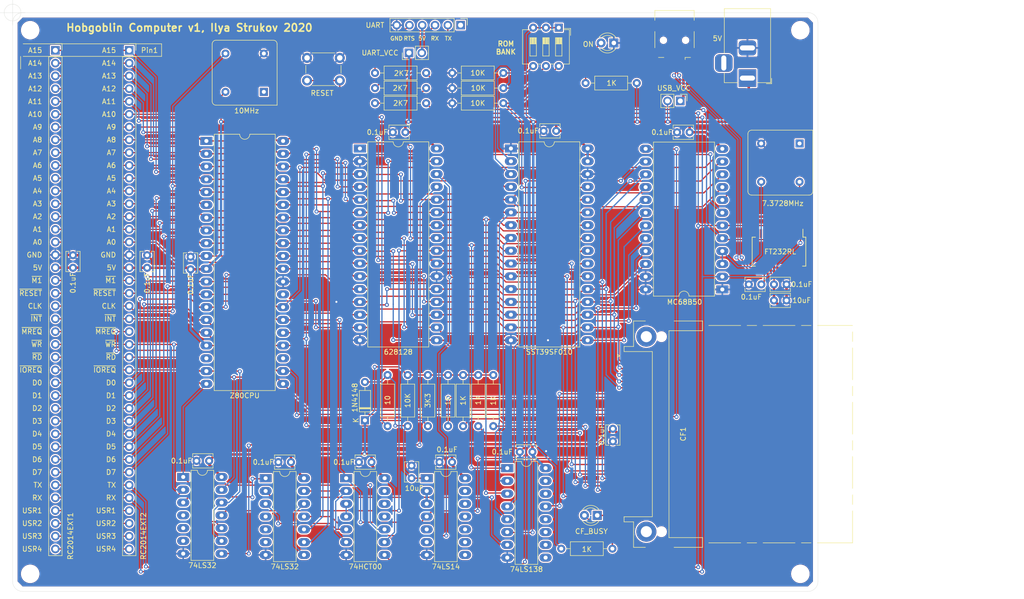
<source format=kicad_pcb>
(kicad_pcb (version 20171130) (host pcbnew "(5.1.6-0-10_14)")
  (layers (0 F.Cu signal) (31 B.Cu signal) (34 B.Paste user) (35 F.Paste user) (36 B.SilkS user) (37 F.SilkS user) (38 B.Mask user) (39 F.Mask user) (44 Edge.Cuts user))
  (net 0 "")
  (net 1 GND)
  (net 2 "Net-(C1-Pad1)")
  (net 3 VCC)
  (net 4 "Net-(C15-Pad2)")
  (net 5 "Net-(CF1-Pad26)")
  (net 6 /D3)
  (net 7 "Net-(CF1-Pad27)")
  (net 8 /D4)
  (net 9 "Net-(CF1-Pad28)")
  (net 10 /D5)
  (net 11 "Net-(CF1-Pad29)")
  (net 12 /D6)
  (net 13 "Net-(CF1-Pad30)")
  (net 14 /D7)
  (net 15 "Net-(CF1-Pad31)")
  (net 16 /~PORT10)
  (net 17 "Net-(CF1-Pad32)")
  (net 18 "Net-(CF1-Pad33)")
  (net 19 /~WR)
  (net 20 /~RD)
  (net 21 "Net-(CF1-Pad36)")
  (net 22 "Net-(CF1-Pad37)")
  (net 23 "Net-(CF1-Pad40)")
  (net 24 /~RESET)
  (net 25 "Net-(CF1-Pad42)")
  (net 26 /A2)
  (net 27 "Net-(CF1-Pad43)")
  (net 28 /A1)
  (net 29 "Net-(CF1-Pad44)")
  (net 30 /A0)
  (net 31 "Net-(CF1-Pad45)")
  (net 32 /D0)
  (net 33 "Net-(CF1-Pad46)")
  (net 34 /D1)
  (net 35 "Net-(CF1-Pad47)")
  (net 36 /D2)
  (net 37 "Net-(CF1-Pad48)")
  (net 38 "Net-(CF1-Pad24)")
  (net 39 "Net-(CF1-Pad49)")
  (net 40 "Net-(CF1-Pad25)")
  (net 41 /A15)
  (net 42 /A14)
  (net 43 /A13)
  (net 44 /A12)
  (net 45 /A11)
  (net 46 /A10)
  (net 47 /A9)
  (net 48 /A8)
  (net 49 /A7)
  (net 50 /A6)
  (net 51 /A5)
  (net 52 /A4)
  (net 53 /A3)
  (net 54 /~M1)
  (net 55 /CPU_CLK)
  (net 56 /~INT)
  (net 57 /~MREQ)
  (net 58 /~IORQ)
  (net 59 /TXD)
  (net 60 /RXD)
  (net 61 /USR1)
  (net 62 /USR2)
  (net 63 /USR3)
  (net 64 /USR4)
  (net 65 "Net-(J4-Pad1)")
  (net 66 "Net-(J4-Pad4)")
  (net 67 "Net-(R2-Pad2)")
  (net 68 /ROMBNK2)
  (net 69 /ROMBNK1)
  (net 70 /ROMBNK0)
  (net 71 /~MEMWR)
  (net 72 /~IOWR)
  (net 73 /~MEMRD)
  (net 74 "Net-(U2-Pad23)")
  (net 75 "Net-(U2-Pad28)")
  (net 76 "Net-(U2-Pad18)")
  (net 77 /RESET)
  (net 78 "Net-(U4-Pad9)")
  (net 79 "Net-(U4-Pad10)")
  (net 80 "Net-(U4-Pad11)")
  (net 81 "Net-(U4-Pad12)")
  (net 82 "Net-(U4-Pad14)")
  (net 83 /~PORT38)
  (net 84 "Net-(U4-Pad15)")
  (net 85 /RAM\~ROM)
  (net 86 "Net-(U5-Pad1)")
  (net 87 /~LOW16K)
  (net 88 /~ROMOFF)
  (net 89 /~ROM_DISABLED)
  (net 90 "Net-(U7-Pad3)")
  (net 91 /IORQ)
  (net 92 /UART_CLK)
  (net 93 /~RTS)
  (net 94 "Net-(U10-Pad2)")
  (net 95 "Net-(U10-Pad3)")
  (net 96 "Net-(U10-Pad6)")
  (net 97 "Net-(U10-Pad9)")
  (net 98 "Net-(U10-Pad10)")
  (net 99 "Net-(U10-Pad12)")
  (net 100 "Net-(U10-Pad13)")
  (net 101 "Net-(U10-Pad14)")
  (net 102 "Net-(U10-Pad19)")
  (net 103 "Net-(U10-Pad27)")
  (net 104 "Net-(U10-Pad28)")
  (net 105 "Net-(X1-Pad1)")
  (net 106 "Net-(X2-Pad1)")
  (net 107 "Net-(D5-Pad2)")
  (net 108 "Net-(U10-Pad22)")
  (net 109 "Net-(U10-Pad23)")
  (net 110 /USB_UART/USBD-)
  (net 111 /USB_UART/USBD+)
  (net 112 "Net-(J5-Pad1)")
  (net 113 "Net-(J5-Pad2)")
  (net 114 "Net-(J5-Pad3)")
  (net 115 "Net-(J5-Pad4)")
  (net 116 "Net-(J5-Pad5)")
  (net 117 "Net-(D2-Pad2)")
  (module MountingHole:MountingHole_3.2mm_M3 (layer F.Cu) (at 176.5 131.5)
    (fp_text reference REF** hide)
    (fp_text value M3)
    (pad 1 np_thru_hole circle (at 0 0) (size 3.2 3.2) (drill 3.2) (layers *.Cu *.Mask))
  )
  (module MountingHole:MountingHole_3.2mm_M3 (layer F.Cu) (at 23.5 131.5)
    (fp_text reference REF** hide)
    (fp_text value M3)
    (pad 1 np_thru_hole circle (at 0 0) (size 3.2 3.2) (drill 3.2) (layers *.Cu *.Mask))
  )
  (module MountingHole:MountingHole_3.2mm_M3 (layer F.Cu) (at 23.5 23.5)
    (fp_text reference REF** hide)
    (fp_text value M3)
    (pad 1 np_thru_hole circle (at 0 0) (size 3.2 3.2) (drill 3.2) (layers *.Cu *.Mask))
  )
  (module MountingHole:MountingHole_3.2mm_M3 (layer F.Cu) (at 176.5 23.5)
    (fp_text reference REF** hide)
    (fp_text value M3)
    (pad 1 np_thru_hole circle (at 0 0) (size 3.2 3.2) (drill 3.2) (layers *.Cu *.Mask))
  )
  (module Button_Switch_THT:SW_PUSH_6mm (layer F.Cu) (at 78.5 29)
    (fp_text reference SW1 hide)
    (fp_text value RESET (at 3 7) (layer F.SilkS))
    (pad 2 thru_hole circle (at 0 4.5 90) (size 2 2) (drill 1.1) (layers *.Cu *.Mask) (net 67 "Net-(R2-Pad2)"))
    (pad 1 thru_hole circle (at 0 0 90) (size 2 2) (drill 1.1) (layers *.Cu *.Mask) (net 1 GND))
    (pad 2 thru_hole circle (at 6.5 4.5 90) (size 2 2) (drill 1.1) (layers *.Cu *.Mask) (net 67 "Net-(R2-Pad2)"))
    (pad 1 thru_hole circle (at 6.5 0 90) (size 2 2) (drill 1.1) (layers *.Cu *.Mask) (net 1 GND))
  )
  (module Package_DIP:DIP-32_W15.24mm_LongPads (layer F.Cu) (at 89 47)
    (fp_text reference U5 hide)
    (fp_text value 628128 (at 7.62 40.43) (layer F.SilkS))
    (pad 32 thru_hole oval (at 15.24 0) (size 2.4 1.6) (drill 0.8) (layers *.Cu *.Mask) (net 3 VCC))
    (pad 16 thru_hole oval (at 0 38.1) (size 2.4 1.6) (drill 0.8) (layers *.Cu *.Mask) (net 1 GND))
    (pad 31 thru_hole oval (at 15.24 2.54) (size 2.4 1.6) (drill 0.8) (layers *.Cu *.Mask) (net 41 /A15))
    (pad 15 thru_hole oval (at 0 35.56) (size 2.4 1.6) (drill 0.8) (layers *.Cu *.Mask) (net 36 /D2))
    (pad 30 thru_hole oval (at 15.24 5.08) (size 2.4 1.6) (drill 0.8) (layers *.Cu *.Mask) (net 85 /RAM\~ROM))
    (pad 14 thru_hole oval (at 0 33.02) (size 2.4 1.6) (drill 0.8) (layers *.Cu *.Mask) (net 34 /D1))
    (pad 29 thru_hole oval (at 15.24 7.62) (size 2.4 1.6) (drill 0.8) (layers *.Cu *.Mask) (net 71 /~MEMWR))
    (pad 13 thru_hole oval (at 0 30.48) (size 2.4 1.6) (drill 0.8) (layers *.Cu *.Mask) (net 32 /D0))
    (pad 28 thru_hole oval (at 15.24 10.16) (size 2.4 1.6) (drill 0.8) (layers *.Cu *.Mask) (net 43 /A13))
    (pad 12 thru_hole oval (at 0 27.94) (size 2.4 1.6) (drill 0.8) (layers *.Cu *.Mask) (net 30 /A0))
    (pad 27 thru_hole oval (at 15.24 12.7) (size 2.4 1.6) (drill 0.8) (layers *.Cu *.Mask) (net 48 /A8))
    (pad 11 thru_hole oval (at 0 25.4) (size 2.4 1.6) (drill 0.8) (layers *.Cu *.Mask) (net 28 /A1))
    (pad 26 thru_hole oval (at 15.24 15.24) (size 2.4 1.6) (drill 0.8) (layers *.Cu *.Mask) (net 47 /A9))
    (pad 10 thru_hole oval (at 0 22.86) (size 2.4 1.6) (drill 0.8) (layers *.Cu *.Mask) (net 26 /A2))
    (pad 25 thru_hole oval (at 15.24 17.78) (size 2.4 1.6) (drill 0.8) (layers *.Cu *.Mask) (net 45 /A11))
    (pad 9 thru_hole oval (at 0 20.32) (size 2.4 1.6) (drill 0.8) (layers *.Cu *.Mask) (net 53 /A3))
    (pad 24 thru_hole oval (at 15.24 20.32) (size 2.4 1.6) (drill 0.8) (layers *.Cu *.Mask) (net 73 /~MEMRD))
    (pad 8 thru_hole oval (at 0 17.78) (size 2.4 1.6) (drill 0.8) (layers *.Cu *.Mask) (net 52 /A4))
    (pad 23 thru_hole oval (at 15.24 22.86) (size 2.4 1.6) (drill 0.8) (layers *.Cu *.Mask) (net 46 /A10))
    (pad 7 thru_hole oval (at 0 15.24) (size 2.4 1.6) (drill 0.8) (layers *.Cu *.Mask) (net 51 /A5))
    (pad 22 thru_hole oval (at 15.24 25.4) (size 2.4 1.6) (drill 0.8) (layers *.Cu *.Mask) (net 1 GND))
    (pad 6 thru_hole oval (at 0 12.7) (size 2.4 1.6) (drill 0.8) (layers *.Cu *.Mask) (net 50 /A6))
    (pad 21 thru_hole oval (at 15.24 27.94) (size 2.4 1.6) (drill 0.8) (layers *.Cu *.Mask) (net 14 /D7))
    (pad 5 thru_hole oval (at 0 10.16) (size 2.4 1.6) (drill 0.8) (layers *.Cu *.Mask) (net 49 /A7))
    (pad 20 thru_hole oval (at 15.24 30.48) (size 2.4 1.6) (drill 0.8) (layers *.Cu *.Mask) (net 12 /D6))
    (pad 4 thru_hole oval (at 0 7.62) (size 2.4 1.6) (drill 0.8) (layers *.Cu *.Mask) (net 44 /A12))
    (pad 19 thru_hole oval (at 15.24 33.02) (size 2.4 1.6) (drill 0.8) (layers *.Cu *.Mask) (net 10 /D5))
    (pad 3 thru_hole oval (at 0 5.08) (size 2.4 1.6) (drill 0.8) (layers *.Cu *.Mask) (net 42 /A14))
    (pad 18 thru_hole oval (at 15.24 35.56) (size 2.4 1.6) (drill 0.8) (layers *.Cu *.Mask) (net 8 /D4))
    (pad 2 thru_hole oval (at 0 2.54) (size 2.4 1.6) (drill 0.8) (layers *.Cu *.Mask) (net 1 GND))
    (pad 17 thru_hole oval (at 15.24 38.1) (size 2.4 1.6) (drill 0.8) (layers *.Cu *.Mask) (net 6 /D3))
    (pad 1 thru_hole rect (at 0 0) (size 2.4 1.6) (drill 0.8) (layers *.Cu *.Mask) (net 86 "Net-(U5-Pad1)"))
  )
  (module Package_DIP:DIP-32_W15.24mm_LongPads (layer F.Cu) (at 119 47)
    (fp_text reference U8 hide)
    (fp_text value SST39SF010 (at 7.62 40.43) (layer F.SilkS))
    (pad 1 thru_hole rect (at 0 0) (size 2.4 1.6) (drill 0.8) (layers *.Cu *.Mask) (net 1 GND))
    (pad 17 thru_hole oval (at 15.24 38.1) (size 2.4 1.6) (drill 0.8) (layers *.Cu *.Mask) (net 6 /D3))
    (pad 2 thru_hole oval (at 0 2.54) (size 2.4 1.6) (drill 0.8) (layers *.Cu *.Mask) (net 68 /ROMBNK2))
    (pad 18 thru_hole oval (at 15.24 35.56) (size 2.4 1.6) (drill 0.8) (layers *.Cu *.Mask) (net 8 /D4))
    (pad 3 thru_hole oval (at 0 5.08) (size 2.4 1.6) (drill 0.8) (layers *.Cu *.Mask) (net 69 /ROMBNK1))
    (pad 19 thru_hole oval (at 15.24 33.02) (size 2.4 1.6) (drill 0.8) (layers *.Cu *.Mask) (net 10 /D5))
    (pad 4 thru_hole oval (at 0 7.62) (size 2.4 1.6) (drill 0.8) (layers *.Cu *.Mask) (net 44 /A12))
    (pad 20 thru_hole oval (at 15.24 30.48) (size 2.4 1.6) (drill 0.8) (layers *.Cu *.Mask) (net 12 /D6))
    (pad 5 thru_hole oval (at 0 10.16) (size 2.4 1.6) (drill 0.8) (layers *.Cu *.Mask) (net 49 /A7))
    (pad 21 thru_hole oval (at 15.24 27.94) (size 2.4 1.6) (drill 0.8) (layers *.Cu *.Mask) (net 14 /D7))
    (pad 6 thru_hole oval (at 0 12.7) (size 2.4 1.6) (drill 0.8) (layers *.Cu *.Mask) (net 50 /A6))
    (pad 22 thru_hole oval (at 15.24 25.4) (size 2.4 1.6) (drill 0.8) (layers *.Cu *.Mask) (net 85 /RAM\~ROM))
    (pad 7 thru_hole oval (at 0 15.24) (size 2.4 1.6) (drill 0.8) (layers *.Cu *.Mask) (net 51 /A5))
    (pad 23 thru_hole oval (at 15.24 22.86) (size 2.4 1.6) (drill 0.8) (layers *.Cu *.Mask) (net 46 /A10))
    (pad 8 thru_hole oval (at 0 17.78) (size 2.4 1.6) (drill 0.8) (layers *.Cu *.Mask) (net 52 /A4))
    (pad 24 thru_hole oval (at 15.24 20.32) (size 2.4 1.6) (drill 0.8) (layers *.Cu *.Mask) (net 73 /~MEMRD))
    (pad 9 thru_hole oval (at 0 20.32) (size 2.4 1.6) (drill 0.8) (layers *.Cu *.Mask) (net 53 /A3))
    (pad 25 thru_hole oval (at 15.24 17.78) (size 2.4 1.6) (drill 0.8) (layers *.Cu *.Mask) (net 45 /A11))
    (pad 10 thru_hole oval (at 0 22.86) (size 2.4 1.6) (drill 0.8) (layers *.Cu *.Mask) (net 26 /A2))
    (pad 26 thru_hole oval (at 15.24 15.24) (size 2.4 1.6) (drill 0.8) (layers *.Cu *.Mask) (net 47 /A9))
    (pad 11 thru_hole oval (at 0 25.4) (size 2.4 1.6) (drill 0.8) (layers *.Cu *.Mask) (net 28 /A1))
    (pad 27 thru_hole oval (at 15.24 12.7) (size 2.4 1.6) (drill 0.8) (layers *.Cu *.Mask) (net 48 /A8))
    (pad 12 thru_hole oval (at 0 27.94) (size 2.4 1.6) (drill 0.8) (layers *.Cu *.Mask) (net 30 /A0))
    (pad 28 thru_hole oval (at 15.24 10.16) (size 2.4 1.6) (drill 0.8) (layers *.Cu *.Mask) (net 43 /A13))
    (pad 13 thru_hole oval (at 0 30.48) (size 2.4 1.6) (drill 0.8) (layers *.Cu *.Mask) (net 32 /D0))
    (pad 29 thru_hole oval (at 15.24 7.62) (size 2.4 1.6) (drill 0.8) (layers *.Cu *.Mask) (net 70 /ROMBNK0))
    (pad 14 thru_hole oval (at 0 33.02) (size 2.4 1.6) (drill 0.8) (layers *.Cu *.Mask) (net 34 /D1))
    (pad 30 thru_hole oval (at 15.24 5.08) (size 2.4 1.6) (drill 0.8) (layers *.Cu *.Mask) (net 1 GND))
    (pad 15 thru_hole oval (at 0 35.56) (size 2.4 1.6) (drill 0.8) (layers *.Cu *.Mask) (net 36 /D2))
    (pad 31 thru_hole oval (at 15.24 2.54) (size 2.4 1.6) (drill 0.8) (layers *.Cu *.Mask) (net 3 VCC))
    (pad 16 thru_hole oval (at 0 38.1) (size 2.4 1.6) (drill 0.8) (layers *.Cu *.Mask) (net 1 GND))
    (pad 32 thru_hole oval (at 15.24 0) (size 2.4 1.6) (drill 0.8) (layers *.Cu *.Mask) (net 3 VCC))
  )
  (module Capacitor_THT:C_Disc_D3.8mm_W2.6mm_P2.50mm (layer F.Cu) (at 99.27 112.5 90)
    (fp_text reference C1 hide)
    (fp_text value 10uF (at -2 0.5 180) (layer F.SilkS))
    (pad 2 thru_hole circle (at 2.5 0 90) (size 1.6 1.6) (drill 0.8) (layers *.Cu *.Mask) (net 1 GND))
    (pad 1 thru_hole circle (at 0 0 90) (size 1.6 1.6) (drill 0.8) (layers *.Cu *.Mask) (net 2 "Net-(C1-Pad1)"))
  )
  (module Capacitor_THT:C_Disc_D3.8mm_W2.6mm_P2.50mm (layer F.Cu) (at 154.5 43.775 180)
    (fp_text reference C2 hide)
    (fp_text value 0.1uF (at 5.5 0) (layer F.SilkS))
    (pad 1 thru_hole circle (at 0 0 180) (size 1.6 1.6) (drill 0.8) (layers *.Cu *.Mask) (net 3 VCC))
    (pad 2 thru_hole circle (at 2.5 0 180) (size 1.6 1.6) (drill 0.8) (layers *.Cu *.Mask) (net 1 GND))
  )
  (module Capacitor_THT:C_Disc_D3.8mm_W2.6mm_P2.50mm (layer F.Cu) (at 46.728 70.699 90)
    (fp_text reference C3 hide)
    (fp_text value 0.1uF (at -3 0 90) (layer F.SilkS))
    (pad 2 thru_hole circle (at 2.5 0 90) (size 1.6 1.6) (drill 0.8) (layers *.Cu *.Mask) (net 1 GND))
    (pad 1 thru_hole circle (at 0 0 90) (size 1.6 1.6) (drill 0.8) (layers *.Cu *.Mask) (net 3 VCC))
  )
  (module Capacitor_THT:C_Disc_D3.8mm_W2.6mm_P2.50mm (layer F.Cu) (at 91.305 109.307 180)
    (fp_text reference C4 hide)
    (fp_text value 0.1uF (at 5.5 0) (layer F.SilkS))
    (pad 1 thru_hole circle (at 0 0 180) (size 1.6 1.6) (drill 0.8) (layers *.Cu *.Mask) (net 3 VCC))
    (pad 2 thru_hole circle (at 2.5 0 180) (size 1.6 1.6) (drill 0.8) (layers *.Cu *.Mask) (net 1 GND))
  )
  (module Capacitor_THT:C_Disc_D3.8mm_W2.6mm_P2.50mm (layer F.Cu) (at 128 43.5 180)
    (fp_text reference C5 hide)
    (fp_text value 0.1uF (at 5.588 0) (layer F.SilkS))
    (pad 2 thru_hole circle (at 2.5 0 180) (size 1.6 1.6) (drill 0.8) (layers *.Cu *.Mask) (net 1 GND))
    (pad 1 thru_hole circle (at 0 0 180) (size 1.6 1.6) (drill 0.8) (layers *.Cu *.Mask) (net 3 VCC))
  )
  (module Capacitor_THT:C_Disc_D3.8mm_W2.6mm_P2.50mm (layer F.Cu) (at 75.303 109.307 180)
    (fp_text reference C6 hide)
    (fp_text value 0.1uF (at 5.5 0) (layer F.SilkS))
    (pad 1 thru_hole circle (at 0 0 180) (size 1.6 1.6) (drill 0.8) (layers *.Cu *.Mask) (net 3 VCC))
    (pad 2 thru_hole circle (at 2.5 0 180) (size 1.6 1.6) (drill 0.8) (layers *.Cu *.Mask) (net 1 GND))
  )
  (module Capacitor_THT:C_Disc_D3.8mm_W2.6mm_P2.50mm (layer F.Cu) (at 107.307 109.307 180)
    (fp_text reference C7 hide)
    (fp_text value 0.1uF (at 1 2.5) (layer F.SilkS))
    (pad 2 thru_hole circle (at 2.5 0 180) (size 1.6 1.6) (drill 0.8) (layers *.Cu *.Mask) (net 1 GND))
    (pad 1 thru_hole circle (at 0 0 180) (size 1.6 1.6) (drill 0.8) (layers *.Cu *.Mask) (net 3 VCC))
  )
  (module Capacitor_THT:C_Disc_D3.8mm_W2.6mm_P2.50mm (layer F.Cu) (at 98.036 43.775 180)
    (fp_text reference C8 hide)
    (fp_text value 0.1uF (at 5.588 0) (layer F.SilkS))
    (pad 1 thru_hole circle (at 0 0 180) (size 1.6 1.6) (drill 0.8) (layers *.Cu *.Mask) (net 3 VCC))
    (pad 2 thru_hole circle (at 2.5 0 180) (size 1.6 1.6) (drill 0.8) (layers *.Cu *.Mask) (net 1 GND))
  )
  (module Capacitor_THT:C_Disc_D3.8mm_W2.6mm_P2.50mm (layer F.Cu) (at 55.364 71 90)
    (fp_text reference C9 hide)
    (fp_text value 0.1uF (at -3 0 90) (layer F.SilkS))
    (pad 1 thru_hole circle (at 0 0 90) (size 1.6 1.6) (drill 0.8) (layers *.Cu *.Mask) (net 3 VCC))
    (pad 2 thru_hole circle (at 2.5 0 90) (size 1.6 1.6) (drill 0.8) (layers *.Cu *.Mask) (net 1 GND))
  )
  (module Capacitor_THT:C_Disc_D3.8mm_W2.6mm_P2.50mm (layer F.Cu) (at 123.27 107.275 180)
    (fp_text reference C10 hide)
    (fp_text value 0.1uF (at 6 0) (layer F.SilkS))
    (pad 1 thru_hole circle (at 0 0 180) (size 1.6 1.6) (drill 0.8) (layers *.Cu *.Mask) (net 3 VCC))
    (pad 2 thru_hole circle (at 2.5 0 180) (size 1.6 1.6) (drill 0.8) (layers *.Cu *.Mask) (net 1 GND))
  )
  (module Capacitor_THT:C_Disc_D3.8mm_W2.6mm_P2.50mm (layer F.Cu) (at 31.996 70.699 90)
    (fp_text reference C11 hide)
    (fp_text value 0.1uF (at -3 0 90) (layer F.SilkS))
    (pad 2 thru_hole circle (at 2.5 0 90) (size 1.6 1.6) (drill 0.8) (layers *.Cu *.Mask) (net 1 GND))
    (pad 1 thru_hole circle (at 0 0 90) (size 1.6 1.6) (drill 0.8) (layers *.Cu *.Mask) (net 3 VCC))
  )
  (module Capacitor_THT:C_Disc_D3.8mm_W2.6mm_P2.50mm (layer F.Cu) (at 59.047 109.053 180)
    (fp_text reference C12 hide)
    (fp_text value 0.1uF (at 5.5 0) (layer F.SilkS))
    (pad 2 thru_hole circle (at 2.5 0 180) (size 1.6 1.6) (drill 0.8) (layers *.Cu *.Mask) (net 1 GND))
    (pad 1 thru_hole circle (at 0 0 180) (size 1.6 1.6) (drill 0.8) (layers *.Cu *.Mask) (net 3 VCC))
  )
  (module Capacitor_THT:C_Disc_D3.8mm_W2.6mm_P2.50mm (layer F.Cu) (at 171.254 77.176)
    (fp_text reference C13 hide)
    (fp_text value 10uF (at 5.5 0) (layer F.SilkS))
    (pad 2 thru_hole circle (at 2.5 0) (size 1.6 1.6) (drill 0.8) (layers *.Cu *.Mask) (net 1 GND))
    (pad 1 thru_hole circle (at 0 0) (size 1.6 1.6) (drill 0.8) (layers *.Cu *.Mask) (net 3 VCC))
  )
  (module Capacitor_THT:C_Disc_D3.8mm_W2.6mm_P2.50mm (layer F.Cu) (at 171.254 73.995)
    (fp_text reference C14 hide)
    (fp_text value 0.1uF (at 5.5 0) (layer F.SilkS))
    (pad 1 thru_hole circle (at 0 0) (size 1.6 1.6) (drill 0.8) (layers *.Cu *.Mask) (net 3 VCC))
    (pad 2 thru_hole circle (at 2.5 0) (size 1.6 1.6) (drill 0.8) (layers *.Cu *.Mask) (net 1 GND))
  )
  (module Capacitor_THT:C_Disc_D3.8mm_W2.6mm_P2.50mm (layer F.Cu) (at 166.254 73.995)
    (fp_text reference C15 hide)
    (fp_text value 0.1uF (at 0.5 2.5) (layer F.SilkS))
    (pad 1 thru_hole circle (at 0 0) (size 1.6 1.6) (drill 0.8) (layers *.Cu *.Mask) (net 1 GND))
    (pad 2 thru_hole circle (at 2.5 0) (size 1.6 1.6) (drill 0.8) (layers *.Cu *.Mask) (net 4 "Net-(C15-Pad2)"))
  )
  (module Connector_Card:CF-Card_3M_N7E50-7516PK-20-WF (layer F.Cu) (at 146 103.75)
    (fp_text reference CF1 (at 7.22 0 90) (layer F.SilkS))
    (fp_text value CF_Socket)
    (pad 1 smd rect (at -3.1 -15.56 90) (size 0.41 3.51) (layers F.Cu F.Paste F.Mask) (net 1 GND))
    (pad 26 smd rect (at -3.1 -14.92 90) (size 0.41 3.51) (layers F.Cu F.Paste F.Mask) (net 5 "Net-(CF1-Pad26)"))
    (pad 2 smd rect (at -3.1 -14.29 90) (size 0.41 3.51) (layers F.Cu F.Paste F.Mask) (net 6 /D3))
    (pad 27 smd rect (at -3.1 -13.65 90) (size 0.41 3.51) (layers F.Cu F.Paste F.Mask) (net 7 "Net-(CF1-Pad27)"))
    (pad 3 smd rect (at -3.1 -13.02 90) (size 0.41 3.51) (layers F.Cu F.Paste F.Mask) (net 8 /D4))
    (pad 28 smd rect (at -3.1 -12.38 90) (size 0.41 3.51) (layers F.Cu F.Paste F.Mask) (net 9 "Net-(CF1-Pad28)"))
    (pad 4 smd rect (at -3.1 -11.75 90) (size 0.41 3.51) (layers F.Cu F.Paste F.Mask) (net 10 /D5))
    (pad 29 smd rect (at -3.1 -11.11 90) (size 0.41 3.51) (layers F.Cu F.Paste F.Mask) (net 11 "Net-(CF1-Pad29)"))
    (pad 5 smd rect (at -3.1 -10.48 90) (size 0.41 3.51) (layers F.Cu F.Paste F.Mask) (net 12 /D6))
    (pad 30 smd rect (at -3.1 -9.84 90) (size 0.41 3.51) (layers F.Cu F.Paste F.Mask) (net 13 "Net-(CF1-Pad30)"))
    (pad 6 smd rect (at -3.1 -9.21 90) (size 0.41 3.51) (layers F.Cu F.Paste F.Mask) (net 14 /D7))
    (pad 31 smd rect (at -3.1 -8.57 90) (size 0.41 3.51) (layers F.Cu F.Paste F.Mask) (net 15 "Net-(CF1-Pad31)"))
    (pad 7 smd rect (at -3.1 -7.94 90) (size 0.41 3.51) (layers F.Cu F.Paste F.Mask) (net 16 /~PORT10))
    (pad 32 smd rect (at -3.1 -7.3 90) (size 0.41 3.51) (layers F.Cu F.Paste F.Mask) (net 17 "Net-(CF1-Pad32)"))
    (pad 8 smd rect (at -3.1 -6.67 90) (size 0.41 3.51) (layers F.Cu F.Paste F.Mask) (net 1 GND))
    (pad 33 smd rect (at -3.1 -6.03 90) (size 0.41 3.51) (layers F.Cu F.Paste F.Mask) (net 18 "Net-(CF1-Pad33)"))
    (pad 9 smd rect (at -3.1 -5.4 90) (size 0.41 3.51) (layers F.Cu F.Paste F.Mask) (net 1 GND))
    (pad 34 smd rect (at -3.1 -4.76 90) (size 0.41 3.51) (layers F.Cu F.Paste F.Mask) (net 20 /~RD))
    (pad 10 smd rect (at -3.1 -4.13 90) (size 0.41 3.51) (layers F.Cu F.Paste F.Mask) (net 1 GND))
    (pad 35 smd rect (at -3.1 -3.49 90) (size 0.41 3.51) (layers F.Cu F.Paste F.Mask) (net 19 /~WR))
    (pad 11 smd rect (at -3.1 -2.86 90) (size 0.41 3.51) (layers F.Cu F.Paste F.Mask) (net 1 GND))
    (pad 36 smd rect (at -3.1 -2.22 90) (size 0.41 3.51) (layers F.Cu F.Paste F.Mask) (net 21 "Net-(CF1-Pad36)"))
    (pad 12 smd rect (at -3.1 -1.59 90) (size 0.41 3.51) (layers F.Cu F.Paste F.Mask) (net 1 GND))
    (pad 37 smd rect (at -3.1 -0.95 90) (size 0.41 3.51) (layers F.Cu F.Paste F.Mask) (net 22 "Net-(CF1-Pad37)"))
    (pad 13 smd rect (at -3.1 -0.32 90) (size 0.41 3.51) (layers F.Cu F.Paste F.Mask) (net 3 VCC))
    (pad 38 smd rect (at -3.1 0.32 90) (size 0.41 3.51) (layers F.Cu F.Paste F.Mask) (net 3 VCC))
    (pad 14 smd rect (at -3.1 0.95 90) (size 0.41 3.51) (layers F.Cu F.Paste F.Mask) (net 1 GND))
    (pad 39 smd rect (at -3.1 1.59 90) (size 0.41 3.51) (layers F.Cu F.Paste F.Mask) (net 1 GND))
    (pad 15 smd rect (at -3.1 2.22 90) (size 0.41 3.51) (layers F.Cu F.Paste F.Mask) (net 1 GND))
    (pad 40 smd rect (at -3.1 2.86 90) (size 0.41 3.51) (layers F.Cu F.Paste F.Mask) (net 23 "Net-(CF1-Pad40)"))
    (pad 16 smd rect (at -3.1 3.49 90) (size 0.41 3.51) (layers F.Cu F.Paste F.Mask) (net 1 GND))
    (pad 41 smd rect (at -3.1 4.13 90) (size 0.41 3.51) (layers F.Cu F.Paste F.Mask) (net 24 /~RESET))
    (pad 17 smd rect (at -3.1 4.76 90) (size 0.41 3.51) (layers F.Cu F.Paste F.Mask) (net 1 GND))
    (pad 42 smd rect (at -3.1 5.4 90) (size 0.41 3.51) (layers F.Cu F.Paste F.Mask) (net 25 "Net-(CF1-Pad42)"))
    (pad 18 smd rect (at -3.1 6.03 90) (size 0.41 3.51) (layers F.Cu F.Paste F.Mask) (net 26 /A2))
    (pad 43 smd rect (at -3.1 6.67 90) (size 0.41 3.51) (layers F.Cu F.Paste F.Mask) (net 27 "Net-(CF1-Pad43)"))
    (pad 19 smd rect (at -3.1 7.3 90) (size 0.41 3.51) (layers F.Cu F.Paste F.Mask) (net 28 /A1))
    (pad 44 smd rect (at -3.1 7.94 90) (size 0.41 3.51) (layers F.Cu F.Paste F.Mask) (net 29 "Net-(CF1-Pad44)"))
    (pad 20 smd rect (at -3.1 8.57 90) (size 0.41 3.51) (layers F.Cu F.Paste F.Mask) (net 30 /A0))
    (pad 45 smd rect (at -3.1 9.21 90) (size 0.41 3.51) (layers F.Cu F.Paste F.Mask) (net 31 "Net-(CF1-Pad45)"))
    (pad 21 smd rect (at -3.1 9.84 90) (size 0.41 3.51) (layers F.Cu F.Paste F.Mask) (net 32 /D0))
    (pad 46 smd rect (at -3.1 10.48 90) (size 0.41 3.51) (layers F.Cu F.Paste F.Mask) (net 33 "Net-(CF1-Pad46)"))
    (pad 22 smd rect (at -3.1 11.11 90) (size 0.41 3.51) (layers F.Cu F.Paste F.Mask) (net 34 /D1))
    (pad 47 smd rect (at -3.1 11.75 90) (size 0.41 3.51) (layers F.Cu F.Paste F.Mask) (net 35 "Net-(CF1-Pad47)"))
    (pad 23 smd rect (at -3.1 12.38 90) (size 0.41 3.51) (layers F.Cu F.Paste F.Mask) (net 36 /D2))
    (pad 48 smd rect (at -3.1 13.02 90) (size 0.41 3.51) (layers F.Cu F.Paste F.Mask) (net 37 "Net-(CF1-Pad48)"))
    (pad 24 smd rect (at -3.1 13.65 90) (size 0.41 3.51) (layers F.Cu F.Paste F.Mask) (net 38 "Net-(CF1-Pad24)"))
    (pad 49 smd rect (at -3.1 14.29 90) (size 0.41 3.51) (layers F.Cu F.Paste F.Mask) (net 39 "Net-(CF1-Pad49)"))
    (pad 25 smd rect (at -3.1 14.92 90) (size 0.41 3.51) (layers F.Cu F.Paste F.Mask) (net 40 "Net-(CF1-Pad25)"))
    (pad 50 smd rect (at -3.1 15.56 90) (size 0.41 3.51) (layers F.Cu F.Paste F.Mask) (net 1 GND))
    (pad "" thru_hole circle (at -0.1 19.37 90) (size 3.99 3.99) (drill 2.21) (layers *.Cu *.Mask))
    (pad "" thru_hole circle (at -0.1 -19.37 90) (size 3.99 3.99) (drill 2.21) (layers *.Cu *.Mask))
    (pad "" np_thru_hole circle (at 2.9 19.37 90) (size 1.7 1.7) (drill 1.7) (layers *.Cu *.Mask))
    (pad "" np_thru_hole circle (at 2.9 -19.37 90) (size 1.7 1.7) (drill 1.7) (layers *.Cu *.Mask))
    (pad "" smd rect (at 2.57 -23.34 90) (size 2.49 4.57) (layers F.Cu F.Paste F.Mask))
    (pad "" smd rect (at 2.57 23.34 90) (size 2.49 4.57) (layers F.Cu F.Paste F.Mask))
  )
  (module Diode_THT:D_DO-35_SOD27_P7.62mm_Horizontal (layer F.Cu) (at 90 101 90)
    (fp_text reference D1 hide)
    (fp_text value 1N4148 (at 4.5 -2 90) (layer F.SilkS))
    (fp_text user K (at 0 -1.8 90) (layer F.SilkS))
    (pad 1 thru_hole rect (at 0 0 90) (size 1.6 1.6) (drill 0.8) (layers *.Cu *.Mask) (net 3 VCC))
    (pad 2 thru_hole oval (at 7.62 0 90) (size 1.6 1.6) (drill 0.8) (layers *.Cu *.Mask) (net 2 "Net-(C1-Pad1)"))
  )
  (module Connector_BarrelJack:BarrelJack_Horizontal (layer F.Cu) (at 165.989 33.02 270)
    (fp_text reference J1 hide)
    (fp_text value 5V (at -7.874 5.969 180) (layer F.SilkS))
    (pad 1 thru_hole rect (at 0 0 270) (size 3.5 3.5) (drill oval 1 3) (layers *.Cu *.Mask) (net 3 VCC))
    (pad 2 thru_hole roundrect (at -6 0 270) (size 3 3.5) (drill oval 1 3) (layers *.Cu *.Mask) (net 1 GND))
    (pad 3 thru_hole roundrect (at -3 4.7 270) (size 3.5 3.5) (drill oval 3 1) (layers *.Cu *.Mask))
  )
  (module Connector_USB:USB_Mini-B_Lumberg_2486_01_Horizontal (layer F.Cu) (at 151.5 25.5 180)
    (fp_text reference J4 hide)
    (fp_text value USB_B_Mini)
    (pad 1 smd rect (at -1.6 -2.7 180) (size 0.5 2) (layers F.Cu F.Paste F.Mask) (net 65 "Net-(J4-Pad1)"))
    (pad 2 smd rect (at -0.8 -2.7 180) (size 0.5 2) (layers F.Cu F.Paste F.Mask) (net 110 /USB_UART/USBD-))
    (pad 3 smd rect (at 0 -2.7 180) (size 0.5 2) (layers F.Cu F.Paste F.Mask) (net 111 /USB_UART/USBD+))
    (pad 4 smd rect (at 0.8 -2.7 180) (size 0.5 2) (layers F.Cu F.Paste F.Mask) (net 66 "Net-(J4-Pad4)"))
    (pad 5 smd rect (at 1.6 -2.7 180) (size 0.5 2) (layers F.Cu F.Paste F.Mask) (net 1 GND))
    (pad 6 smd rect (at -4.45 -2.6 180) (size 2 1.7) (layers F.Cu F.Paste F.Mask) (net 1 GND))
    (pad 6 smd rect (at -4.45 2.85 180) (size 2 1.7) (layers F.Cu F.Paste F.Mask) (net 1 GND))
    (pad 6 smd rect (at 4.45 -2.6 180) (size 2 1.7) (layers F.Cu F.Paste F.Mask) (net 1 GND))
    (pad 6 smd rect (at 4.45 2.85 180) (size 2 1.7) (layers F.Cu F.Paste F.Mask) (net 1 GND))
    (pad "" np_thru_hole circle (at -2.2 0 180) (size 1 1) (drill 1) (layers *.Cu *.Mask))
    (pad "" np_thru_hole circle (at 2.2 0 180) (size 1 1) (drill 1) (layers *.Cu *.Mask))
  )
  (module Connector_PinHeader_2.54mm:PinHeader_1x02_P2.54mm_Vertical (layer F.Cu) (at 152.646 37.552 270)
    (fp_text reference JP1 hide)
    (fp_text value USB_VCC (at -2.54 1.27) (layer F.SilkS))
    (pad 1 thru_hole rect (at 0 0 270) (size 1.7 1.7) (drill 1) (layers *.Cu *.Mask) (net 65 "Net-(J4-Pad1)"))
    (pad 2 thru_hole oval (at 0 2.54 270) (size 1.7 1.7) (drill 1) (layers *.Cu *.Mask) (net 3 VCC))
  )
  (module Resistor_THT:R_Axial_DIN0207_L6.3mm_D2.5mm_P10.16mm_Horizontal (layer F.Cu) (at 102.5 92 270)
    (fp_text reference R1 hide)
    (fp_text value 3K3 (at 5.08 0 90) (layer F.SilkS))
    (pad 2 thru_hole oval (at 10.16 0 270) (size 1.6 1.6) (drill 0.8) (layers *.Cu *.Mask) (net 56 /~INT))
    (pad 1 thru_hole circle (at 0 0 270) (size 1.6 1.6) (drill 0.8) (layers *.Cu *.Mask) (net 3 VCC))
  )
  (module Resistor_THT:R_Axial_DIN0207_L6.3mm_D2.5mm_P10.16mm_Horizontal (layer F.Cu) (at 94.5 92 270)
    (fp_text reference R2 hide)
    (fp_text value 10 (at 5 0 90) (layer F.SilkS))
    (pad 1 thru_hole circle (at 0 0 270) (size 1.6 1.6) (drill 0.8) (layers *.Cu *.Mask) (net 2 "Net-(C1-Pad1)"))
    (pad 2 thru_hole oval (at 10.16 0 270) (size 1.6 1.6) (drill 0.8) (layers *.Cu *.Mask) (net 67 "Net-(R2-Pad2)"))
  )
  (module Resistor_THT:R_Axial_DIN0207_L6.3mm_D2.5mm_P10.16mm_Horizontal (layer F.Cu) (at 98.5 92 270)
    (fp_text reference R3 hide)
    (fp_text value 10K (at 5.08 0 90) (layer F.SilkS))
    (pad 1 thru_hole circle (at 0 0 270) (size 1.6 1.6) (drill 0.8) (layers *.Cu *.Mask) (net 3 VCC))
    (pad 2 thru_hole oval (at 10.16 0 270) (size 1.6 1.6) (drill 0.8) (layers *.Cu *.Mask) (net 2 "Net-(C1-Pad1)"))
  )
  (module Resistor_THT:R_Axial_DIN0207_L6.3mm_D2.5mm_P10.16mm_Horizontal (layer F.Cu) (at 117.5 32 180)
    (fp_text reference R4 hide)
    (fp_text value 10K (at 5.08 0) (layer F.SilkS))
    (pad 2 thru_hole oval (at 10.16 0 180) (size 1.6 1.6) (drill 0.8) (layers *.Cu *.Mask) (net 1 GND))
    (pad 1 thru_hole circle (at 0 0 180) (size 1.6 1.6) (drill 0.8) (layers *.Cu *.Mask) (net 68 /ROMBNK2))
  )
  (module Resistor_THT:R_Axial_DIN0207_L6.3mm_D2.5mm_P10.16mm_Horizontal (layer F.Cu) (at 117.5 35 180)
    (fp_text reference R5 hide)
    (fp_text value 10K (at 5 0) (layer F.SilkS))
    (pad 1 thru_hole circle (at 0 0 180) (size 1.6 1.6) (drill 0.8) (layers *.Cu *.Mask) (net 69 /ROMBNK1))
    (pad 2 thru_hole oval (at 10.16 0 180) (size 1.6 1.6) (drill 0.8) (layers *.Cu *.Mask) (net 1 GND))
  )
  (module Resistor_THT:R_Axial_DIN0207_L6.3mm_D2.5mm_P10.16mm_Horizontal (layer F.Cu) (at 117.5 38 180)
    (fp_text reference R6 hide)
    (fp_text value 10K (at 5.08 0) (layer F.SilkS))
    (pad 2 thru_hole oval (at 10.16 0 180) (size 1.6 1.6) (drill 0.8) (layers *.Cu *.Mask) (net 1 GND))
    (pad 1 thru_hole circle (at 0 0 180) (size 1.6 1.6) (drill 0.8) (layers *.Cu *.Mask) (net 70 /ROMBNK0))
  )
  (module Resistor_THT:R_Axial_DIN0207_L6.3mm_D2.5mm_P10.16mm_Horizontal (layer F.Cu) (at 115.5 92 270)
    (fp_text reference R7 hide)
    (fp_text value 1K (at 5.08 0 90) (layer F.SilkS))
    (pad 1 thru_hole circle (at 0 0 270) (size 1.6 1.6) (drill 0.8) (layers *.Cu *.Mask) (net 3 VCC))
    (pad 2 thru_hole oval (at 10.16 0 270) (size 1.6 1.6) (drill 0.8) (layers *.Cu *.Mask) (net 33 "Net-(CF1-Pad46)"))
  )
  (module Resistor_THT:R_Axial_DIN0207_L6.3mm_D2.5mm_P10.16mm_Horizontal (layer F.Cu) (at 112.5 92 270)
    (fp_text reference R8 hide)
    (fp_text value 1K (at 5 0 90) (layer F.SilkS))
    (pad 2 thru_hole oval (at 10.16 0 270) (size 1.6 1.6) (drill 0.8) (layers *.Cu *.Mask) (net 29 "Net-(CF1-Pad44)"))
    (pad 1 thru_hole circle (at 0 0 270) (size 1.6 1.6) (drill 0.8) (layers *.Cu *.Mask) (net 3 VCC))
  )
  (module Resistor_THT:R_Axial_DIN0207_L6.3mm_D2.5mm_P10.16mm_Horizontal (layer F.Cu) (at 109.5 92 270)
    (fp_text reference R9 hide)
    (fp_text value 1K (at 5.08 0 90) (layer F.SilkS))
    (pad 1 thru_hole circle (at 0 0 270) (size 1.6 1.6) (drill 0.8) (layers *.Cu *.Mask) (net 3 VCC))
    (pad 2 thru_hole oval (at 10.16 0 270) (size 1.6 1.6) (drill 0.8) (layers *.Cu *.Mask) (net 21 "Net-(CF1-Pad36)"))
  )
  (module Resistor_THT:R_Axial_DIN0207_L6.3mm_D2.5mm_P10.16mm_Horizontal (layer F.Cu) (at 106.5 92 270)
    (fp_text reference R10 hide)
    (fp_text value 1K (at 5.08 0 90) (layer F.SilkS))
    (pad 1 thru_hole circle (at 0 0 270) (size 1.6 1.6) (drill 0.8) (layers *.Cu *.Mask) (net 3 VCC))
    (pad 2 thru_hole oval (at 10.16 0 270) (size 1.6 1.6) (drill 0.8) (layers *.Cu *.Mask) (net 17 "Net-(CF1-Pad32)"))
  )
  (module Package_DIP:DIP-14_W7.62mm_LongPads (layer F.Cu) (at 53.897 112.254)
    (fp_text reference U1 hide)
    (fp_text value 74LS32 (at 3.81 17.57) (layer F.SilkS))
    (pad 1 thru_hole rect (at 0 0) (size 2.4 1.6) (drill 0.8) (layers *.Cu *.Mask) (net 58 /~IORQ))
    (pad 8 thru_hole oval (at 7.62 15.24) (size 2.4 1.6) (drill 0.8) (layers *.Cu *.Mask) (net 71 /~MEMWR))
    (pad 2 thru_hole oval (at 0 2.54) (size 2.4 1.6) (drill 0.8) (layers *.Cu *.Mask) (net 19 /~WR))
    (pad 9 thru_hole oval (at 7.62 12.7) (size 2.4 1.6) (drill 0.8) (layers *.Cu *.Mask) (net 57 /~MREQ))
    (pad 3 thru_hole oval (at 0 5.08) (size 2.4 1.6) (drill 0.8) (layers *.Cu *.Mask) (net 72 /~IOWR))
    (pad 10 thru_hole oval (at 7.62 10.16) (size 2.4 1.6) (drill 0.8) (layers *.Cu *.Mask) (net 19 /~WR))
    (pad 4 thru_hole oval (at 0 7.62) (size 2.4 1.6) (drill 0.8) (layers *.Cu *.Mask))
    (pad 11 thru_hole oval (at 7.62 7.62) (size 2.4 1.6) (drill 0.8) (layers *.Cu *.Mask) (net 73 /~MEMRD))
    (pad 5 thru_hole oval (at 0 10.16) (size 2.4 1.6) (drill 0.8) (layers *.Cu *.Mask))
    (pad 12 thru_hole oval (at 7.62 5.08) (size 2.4 1.6) (drill 0.8) (layers *.Cu *.Mask) (net 57 /~MREQ))
    (pad 6 thru_hole oval (at 0 12.7) (size 2.4 1.6) (drill 0.8) (layers *.Cu *.Mask))
    (pad 13 thru_hole oval (at 7.62 2.54) (size 2.4 1.6) (drill 0.8) (layers *.Cu *.Mask) (net 20 /~RD))
    (pad 7 thru_hole oval (at 0 15.24) (size 2.4 1.6) (drill 0.8) (layers *.Cu *.Mask) (net 1 GND))
    (pad 14 thru_hole oval (at 7.62 0) (size 2.4 1.6) (drill 0.8) (layers *.Cu *.Mask) (net 3 VCC))
  )
  (module Package_DIP:DIP-40_W15.24mm_LongPads (layer F.Cu) (at 58.5 45.5)
    (fp_text reference U2 hide)
    (fp_text value Z80CPU (at 7.62 50.59) (layer F.SilkS))
    (pad 1 thru_hole rect (at 0 0) (size 2.4 1.6) (drill 0.8) (layers *.Cu *.Mask) (net 45 /A11))
    (pad 21 thru_hole oval (at 15.24 48.26) (size 2.4 1.6) (drill 0.8) (layers *.Cu *.Mask) (net 20 /~RD))
    (pad 2 thru_hole oval (at 0 2.54) (size 2.4 1.6) (drill 0.8) (layers *.Cu *.Mask) (net 44 /A12))
    (pad 22 thru_hole oval (at 15.24 45.72) (size 2.4 1.6) (drill 0.8) (layers *.Cu *.Mask) (net 19 /~WR))
    (pad 3 thru_hole oval (at 0 5.08) (size 2.4 1.6) (drill 0.8) (layers *.Cu *.Mask) (net 43 /A13))
    (pad 23 thru_hole oval (at 15.24 43.18) (size 2.4 1.6) (drill 0.8) (layers *.Cu *.Mask) (net 74 "Net-(U2-Pad23)"))
    (pad 4 thru_hole oval (at 0 7.62) (size 2.4 1.6) (drill 0.8) (layers *.Cu *.Mask) (net 42 /A14))
    (pad 24 thru_hole oval (at 15.24 40.64) (size 2.4 1.6) (drill 0.8) (layers *.Cu *.Mask) (net 3 VCC))
    (pad 5 thru_hole oval (at 0 10.16) (size 2.4 1.6) (drill 0.8) (layers *.Cu *.Mask) (net 41 /A15))
    (pad 25 thru_hole oval (at 15.24 38.1) (size 2.4 1.6) (drill 0.8) (layers *.Cu *.Mask) (net 3 VCC))
    (pad 6 thru_hole oval (at 0 12.7) (size 2.4 1.6) (drill 0.8) (layers *.Cu *.Mask) (net 55 /CPU_CLK))
    (pad 26 thru_hole oval (at 15.24 35.56) (size 2.4 1.6) (drill 0.8) (layers *.Cu *.Mask) (net 24 /~RESET))
    (pad 7 thru_hole oval (at 0 15.24) (size 2.4 1.6) (drill 0.8) (layers *.Cu *.Mask) (net 8 /D4))
    (pad 27 thru_hole oval (at 15.24 33.02) (size 2.4 1.6) (drill 0.8) (layers *.Cu *.Mask) (net 54 /~M1))
    (pad 8 thru_hole oval (at 0 17.78) (size 2.4 1.6) (drill 0.8) (layers *.Cu *.Mask) (net 6 /D3))
    (pad 28 thru_hole oval (at 15.24 30.48) (size 2.4 1.6) (drill 0.8) (layers *.Cu *.Mask) (net 75 "Net-(U2-Pad28)"))
    (pad 9 thru_hole oval (at 0 20.32) (size 2.4 1.6) (drill 0.8) (layers *.Cu *.Mask) (net 10 /D5))
    (pad 29 thru_hole oval (at 15.24 27.94) (size 2.4 1.6) (drill 0.8) (layers *.Cu *.Mask) (net 1 GND))
    (pad 10 thru_hole oval (at 0 22.86) (size 2.4 1.6) (drill 0.8) (layers *.Cu *.Mask) (net 12 /D6))
    (pad 30 thru_hole oval (at 15.24 25.4) (size 2.4 1.6) (drill 0.8) (layers *.Cu *.Mask) (net 30 /A0))
    (pad 11 thru_hole oval (at 0 25.4) (size 2.4 1.6) (drill 0.8) (layers *.Cu *.Mask) (net 3 VCC))
    (pad 31 thru_hole oval (at 15.24 22.86) (size 2.4 1.6) (drill 0.8) (layers *.Cu *.Mask) (net 28 /A1))
    (pad 12 thru_hole oval (at 0 27.94) (size 2.4 1.6) (drill 0.8) (layers *.Cu *.Mask) (net 36 /D2))
    (pad 32 thru_hole oval (at 15.24 20.32) (size 2.4 1.6) (drill 0.8) (layers *.Cu *.Mask) (net 26 /A2))
    (pad 13 thru_hole oval (at 0 30.48) (size 2.4 1.6) (drill 0.8) (layers *.Cu *.Mask) (net 14 /D7))
    (pad 33 thru_hole oval (at 15.24 17.78) (size 2.4 1.6) (drill 0.8) (layers *.Cu *.Mask) (net 53 /A3))
    (pad 14 thru_hole oval (at 0 33.02) (size 2.4 1.6) (drill 0.8) (layers *.Cu *.Mask) (net 32 /D0))
    (pad 34 thru_hole oval (at 15.24 15.24) (size 2.4 1.6) (drill 0.8) (layers *.Cu *.Mask) (net 52 /A4))
    (pad 15 thru_hole oval (at 0 35.56) (size 2.4 1.6) (drill 0.8) (layers *.Cu *.Mask) (net 34 /D1))
    (pad 35 thru_hole oval (at 15.24 12.7) (size 2.4 1.6) (drill 0.8) (layers *.Cu *.Mask) (net 51 /A5))
    (pad 16 thru_hole oval (at 0 38.1) (size 2.4 1.6) (drill 0.8) (layers *.Cu *.Mask) (net 56 /~INT))
    (pad 36 thru_hole oval (at 15.24 10.16) (size 2.4 1.6) (drill 0.8) (layers *.Cu *.Mask) (net 50 /A6))
    (pad 17 thru_hole oval (at 0 40.64) (size 2.4 1.6) (drill 0.8) (layers *.Cu *.Mask) (net 3 VCC))
    (pad 37 thru_hole oval (at 15.24 7.62) (size 2.4 1.6) (drill 0.8) (layers *.Cu *.Mask) (net 49 /A7))
    (pad 18 thru_hole oval (at 0 43.18) (size 2.4 1.6) (drill 0.8) (layers *.Cu *.Mask) (net 76 "Net-(U2-Pad18)"))
    (pad 38 thru_hole oval (at 15.24 5.08) (size 2.4 1.6) (drill 0.8) (layers *.Cu *.Mask) (net 48 /A8))
    (pad 19 thru_hole oval (at 0 45.72) (size 2.4 1.6) (drill 0.8) (layers *.Cu *.Mask) (net 57 /~MREQ))
    (pad 39 thru_hole oval (at 15.24 2.54) (size 2.4 1.6) (drill 0.8) (layers *.Cu *.Mask) (net 47 /A9))
    (pad 20 thru_hole oval (at 0 48.26) (size 2.4 1.6) (drill 0.8) (layers *.Cu *.Mask) (net 58 /~IORQ))
    (pad 40 thru_hole oval (at 15.24 0) (size 2.4 1.6) (drill 0.8) (layers *.Cu *.Mask) (net 46 /A10))
  )
  (module Package_DIP:DIP-14_W7.62mm_LongPads (layer F.Cu) (at 102.27 112.5)
    (fp_text reference U3 hide)
    (fp_text value 74LS14 (at 3.81 17.57) (layer F.SilkS))
    (pad 14 thru_hole oval (at 7.62 0) (size 2.4 1.6) (drill 0.8) (layers *.Cu *.Mask) (net 3 VCC))
    (pad 7 thru_hole oval (at 0 15.24) (size 2.4 1.6) (drill 0.8) (layers *.Cu *.Mask) (net 1 GND))
    (pad 13 thru_hole oval (at 7.62 2.54) (size 2.4 1.6) (drill 0.8) (layers *.Cu *.Mask))
    (pad 6 thru_hole oval (at 0 12.7) (size 2.4 1.6) (drill 0.8) (layers *.Cu *.Mask))
    (pad 12 thru_hole oval (at 7.62 5.08) (size 2.4 1.6) (drill 0.8) (layers *.Cu *.Mask))
    (pad 5 thru_hole oval (at 0 10.16) (size 2.4 1.6) (drill 0.8) (layers *.Cu *.Mask))
    (pad 11 thru_hole oval (at 7.62 7.62) (size 2.4 1.6) (drill 0.8) (layers *.Cu *.Mask))
    (pad 4 thru_hole oval (at 0 7.62) (size 2.4 1.6) (drill 0.8) (layers *.Cu *.Mask) (net 24 /~RESET))
    (pad 10 thru_hole oval (at 7.62 10.16) (size 2.4 1.6) (drill 0.8) (layers *.Cu *.Mask))
    (pad 3 thru_hole oval (at 0 5.08) (size 2.4 1.6) (drill 0.8) (layers *.Cu *.Mask) (net 77 /RESET))
    (pad 9 thru_hole oval (at 7.62 12.7) (size 2.4 1.6) (drill 0.8) (layers *.Cu *.Mask))
    (pad 2 thru_hole oval (at 0 2.54) (size 2.4 1.6) (drill 0.8) (layers *.Cu *.Mask) (net 77 /RESET))
    (pad 8 thru_hole oval (at 7.62 15.24) (size 2.4 1.6) (drill 0.8) (layers *.Cu *.Mask))
    (pad 1 thru_hole rect (at 0 0) (size 2.4 1.6) (drill 0.8) (layers *.Cu *.Mask) (net 2 "Net-(C1-Pad1)"))
  )
  (module Package_DIP:DIP-16_W7.62mm_LongPads (layer F.Cu) (at 118.27 110.5)
    (fp_text reference U4 hide)
    (fp_text value 74LS138 (at 3.81 20.11) (layer F.SilkS))
    (pad 1 thru_hole rect (at 0 0) (size 2.4 1.6) (drill 0.8) (layers *.Cu *.Mask) (net 53 /A3))
    (pad 9 thru_hole oval (at 7.62 17.78) (size 2.4 1.6) (drill 0.8) (layers *.Cu *.Mask) (net 78 "Net-(U4-Pad9)"))
    (pad 2 thru_hole oval (at 0 2.54) (size 2.4 1.6) (drill 0.8) (layers *.Cu *.Mask) (net 52 /A4))
    (pad 10 thru_hole oval (at 7.62 15.24) (size 2.4 1.6) (drill 0.8) (layers *.Cu *.Mask) (net 79 "Net-(U4-Pad10)"))
    (pad 3 thru_hole oval (at 0 5.08) (size 2.4 1.6) (drill 0.8) (layers *.Cu *.Mask) (net 51 /A5))
    (pad 11 thru_hole oval (at 7.62 12.7) (size 2.4 1.6) (drill 0.8) (layers *.Cu *.Mask) (net 80 "Net-(U4-Pad11)"))
    (pad 4 thru_hole oval (at 0 7.62) (size 2.4 1.6) (drill 0.8) (layers *.Cu *.Mask) (net 49 /A7))
    (pad 12 thru_hole oval (at 7.62 10.16) (size 2.4 1.6) (drill 0.8) (layers *.Cu *.Mask) (net 81 "Net-(U4-Pad12)"))
    (pad 5 thru_hole oval (at 0 10.16) (size 2.4 1.6) (drill 0.8) (layers *.Cu *.Mask) (net 50 /A6))
    (pad 13 thru_hole oval (at 7.62 7.62) (size 2.4 1.6) (drill 0.8) (layers *.Cu *.Mask) (net 16 /~PORT10))
    (pad 6 thru_hole oval (at 0 12.7) (size 2.4 1.6) (drill 0.8) (layers *.Cu *.Mask) (net 3 VCC))
    (pad 14 thru_hole oval (at 7.62 5.08) (size 2.4 1.6) (drill 0.8) (layers *.Cu *.Mask) (net 82 "Net-(U4-Pad14)"))
    (pad 7 thru_hole oval (at 0 15.24) (size 2.4 1.6) (drill 0.8) (layers *.Cu *.Mask) (net 83 /~PORT38))
    (pad 15 thru_hole oval (at 7.62 2.54) (size 2.4 1.6) (drill 0.8) (layers *.Cu *.Mask) (net 84 "Net-(U4-Pad15)"))
    (pad 8 thru_hole oval (at 0 17.78) (size 2.4 1.6) (drill 0.8) (layers *.Cu *.Mask) (net 1 GND))
    (pad 16 thru_hole oval (at 7.62 0) (size 2.4 1.6) (drill 0.8) (layers *.Cu *.Mask) (net 3 VCC))
  )
  (module Package_DIP:DIP-14_W7.62mm_LongPads (layer F.Cu) (at 70.27 112.5)
    (fp_text reference U6 hide)
    (fp_text value 74LS32 (at 3.81 17.57) (layer F.SilkS))
    (pad 1 thru_hole rect (at 0 0) (size 2.4 1.6) (drill 0.8) (layers *.Cu *.Mask) (net 72 /~IOWR))
    (pad 8 thru_hole oval (at 7.62 15.24) (size 2.4 1.6) (drill 0.8) (layers *.Cu *.Mask) (net 87 /~LOW16K))
    (pad 2 thru_hole oval (at 0 2.54) (size 2.4 1.6) (drill 0.8) (layers *.Cu *.Mask) (net 83 /~PORT38))
    (pad 9 thru_hole oval (at 7.62 12.7) (size 2.4 1.6) (drill 0.8) (layers *.Cu *.Mask) (net 41 /A15))
    (pad 3 thru_hole oval (at 0 5.08) (size 2.4 1.6) (drill 0.8) (layers *.Cu *.Mask) (net 88 /~ROMOFF))
    (pad 10 thru_hole oval (at 7.62 10.16) (size 2.4 1.6) (drill 0.8) (layers *.Cu *.Mask) (net 42 /A14))
    (pad 4 thru_hole oval (at 0 7.62) (size 2.4 1.6) (drill 0.8) (layers *.Cu *.Mask))
    (pad 11 thru_hole oval (at 7.62 7.62) (size 2.4 1.6) (drill 0.8) (layers *.Cu *.Mask) (net 85 /RAM\~ROM))
    (pad 5 thru_hole oval (at 0 10.16) (size 2.4 1.6) (drill 0.8) (layers *.Cu *.Mask))
    (pad 12 thru_hole oval (at 7.62 5.08) (size 2.4 1.6) (drill 0.8) (layers *.Cu *.Mask) (net 87 /~LOW16K))
    (pad 6 thru_hole oval (at 0 12.7) (size 2.4 1.6) (drill 0.8) (layers *.Cu *.Mask))
    (pad 13 thru_hole oval (at 7.62 2.54) (size 2.4 1.6) (drill 0.8) (layers *.Cu *.Mask) (net 89 /~ROM_DISABLED))
    (pad 7 thru_hole oval (at 0 15.24) (size 2.4 1.6) (drill 0.8) (layers *.Cu *.Mask) (net 1 GND))
    (pad 14 thru_hole oval (at 7.62 0) (size 2.4 1.6) (drill 0.8) (layers *.Cu *.Mask) (net 3 VCC))
  )
  (module Package_DIP:DIP-14_W7.62mm_LongPads (layer F.Cu) (at 86.27 112.5)
    (fp_text reference U7 hide)
    (fp_text value 74HCT00 (at 3.81 17.57) (layer F.SilkS))
    (pad 14 thru_hole oval (at 7.62 0) (size 2.4 1.6) (drill 0.8) (layers *.Cu *.Mask) (net 3 VCC))
    (pad 7 thru_hole oval (at 0 15.24) (size 2.4 1.6) (drill 0.8) (layers *.Cu *.Mask) (net 1 GND))
    (pad 13 thru_hole oval (at 7.62 2.54) (size 2.4 1.6) (drill 0.8) (layers *.Cu *.Mask))
    (pad 6 thru_hole oval (at 0 12.7) (size 2.4 1.6) (drill 0.8) (layers *.Cu *.Mask) (net 89 /~ROM_DISABLED))
    (pad 12 thru_hole oval (at 7.62 5.08) (size 2.4 1.6) (drill 0.8) (layers *.Cu *.Mask))
    (pad 5 thru_hole oval (at 0 10.16) (size 2.4 1.6) (drill 0.8) (layers *.Cu *.Mask) (net 88 /~ROMOFF))
    (pad 11 thru_hole oval (at 7.62 7.62) (size 2.4 1.6) (drill 0.8) (layers *.Cu *.Mask))
    (pad 4 thru_hole oval (at 0 7.62) (size 2.4 1.6) (drill 0.8) (layers *.Cu *.Mask) (net 90 "Net-(U7-Pad3)"))
    (pad 10 thru_hole oval (at 7.62 10.16) (size 2.4 1.6) (drill 0.8) (layers *.Cu *.Mask) (net 58 /~IORQ))
    (pad 3 thru_hole oval (at 0 5.08) (size 2.4 1.6) (drill 0.8) (layers *.Cu *.Mask) (net 90 "Net-(U7-Pad3)"))
    (pad 9 thru_hole oval (at 7.62 12.7) (size 2.4 1.6) (drill 0.8) (layers *.Cu *.Mask) (net 3 VCC))
    (pad 2 thru_hole oval (at 0 2.54) (size 2.4 1.6) (drill 0.8) (layers *.Cu *.Mask) (net 89 /~ROM_DISABLED))
    (pad 8 thru_hole oval (at 7.62 15.24) (size 2.4 1.6) (drill 0.8) (layers *.Cu *.Mask) (net 91 /IORQ))
    (pad 1 thru_hole rect (at 0 0) (size 2.4 1.6) (drill 0.8) (layers *.Cu *.Mask) (net 24 /~RESET))
  )
  (module Package_SO:SSOP-28_5.3x10.2mm_P0.65mm (layer F.Cu) (at 172.254 67.495 270)
    (fp_text reference U10 hide)
    (fp_text value FT232RL (at 0.005 -0.246 180) (layer F.SilkS))
    (pad 1 smd rect (at -3.6 -4.225 270) (size 1.75 0.45) (layers F.Cu F.Paste F.Mask) (net 60 /RXD))
    (pad 2 smd rect (at -3.6 -3.575 270) (size 1.75 0.45) (layers F.Cu F.Paste F.Mask) (net 94 "Net-(U10-Pad2)"))
    (pad 3 smd rect (at -3.6 -2.925 270) (size 1.75 0.45) (layers F.Cu F.Paste F.Mask) (net 95 "Net-(U10-Pad3)"))
    (pad 4 smd rect (at -3.6 -2.275 270) (size 1.75 0.45) (layers F.Cu F.Paste F.Mask) (net 3 VCC))
    (pad 5 smd rect (at -3.6 -1.625 270) (size 1.75 0.45) (layers F.Cu F.Paste F.Mask) (net 59 /TXD))
    (pad 6 smd rect (at -3.6 -0.975 270) (size 1.75 0.45) (layers F.Cu F.Paste F.Mask) (net 96 "Net-(U10-Pad6)"))
    (pad 7 smd rect (at -3.6 -0.325 270) (size 1.75 0.45) (layers F.Cu F.Paste F.Mask) (net 1 GND))
    (pad 8 smd rect (at -3.6 0.325 270) (size 1.75 0.45) (layers F.Cu F.Paste F.Mask))
    (pad 9 smd rect (at -3.6 0.975 270) (size 1.75 0.45) (layers F.Cu F.Paste F.Mask) (net 97 "Net-(U10-Pad9)"))
    (pad 10 smd rect (at -3.6 1.625 270) (size 1.75 0.45) (layers F.Cu F.Paste F.Mask) (net 98 "Net-(U10-Pad10)"))
    (pad 11 smd rect (at -3.6 2.275 270) (size 1.75 0.45) (layers F.Cu F.Paste F.Mask) (net 93 /~RTS))
    (pad 12 smd rect (at -3.6 2.925 270) (size 1.75 0.45) (layers F.Cu F.Paste F.Mask) (net 99 "Net-(U10-Pad12)"))
    (pad 13 smd rect (at -3.6 3.575 270) (size 1.75 0.45) (layers F.Cu F.Paste F.Mask) (net 100 "Net-(U10-Pad13)"))
    (pad 14 smd rect (at -3.6 4.225 270) (size 1.75 0.45) (layers F.Cu F.Paste F.Mask) (net 101 "Net-(U10-Pad14)"))
    (pad 15 smd rect (at 3.6 4.225 270) (size 1.75 0.45) (layers F.Cu F.Paste F.Mask) (net 111 /USB_UART/USBD+))
    (pad 16 smd rect (at 3.6 3.575 270) (size 1.75 0.45) (layers F.Cu F.Paste F.Mask) (net 110 /USB_UART/USBD-))
    (pad 17 smd rect (at 3.6 2.925 270) (size 1.75 0.45) (layers F.Cu F.Paste F.Mask) (net 4 "Net-(C15-Pad2)"))
    (pad 18 smd rect (at 3.6 2.275 270) (size 1.75 0.45) (layers F.Cu F.Paste F.Mask) (net 1 GND))
    (pad 19 smd rect (at 3.6 1.625 270) (size 1.75 0.45) (layers F.Cu F.Paste F.Mask) (net 102 "Net-(U10-Pad19)"))
    (pad 20 smd rect (at 3.6 0.975 270) (size 1.75 0.45) (layers F.Cu F.Paste F.Mask) (net 3 VCC))
    (pad 21 smd rect (at 3.6 0.325 270) (size 1.75 0.45) (layers F.Cu F.Paste F.Mask) (net 1 GND))
    (pad 22 smd rect (at 3.6 -0.325 270) (size 1.75 0.45) (layers F.Cu F.Paste F.Mask) (net 108 "Net-(U10-Pad22)"))
    (pad 23 smd rect (at 3.6 -0.975 270) (size 1.75 0.45) (layers F.Cu F.Paste F.Mask) (net 109 "Net-(U10-Pad23)"))
    (pad 24 smd rect (at 3.6 -1.625 270) (size 1.75 0.45) (layers F.Cu F.Paste F.Mask))
    (pad 25 smd rect (at 3.6 -2.275 270) (size 1.75 0.45) (layers F.Cu F.Paste F.Mask) (net 1 GND))
    (pad 26 smd rect (at 3.6 -2.925 270) (size 1.75 0.45) (layers F.Cu F.Paste F.Mask) (net 1 GND))
    (pad 27 smd rect (at 3.6 -3.575 270) (size 1.75 0.45) (layers F.Cu F.Paste F.Mask) (net 103 "Net-(U10-Pad27)"))
    (pad 28 smd rect (at 3.6 -4.225 270) (size 1.75 0.45) (layers F.Cu F.Paste F.Mask) (net 104 "Net-(U10-Pad28)"))
  )
  (module Package_DIP:DIP-24_W15.24mm_LongPads (layer F.Cu) (at 161 75 180)
    (fp_text reference U9 hide)
    (fp_text value MC68B50 (at 7.5 -2.5) (layer F.SilkS))
    (pad 1 thru_hole rect (at 0 0 180) (size 2.4 1.6) (drill 0.8) (layers *.Cu *.Mask) (net 1 GND))
    (pad 13 thru_hole oval (at 15.24 27.94 180) (size 2.4 1.6) (drill 0.8) (layers *.Cu *.Mask) (net 19 /~WR))
    (pad 2 thru_hole oval (at 0 2.54 180) (size 2.4 1.6) (drill 0.8) (layers *.Cu *.Mask) (net 60 /RXD))
    (pad 14 thru_hole oval (at 15.24 25.4 180) (size 2.4 1.6) (drill 0.8) (layers *.Cu *.Mask) (net 91 /IORQ))
    (pad 3 thru_hole oval (at 0 5.08 180) (size 2.4 1.6) (drill 0.8) (layers *.Cu *.Mask) (net 92 /UART_CLK))
    (pad 15 thru_hole oval (at 15.24 22.86 180) (size 2.4 1.6) (drill 0.8) (layers *.Cu *.Mask) (net 14 /D7))
    (pad 4 thru_hole oval (at 0 7.62 180) (size 2.4 1.6) (drill 0.8) (layers *.Cu *.Mask) (net 92 /UART_CLK))
    (pad 16 thru_hole oval (at 15.24 20.32 180) (size 2.4 1.6) (drill 0.8) (layers *.Cu *.Mask) (net 12 /D6))
    (pad 5 thru_hole oval (at 0 10.16 180) (size 2.4 1.6) (drill 0.8) (layers *.Cu *.Mask) (net 93 /~RTS))
    (pad 17 thru_hole oval (at 15.24 17.78 180) (size 2.4 1.6) (drill 0.8) (layers *.Cu *.Mask) (net 10 /D5))
    (pad 6 thru_hole oval (at 0 12.7 180) (size 2.4 1.6) (drill 0.8) (layers *.Cu *.Mask) (net 59 /TXD))
    (pad 18 thru_hole oval (at 15.24 15.24 180) (size 2.4 1.6) (drill 0.8) (layers *.Cu *.Mask) (net 8 /D4))
    (pad 7 thru_hole oval (at 0 15.24 180) (size 2.4 1.6) (drill 0.8) (layers *.Cu *.Mask) (net 56 /~INT))
    (pad 19 thru_hole oval (at 15.24 12.7 180) (size 2.4 1.6) (drill 0.8) (layers *.Cu *.Mask) (net 6 /D3))
    (pad 8 thru_hole oval (at 0 17.78 180) (size 2.4 1.6) (drill 0.8) (layers *.Cu *.Mask) (net 54 /~M1))
    (pad 20 thru_hole oval (at 15.24 10.16 180) (size 2.4 1.6) (drill 0.8) (layers *.Cu *.Mask) (net 36 /D2))
    (pad 9 thru_hole oval (at 0 20.32 180) (size 2.4 1.6) (drill 0.8) (layers *.Cu *.Mask) (net 50 /A6))
    (pad 21 thru_hole oval (at 15.24 7.62 180) (size 2.4 1.6) (drill 0.8) (layers *.Cu *.Mask) (net 34 /D1))
    (pad 10 thru_hole oval (at 0 22.86 180) (size 2.4 1.6) (drill 0.8) (layers *.Cu *.Mask) (net 49 /A7))
    (pad 22 thru_hole oval (at 15.24 5.08 180) (size 2.4 1.6) (drill 0.8) (layers *.Cu *.Mask) (net 32 /D0))
    (pad 11 thru_hole oval (at 0 25.4 180) (size 2.4 1.6) (drill 0.8) (layers *.Cu *.Mask) (net 30 /A0))
    (pad 23 thru_hole oval (at 15.24 2.54 180) (size 2.4 1.6) (drill 0.8) (layers *.Cu *.Mask) (net 1 GND))
    (pad 12 thru_hole oval (at 0 27.94 180) (size 2.4 1.6) (drill 0.8) (layers *.Cu *.Mask) (net 3 VCC))
    (pad 24 thru_hole oval (at 15.24 0 180) (size 2.4 1.6) (drill 0.8) (layers *.Cu *.Mask) (net 1 GND))
  )
  (module Button_Switch_THT:SW_DIP_SPSTx03_Slide_6.7x9.18mm_W7.62mm_P2.54mm_LowProfile (layer F.Cu) (at 128.5 23 270)
    (fp_text reference SW2 hide)
    (fp_text value ROMBNK hide)
    (pad 1 thru_hole rect (at 0 0 270) (size 1.6 1.6) (drill 0.8) (layers *.Cu *.Mask) (net 3 VCC))
    (pad 4 thru_hole oval (at 7.62 5.08 270) (size 1.6 1.6) (drill 0.8) (layers *.Cu *.Mask) (net 68 /ROMBNK2))
    (pad 2 thru_hole oval (at 0 2.54 270) (size 1.6 1.6) (drill 0.8) (layers *.Cu *.Mask) (net 3 VCC))
    (pad 5 thru_hole oval (at 7.62 2.54 270) (size 1.6 1.6) (drill 0.8) (layers *.Cu *.Mask) (net 69 /ROMBNK1))
    (pad 3 thru_hole oval (at 0 5.08 270) (size 1.6 1.6) (drill 0.8) (layers *.Cu *.Mask) (net 3 VCC))
    (pad 6 thru_hole oval (at 7.62 0 270) (size 1.6 1.6) (drill 0.8) (layers *.Cu *.Mask) (net 70 /ROMBNK0))
  )
  (module hobgoblin:RC2014_Connector (layer F.Cu) (at 28.5 27.5)
    (fp_text reference J2 hide)
    (fp_text value RC2014EXT1 (at 3 96.5 90) (layer F.SilkS))
    (fp_text user A15 (at -2.54 0) (layer F.SilkS) (effects (justify right)))
    (fp_text user A14 (at -2.54 2.54) (layer F.SilkS) (effects (justify right)))
    (fp_text user A13 (at -2.54 5.08) (layer F.SilkS) (effects (justify right)))
    (fp_text user A12 (at -2.54 7.62) (layer F.SilkS) (effects (justify right)))
    (fp_text user A11 (at -2.54 10.16) (layer F.SilkS) (effects (justify right)))
    (fp_text user A10 (at -2.54 12.7) (layer F.SilkS) (effects (justify right)))
    (fp_text user A9 (at -2.54 15.24) (layer F.SilkS) (effects (justify right)))
    (fp_text user A8 (at -2.54 17.78) (layer F.SilkS) (effects (justify right)))
    (fp_text user A7 (at -2.54 20.32) (layer F.SilkS) (effects (justify right)))
    (fp_text user A6 (at -2.54 22.86) (layer F.SilkS) (effects (justify right)))
    (fp_text user A5 (at -2.54 25.4) (layer F.SilkS) (effects (justify right)))
    (fp_text user A4 (at -2.54 27.94) (layer F.SilkS) (effects (justify right)))
    (fp_text user A3 (at -2.54 30.48) (layer F.SilkS) (effects (justify right)))
    (fp_text user A2 (at -2.54 33.02) (layer F.SilkS) (effects (justify right)))
    (fp_text user A1 (at -2.54 35.56) (layer F.SilkS) (effects (justify right)))
    (fp_text user A0 (at -2.54 38.1) (layer F.SilkS) (effects (justify right)))
    (fp_text user GND (at -2.54 40.64) (layer F.SilkS) (effects (justify right)))
    (fp_text user 5V (at -2.54 43.18) (layer F.SilkS) (effects (justify right)))
    (fp_text user ~M1 (at -2.54 45.72) (layer F.SilkS) (effects (justify right)))
    (fp_text user ~RESET (at -2.54 48.26) (layer F.SilkS) (effects (justify right)))
    (fp_text user CLK (at -2.54 50.8) (layer F.SilkS) (effects (justify right)))
    (fp_text user ~INT (at -2.54 53.34) (layer F.SilkS) (effects (justify right)))
    (fp_text user ~MREQ (at -2.54 55.88) (layer F.SilkS) (effects (justify right)))
    (fp_text user ~WR (at -2.54 58.42) (layer F.SilkS) (effects (justify right)))
    (fp_text user ~RD (at -2.54 60.96) (layer F.SilkS) (effects (justify right)))
    (fp_text user ~IOREQ (at -2.54 63.5) (layer F.SilkS) (effects (justify right)))
    (fp_text user D0 (at -2.54 66.04) (layer F.SilkS) (effects (justify right)))
    (fp_text user D1 (at -2.54 68.58) (layer F.SilkS) (effects (justify right)))
    (fp_text user D2 (at -2.54 71.12) (layer F.SilkS) (effects (justify right)))
    (fp_text user D3 (at -2.54 73.66) (layer F.SilkS) (effects (justify right)))
    (fp_text user D4 (at -2.54 76.2) (layer F.SilkS) (effects (justify right)))
    (fp_text user D5 (at -2.54 78.74) (layer F.SilkS) (effects (justify right)))
    (fp_text user D6 (at -2.54 81.28) (layer F.SilkS) (effects (justify right)))
    (fp_text user D7 (at -2.54 83.82) (layer F.SilkS) (effects (justify right)))
    (fp_text user TX (at -2.54 86.36) (layer F.SilkS) (effects (justify right)))
    (fp_text user RX (at -2.54 88.9) (layer F.SilkS) (effects (justify right)))
    (fp_text user USR1 (at -2.54 91.44) (layer F.SilkS) (effects (justify right)))
    (fp_text user USR2 (at -2.54 93.98) (layer F.SilkS) (effects (justify right)))
    (fp_text user USR3 (at -2.54 96.52) (layer F.SilkS) (effects (justify right)))
    (fp_text user USR4 (at -2.54 99.06) (layer F.SilkS) (effects (justify right)))
    (pad 1 thru_hole rect (at 0 0) (size 1.7 1.7) (drill 1) (layers *.Cu *.Mask) (net 41 /A15))
    (pad 2 thru_hole oval (at 0 2.54) (size 1.7 1.7) (drill 1) (layers *.Cu *.Mask) (net 42 /A14))
    (pad 3 thru_hole oval (at 0 5.08) (size 1.7 1.7) (drill 1) (layers *.Cu *.Mask) (net 43 /A13))
    (pad 4 thru_hole oval (at 0 7.62) (size 1.7 1.7) (drill 1) (layers *.Cu *.Mask) (net 44 /A12))
    (pad 5 thru_hole oval (at 0 10.16) (size 1.7 1.7) (drill 1) (layers *.Cu *.Mask) (net 45 /A11))
    (pad 6 thru_hole oval (at 0 12.7) (size 1.7 1.7) (drill 1) (layers *.Cu *.Mask) (net 46 /A10))
    (pad 7 thru_hole oval (at 0 15.24) (size 1.7 1.7) (drill 1) (layers *.Cu *.Mask) (net 47 /A9))
    (pad 8 thru_hole oval (at 0 17.78) (size 1.7 1.7) (drill 1) (layers *.Cu *.Mask) (net 48 /A8))
    (pad 9 thru_hole oval (at 0 20.32) (size 1.7 1.7) (drill 1) (layers *.Cu *.Mask) (net 49 /A7))
    (pad 10 thru_hole oval (at 0 22.86) (size 1.7 1.7) (drill 1) (layers *.Cu *.Mask) (net 50 /A6))
    (pad 11 thru_hole oval (at 0 25.4) (size 1.7 1.7) (drill 1) (layers *.Cu *.Mask) (net 51 /A5))
    (pad 12 thru_hole oval (at 0 27.94) (size 1.7 1.7) (drill 1) (layers *.Cu *.Mask) (net 52 /A4))
    (pad 13 thru_hole oval (at 0 30.48) (size 1.7 1.7) (drill 1) (layers *.Cu *.Mask) (net 53 /A3))
    (pad 14 thru_hole oval (at 0 33.02) (size 1.7 1.7) (drill 1) (layers *.Cu *.Mask) (net 26 /A2))
    (pad 15 thru_hole oval (at 0 35.56) (size 1.7 1.7) (drill 1) (layers *.Cu *.Mask) (net 28 /A1))
    (pad 16 thru_hole oval (at 0 38.1) (size 1.7 1.7) (drill 1) (layers *.Cu *.Mask) (net 30 /A0))
    (pad 17 thru_hole oval (at 0 40.64) (size 1.7 1.7) (drill 1) (layers *.Cu *.Mask) (net 1 GND))
    (pad 18 thru_hole oval (at 0 43.18) (size 1.7 1.7) (drill 1) (layers *.Cu *.Mask) (net 3 VCC))
    (pad 19 thru_hole oval (at 0 45.72) (size 1.7 1.7) (drill 1) (layers *.Cu *.Mask) (net 54 /~M1))
    (pad 20 thru_hole oval (at 0 48.26) (size 1.7 1.7) (drill 1) (layers *.Cu *.Mask) (net 24 /~RESET))
    (pad 21 thru_hole oval (at 0 50.8) (size 1.7 1.7) (drill 1) (layers *.Cu *.Mask) (net 55 /CPU_CLK))
    (pad 22 thru_hole oval (at 0 53.34) (size 1.7 1.7) (drill 1) (layers *.Cu *.Mask) (net 56 /~INT))
    (pad 23 thru_hole oval (at 0 55.88) (size 1.7 1.7) (drill 1) (layers *.Cu *.Mask) (net 57 /~MREQ))
    (pad 24 thru_hole oval (at 0 58.42) (size 1.7 1.7) (drill 1) (layers *.Cu *.Mask) (net 19 /~WR))
    (pad 25 thru_hole oval (at 0 60.96) (size 1.7 1.7) (drill 1) (layers *.Cu *.Mask) (net 20 /~RD))
    (pad 26 thru_hole oval (at 0 63.5) (size 1.7 1.7) (drill 1) (layers *.Cu *.Mask) (net 58 /~IORQ))
    (pad 27 thru_hole oval (at 0 66.04) (size 1.7 1.7) (drill 1) (layers *.Cu *.Mask) (net 32 /D0))
    (pad 28 thru_hole oval (at 0 68.58) (size 1.7 1.7) (drill 1) (layers *.Cu *.Mask) (net 34 /D1))
    (pad 29 thru_hole oval (at 0 71.12) (size 1.7 1.7) (drill 1) (layers *.Cu *.Mask) (net 36 /D2))
    (pad 30 thru_hole oval (at 0 73.66) (size 1.7 1.7) (drill 1) (layers *.Cu *.Mask) (net 6 /D3))
    (pad 31 thru_hole oval (at 0 76.2) (size 1.7 1.7) (drill 1) (layers *.Cu *.Mask) (net 8 /D4))
    (pad 32 thru_hole oval (at 0 78.74) (size 1.7 1.7) (drill 1) (layers *.Cu *.Mask) (net 10 /D5))
    (pad 33 thru_hole oval (at 0 81.28) (size 1.7 1.7) (drill 1) (layers *.Cu *.Mask) (net 12 /D6))
    (pad 34 thru_hole oval (at 0 83.82) (size 1.7 1.7) (drill 1) (layers *.Cu *.Mask) (net 14 /D7))
    (pad 35 thru_hole oval (at 0 86.36) (size 1.7 1.7) (drill 1) (layers *.Cu *.Mask) (net 59 /TXD))
    (pad 36 thru_hole oval (at 0 88.9) (size 1.7 1.7) (drill 1) (layers *.Cu *.Mask) (net 60 /RXD))
    (pad 37 thru_hole oval (at 0 91.44) (size 1.7 1.7) (drill 1) (layers *.Cu *.Mask) (net 61 /USR1))
    (pad 38 thru_hole oval (at 0 93.98) (size 1.7 1.7) (drill 1) (layers *.Cu *.Mask) (net 62 /USR2))
    (pad 39 thru_hole oval (at 0 96.52) (size 1.7 1.7) (drill 1) (layers *.Cu *.Mask) (net 63 /USR3))
    (pad 40 thru_hole oval (at 0 99.06) (size 1.7 1.7) (drill 1) (layers *.Cu *.Mask) (net 64 /USR4))
  )
  (module hobgoblin:RC2014_Connector (layer F.Cu) (at 43.172 27.5)
    (fp_text reference J3 hide)
    (fp_text value RC2014EXT2 (at 2.828 96.5 90) (layer F.SilkS))
    (fp_text user USR4 (at -2.54 99.06) (layer F.SilkS) (effects (justify right)))
    (fp_text user USR3 (at -2.54 96.52) (layer F.SilkS) (effects (justify right)))
    (fp_text user USR2 (at -2.54 93.98) (layer F.SilkS) (effects (justify right)))
    (fp_text user USR1 (at -2.54 91.44) (layer F.SilkS) (effects (justify right)))
    (fp_text user RX (at -2.54 88.9) (layer F.SilkS) (effects (justify right)))
    (fp_text user TX (at -2.54 86.36) (layer F.SilkS) (effects (justify right)))
    (fp_text user D7 (at -2.54 83.82) (layer F.SilkS) (effects (justify right)))
    (fp_text user D6 (at -2.54 81.28) (layer F.SilkS) (effects (justify right)))
    (fp_text user D5 (at -2.54 78.74) (layer F.SilkS) (effects (justify right)))
    (fp_text user D4 (at -2.54 76.2) (layer F.SilkS) (effects (justify right)))
    (fp_text user D3 (at -2.54 73.66) (layer F.SilkS) (effects (justify right)))
    (fp_text user D2 (at -2.54 71.12) (layer F.SilkS) (effects (justify right)))
    (fp_text user D1 (at -2.54 68.58) (layer F.SilkS) (effects (justify right)))
    (fp_text user D0 (at -2.54 66.04) (layer F.SilkS) (effects (justify right)))
    (fp_text user ~IOREQ (at -2.54 63.5) (layer F.SilkS) (effects (justify right)))
    (fp_text user ~RD (at -2.54 60.96) (layer F.SilkS) (effects (justify right)))
    (fp_text user ~WR (at -2.54 58.42) (layer F.SilkS) (effects (justify right)))
    (fp_text user ~MREQ (at -2.54 55.88) (layer F.SilkS) (effects (justify right)))
    (fp_text user ~INT (at -2.54 53.34) (layer F.SilkS) (effects (justify right)))
    (fp_text user CLK (at -2.54 50.8) (layer F.SilkS) (effects (justify right)))
    (fp_text user ~RESET (at -2.54 48.26) (layer F.SilkS) (effects (justify right)))
    (fp_text user ~M1 (at -2.54 45.72) (layer F.SilkS) (effects (justify right)))
    (fp_text user 5V (at -2.54 43.18) (layer F.SilkS) (effects (justify right)))
    (fp_text user GND (at -2.54 40.64) (layer F.SilkS) (effects (justify right)))
    (fp_text user A0 (at -2.54 38.1) (layer F.SilkS) (effects (justify right)))
    (fp_text user A1 (at -2.54 35.56) (layer F.SilkS) (effects (justify right)))
    (fp_text user A2 (at -2.54 33.02) (layer F.SilkS) (effects (justify right)))
    (fp_text user A3 (at -2.54 30.48) (layer F.SilkS) (effects (justify right)))
    (fp_text user A4 (at -2.54 27.94) (layer F.SilkS) (effects (justify right)))
    (fp_text user A5 (at -2.54 25.4) (layer F.SilkS) (effects (justify right)))
    (fp_text user A6 (at -2.54 22.86) (layer F.SilkS) (effects (justify right)))
    (fp_text user A7 (at -2.54 20.32) (layer F.SilkS) (effects (justify right)))
    (fp_text user A8 (at -2.54 17.78) (layer F.SilkS) (effects (justify right)))
    (fp_text user A9 (at -2.54 15.24) (layer F.SilkS) (effects (justify right)))
    (fp_text user A10 (at -2.54 12.7) (layer F.SilkS) (effects (justify right)))
    (fp_text user A11 (at -2.54 10.16) (layer F.SilkS) (effects (justify right)))
    (fp_text user A12 (at -2.54 7.62) (layer F.SilkS) (effects (justify right)))
    (fp_text user A13 (at -2.54 5.08) (layer F.SilkS) (effects (justify right)))
    (fp_text user A14 (at -2.54 2.54) (layer F.SilkS) (effects (justify right)))
    (fp_text user A15 (at -2.54 0) (layer F.SilkS) (effects (justify right)))
    (pad 40 thru_hole oval (at 0 99.06) (size 1.7 1.7) (drill 1) (layers *.Cu *.Mask) (net 64 /USR4))
    (pad 39 thru_hole oval (at 0 96.52) (size 1.7 1.7) (drill 1) (layers *.Cu *.Mask) (net 63 /USR3))
    (pad 38 thru_hole oval (at 0 93.98) (size 1.7 1.7) (drill 1) (layers *.Cu *.Mask) (net 62 /USR2))
    (pad 37 thru_hole oval (at 0 91.44) (size 1.7 1.7) (drill 1) (layers *.Cu *.Mask) (net 61 /USR1))
    (pad 36 thru_hole oval (at 0 88.9) (size 1.7 1.7) (drill 1) (layers *.Cu *.Mask) (net 60 /RXD))
    (pad 35 thru_hole oval (at 0 86.36) (size 1.7 1.7) (drill 1) (layers *.Cu *.Mask) (net 59 /TXD))
    (pad 34 thru_hole oval (at 0 83.82) (size 1.7 1.7) (drill 1) (layers *.Cu *.Mask) (net 14 /D7))
    (pad 33 thru_hole oval (at 0 81.28) (size 1.7 1.7) (drill 1) (layers *.Cu *.Mask) (net 12 /D6))
    (pad 32 thru_hole oval (at 0 78.74) (size 1.7 1.7) (drill 1) (layers *.Cu *.Mask) (net 10 /D5))
    (pad 31 thru_hole oval (at 0 76.2) (size 1.7 1.7) (drill 1) (layers *.Cu *.Mask) (net 8 /D4))
    (pad 30 thru_hole oval (at 0 73.66) (size 1.7 1.7) (drill 1) (layers *.Cu *.Mask) (net 6 /D3))
    (pad 29 thru_hole oval (at 0 71.12) (size 1.7 1.7) (drill 1) (layers *.Cu *.Mask) (net 36 /D2))
    (pad 28 thru_hole oval (at 0 68.58) (size 1.7 1.7) (drill 1) (layers *.Cu *.Mask) (net 34 /D1))
    (pad 27 thru_hole oval (at 0 66.04) (size 1.7 1.7) (drill 1) (layers *.Cu *.Mask) (net 32 /D0))
    (pad 26 thru_hole oval (at 0 63.5) (size 1.7 1.7) (drill 1) (layers *.Cu *.Mask) (net 58 /~IORQ))
    (pad 25 thru_hole oval (at 0 60.96) (size 1.7 1.7) (drill 1) (layers *.Cu *.Mask) (net 20 /~RD))
    (pad 24 thru_hole oval (at 0 58.42) (size 1.7 1.7) (drill 1) (layers *.Cu *.Mask) (net 19 /~WR))
    (pad 23 thru_hole oval (at 0 55.88) (size 1.7 1.7) (drill 1) (layers *.Cu *.Mask) (net 57 /~MREQ))
    (pad 22 thru_hole oval (at 0 53.34) (size 1.7 1.7) (drill 1) (layers *.Cu *.Mask) (net 56 /~INT))
    (pad 21 thru_hole oval (at 0 50.8) (size 1.7 1.7) (drill 1) (layers *.Cu *.Mask) (net 55 /CPU_CLK))
    (pad 20 thru_hole oval (at 0 48.26) (size 1.7 1.7) (drill 1) (layers *.Cu *.Mask) (net 24 /~RESET))
    (pad 19 thru_hole oval (at 0 45.72) (size 1.7 1.7) (drill 1) (layers *.Cu *.Mask) (net 54 /~M1))
    (pad 18 thru_hole oval (at 0 43.18) (size 1.7 1.7) (drill 1) (layers *.Cu *.Mask) (net 3 VCC))
    (pad 17 thru_hole oval (at 0 40.64) (size 1.7 1.7) (drill 1) (layers *.Cu *.Mask) (net 1 GND))
    (pad 16 thru_hole oval (at 0 38.1) (size 1.7 1.7) (drill 1) (layers *.Cu *.Mask) (net 30 /A0))
    (pad 15 thru_hole oval (at 0 35.56) (size 1.7 1.7) (drill 1) (layers *.Cu *.Mask) (net 28 /A1))
    (pad 14 thru_hole oval (at 0 33.02) (size 1.7 1.7) (drill 1) (layers *.Cu *.Mask) (net 26 /A2))
    (pad 13 thru_hole oval (at 0 30.48) (size 1.7 1.7) (drill 1) (layers *.Cu *.Mask) (net 53 /A3))
    (pad 12 thru_hole oval (at 0 27.94) (size 1.7 1.7) (drill 1) (layers *.Cu *.Mask) (net 52 /A4))
    (pad 11 thru_hole oval (at 0 25.4) (size 1.7 1.7) (drill 1) (layers *.Cu *.Mask) (net 51 /A5))
    (pad 10 thru_hole oval (at 0 22.86) (size 1.7 1.7) (drill 1) (layers *.Cu *.Mask) (net 50 /A6))
    (pad 9 thru_hole oval (at 0 20.32) (size 1.7 1.7) (drill 1) (layers *.Cu *.Mask) (net 49 /A7))
    (pad 8 thru_hole oval (at 0 17.78) (size 1.7 1.7) (drill 1) (layers *.Cu *.Mask) (net 48 /A8))
    (pad 7 thru_hole oval (at 0 15.24) (size 1.7 1.7) (drill 1) (layers *.Cu *.Mask) (net 47 /A9))
    (pad 6 thru_hole oval (at 0 12.7) (size 1.7 1.7) (drill 1) (layers *.Cu *.Mask) (net 46 /A10))
    (pad 5 thru_hole oval (at 0 10.16) (size 1.7 1.7) (drill 1) (layers *.Cu *.Mask) (net 45 /A11))
    (pad 4 thru_hole oval (at 0 7.62) (size 1.7 1.7) (drill 1) (layers *.Cu *.Mask) (net 44 /A12))
    (pad 3 thru_hole oval (at 0 5.08) (size 1.7 1.7) (drill 1) (layers *.Cu *.Mask) (net 43 /A13))
    (pad 2 thru_hole oval (at 0 2.54) (size 1.7 1.7) (drill 1) (layers *.Cu *.Mask) (net 42 /A14))
    (pad 1 thru_hole rect (at 0 0) (size 1.7 1.7) (drill 1) (layers *.Cu *.Mask) (net 41 /A15))
  )
  (module Resistor_THT:R_Axial_DIN0207_L6.3mm_D2.5mm_P10.16mm_Horizontal (layer F.Cu) (at 144 34 180)
    (fp_text reference R11 hide)
    (fp_text value 1K (at 5 0) (layer F.SilkS))
    (pad 1 thru_hole circle (at 0 0 180) (size 1.6 1.6) (drill 0.8) (layers *.Cu *.Mask) (net 3 VCC))
    (pad 2 thru_hole oval (at 10.16 0 180) (size 1.6 1.6) (drill 0.8) (layers *.Cu *.Mask) (net 107 "Net-(D5-Pad2)"))
  )
  (module Capacitor_THT:C_Disc_D3.8mm_W2.6mm_P2.50mm (layer F.Cu) (at 139.2555 102.6795 270)
    (fp_text reference C16 hide)
    (fp_text value 0.1uF (at 1.2065 2.2225 90) (layer F.SilkS))
    (pad 1 thru_hole circle (at 0 0 270) (size 1.6 1.6) (drill 0.8) (layers *.Cu *.Mask) (net 3 VCC))
    (pad 2 thru_hole circle (at 2.5 0 270) (size 1.6 1.6) (drill 0.8) (layers *.Cu *.Mask) (net 1 GND))
  )
  (module Oscillator:Oscillator_DIP-8 (layer F.Cu) (at 69.9135 35.7505 90)
    (fp_text reference X1 hide)
    (fp_text value 10MHz (at -3.7495 -3.4135) (layer F.SilkS))
    (pad 1 thru_hole rect (at 0 0 90) (size 1.6 1.6) (drill 0.8) (layers *.Cu *.Mask) (net 105 "Net-(X1-Pad1)"))
    (pad 8 thru_hole circle (at 0 -7.62 90) (size 1.6 1.6) (drill 0.8) (layers *.Cu *.Mask) (net 3 VCC))
    (pad 5 thru_hole circle (at 7.62 -7.62 90) (size 1.6 1.6) (drill 0.8) (layers *.Cu *.Mask) (net 55 /CPU_CLK))
    (pad 4 thru_hole circle (at 7.62 0 90) (size 1.6 1.6) (drill 0.8) (layers *.Cu *.Mask) (net 1 GND))
  )
  (module Oscillator:Oscillator_DIP-8 (layer F.Cu) (at 176.3395 46 180)
    (fp_text reference X2 hide)
    (fp_text value 7.3728MHz (at 3.3395 -11.9065) (layer F.SilkS))
    (pad 4 thru_hole circle (at 7.62 0 180) (size 1.6 1.6) (drill 0.8) (layers *.Cu *.Mask) (net 1 GND))
    (pad 5 thru_hole circle (at 7.62 -7.62 180) (size 1.6 1.6) (drill 0.8) (layers *.Cu *.Mask) (net 92 /UART_CLK))
    (pad 8 thru_hole circle (at 0 -7.62 180) (size 1.6 1.6) (drill 0.8) (layers *.Cu *.Mask) (net 3 VCC))
    (pad 1 thru_hole rect (at 0 0 180) (size 1.6 1.6) (drill 0.8) (layers *.Cu *.Mask) (net 106 "Net-(X2-Pad1)"))
  )
  (module Connector_PinHeader_2.54mm:PinHeader_1x06_P2.54mm_Vertical (layer F.Cu) (at 109 22.5 270)
    (fp_text reference J5 hide)
    (fp_text value UART (at 0 17 180) (layer F.SilkS))
    (pad 1 thru_hole rect (at 0 0 270) (size 1.7 1.7) (drill 1) (layers *.Cu *.Mask) (net 112 "Net-(J5-Pad1)"))
    (pad 2 thru_hole oval (at 0 2.54 270) (size 1.7 1.7) (drill 1) (layers *.Cu *.Mask) (net 113 "Net-(J5-Pad2)"))
    (pad 3 thru_hole oval (at 0 5.08 270) (size 1.7 1.7) (drill 1) (layers *.Cu *.Mask) (net 114 "Net-(J5-Pad3)"))
    (pad 4 thru_hole oval (at 0 7.62 270) (size 1.7 1.7) (drill 1) (layers *.Cu *.Mask) (net 115 "Net-(J5-Pad4)"))
    (pad 5 thru_hole oval (at 0 10.16 270) (size 1.7 1.7) (drill 1) (layers *.Cu *.Mask) (net 116 "Net-(J5-Pad5)"))
    (pad 6 thru_hole oval (at 0 12.7 270) (size 1.7 1.7) (drill 1) (layers *.Cu *.Mask) (net 1 GND))
  )
  (module Connector_PinHeader_2.54mm:PinHeader_1x02_P2.54mm_Vertical (layer F.Cu) (at 98.75 28 90)
    (fp_text reference JP2 hide)
    (fp_text value UART_VCC (at 0 -5.75 180) (layer F.SilkS))
    (pad 1 thru_hole rect (at 0 0 90) (size 1.7 1.7) (drill 1) (layers *.Cu *.Mask) (net 3 VCC))
    (pad 2 thru_hole oval (at 0 2.54 90) (size 1.7 1.7) (drill 1) (layers *.Cu *.Mask) (net 115 "Net-(J5-Pad4)"))
  )
  (module Resistor_THT:R_Axial_DIN0207_L6.3mm_D2.5mm_P10.16mm_Horizontal (layer F.Cu) (at 92 38)
    (fp_text reference R12 hide)
    (fp_text value 2K7 (at 5.08 0) (layer F.SilkS))
    (pad 1 thru_hole circle (at 0 0) (size 1.6 1.6) (drill 0.8) (layers *.Cu *.Mask) (net 113 "Net-(J5-Pad2)"))
    (pad 2 thru_hole oval (at 10.16 0) (size 1.6 1.6) (drill 0.8) (layers *.Cu *.Mask) (net 59 /TXD))
  )
  (module Resistor_THT:R_Axial_DIN0207_L6.3mm_D2.5mm_P10.16mm_Horizontal (layer F.Cu) (at 92 35)
    (fp_text reference R13 hide)
    (fp_text value 2K7 (at 5 0) (layer F.SilkS))
    (pad 2 thru_hole oval (at 10.16 0) (size 1.6 1.6) (drill 0.8) (layers *.Cu *.Mask) (net 60 /RXD))
    (pad 1 thru_hole circle (at 0 0) (size 1.6 1.6) (drill 0.8) (layers *.Cu *.Mask) (net 114 "Net-(J5-Pad3)"))
  )
  (module Resistor_THT:R_Axial_DIN0207_L6.3mm_D2.5mm_P10.16mm_Horizontal (layer F.Cu) (at 92 32)
    (fp_text reference R14 hide)
    (fp_text value 2K7 (at 5.230999 0.061999) (layer F.SilkS))
    (pad 1 thru_hole circle (at 0 0) (size 1.6 1.6) (drill 0.8) (layers *.Cu *.Mask) (net 116 "Net-(J5-Pad5)"))
    (pad 2 thru_hole oval (at 10.16 0) (size 1.6 1.6) (drill 0.8) (layers *.Cu *.Mask) (net 93 /~RTS))
  )
  (module LED_THT:LED_D3.0mm (layer F.Cu) (at 136.144 119.888 180)
    (fp_text reference D2 hide)
    (fp_text value CF_BUSY (at 1.143 -3.175) (layer F.SilkS))
    (pad 2 thru_hole circle (at 2.54 0 180) (size 1.8 1.8) (drill 0.9) (layers *.Cu *.Mask) (net 117 "Net-(D2-Pad2)"))
    (pad 1 thru_hole rect (at 0 0 180) (size 1.8 1.8) (drill 0.9) (layers *.Cu *.Mask) (net 31 "Net-(CF1-Pad45)"))
  )
  (module LED_THT:LED_D3.0mm (layer F.Cu) (at 139.446 26.035 180)
    (fp_text reference D5 hide)
    (fp_text value ON (at 5.08 -0.254) (layer F.SilkS))
    (pad 1 thru_hole rect (at 0 0 180) (size 1.8 1.8) (drill 0.9) (layers *.Cu *.Mask) (net 1 GND))
    (pad 2 thru_hole circle (at 2.54 0 180) (size 1.8 1.8) (drill 0.9) (layers *.Cu *.Mask) (net 107 "Net-(D5-Pad2)"))
  )
  (module Resistor_THT:R_Axial_DIN0207_L6.3mm_D2.5mm_P10.16mm_Horizontal (layer F.Cu) (at 129 126.5)
    (fp_text reference R15 hide)
    (fp_text value 1K (at 5.08 0.127) (layer F.SilkS))
    (pad 1 thru_hole circle (at 0 0) (size 1.6 1.6) (drill 0.8) (layers *.Cu *.Mask) (net 3 VCC))
    (pad 2 thru_hole oval (at 10.16 0) (size 1.6 1.6) (drill 0.8) (layers *.Cu *.Mask) (net 117 "Net-(D2-Pad2)"))
  )
  (gr_text TX (at 106.553 25.146) (layer F.SilkS) (effects (font (size 0.8 0.8))))
  (gr_text RX (at 103.886 25.146) (layer F.SilkS) (effects (font (size 0.8 0.8))))
  (gr_text 5V (at 101.346 25.146) (layer F.SilkS) (effects (font (size 0.8 0.8))))
  (gr_text RTS (at 98.806 25.146) (layer F.SilkS) (effects (font (size 0.8 0.8))))
  (gr_text GND (at 96.266 25.146) (layer F.SilkS) (effects (font (size 0.8 0.8))))
  (gr_text "ROM\nBANK" (at 118 27) (layer F.SilkS) (effects (font (size 1 1) (thickness 0.2))))
  (gr_text "Hobgoblin Computer v1, Ilya Strukov 2020" (at 30.5 23) (layer F.SilkS) (effects (font (size 1.5 1.5) (thickness 0.3)) (justify left)))
  (gr_text Pin1 (at 47.2 27.5) (layer F.SilkS) (effects (font (size 1 1))))
  (gr_line (start 49.6 26.2) (end 49.6 28.7) (layer F.SilkS) (width 0.12))
  (gr_line (start 22.1 26.2) (end 49.6 26.2) (layer F.SilkS) (width 0.12))
  (gr_line (start 21.6 31.2) (end 21.6 28.7) (layer F.SilkS) (width 0.12))
  (gr_line (start 49.6 28.7) (end 22.1 28.7) (layer F.SilkS) (width 0.12))
  (target plus (at 20 20) (size 5) (width 0.05) (layer Edge.Cuts))
  (gr_arc (start 178 133) (end 178 135) (angle -90) (layer Edge.Cuts) (width 0.05))
  (gr_arc (start 178 22) (end 180 22) (angle -90) (layer Edge.Cuts) (width 0.05))
  (gr_arc (start 22 22) (end 22 20) (angle -90) (layer Edge.Cuts) (width 0.05))
  (gr_arc (start 22 133) (end 20 133) (angle -90) (layer Edge.Cuts) (width 0.05))
  (gr_line (start 180 133) (end 180 22) (layer Edge.Cuts) (width 0.05))
  (gr_line (start 22 135) (end 178 135) (layer Edge.Cuts) (width 0.05))
  (gr_line (start 20 22) (end 20 133) (layer Edge.Cuts) (width 0.05))
  (gr_line (start 22 20) (end 178 20) (layer Edge.Cuts) (width 0.05))
  (via (at 125.984 107.1245) (size 0.8) (drill 0.4) (layers F.Cu B.Cu) (net 1))
  (segment (start 169.979 71.095) (end 169.979 69.289) (width 0.25) (layer F.Cu) (net 1))
  (segment (start 175.179 71.095) (end 175.179 69.423) (width 0.25) (layer F.Cu) (net 1))
  (segment (start 174.529 69.373) (end 174.56 69.342) (width 0.25) (layer F.Cu) (net 1))
  (segment (start 174.529 71.095) (end 174.529 69.373) (width 0.25) (layer F.Cu) (net 1))
  (via (at 126.365 85.09) (size 0.8) (drill 0.4) (layers F.Cu B.Cu) (net 1))
  (segment (start 142.9 88.19) (end 145.109 88.19) (width 0.25) (layer F.Cu) (net 1))
  (segment (start 173.754 77.176) (end 173.754 73.995) (width 0.5) (layer F.Cu) (net 1))
  (segment (start 120.77 107.275) (end 120.77 108.8) (width 0.5) (layer B.Cu) (net 1))
  (segment (start 31.996 68.199) (end 43.113 68.199) (width 0.5) (layer F.Cu) (net 1))
  (segment (start 43.113 68.199) (end 43.172 68.14) (width 0.5) (layer F.Cu) (net 1))
  (segment (start 28.5 68.14) (end 31.937 68.14) (width 0.5) (layer F.Cu) (net 1))
  (segment (start 31.937 68.14) (end 31.996 68.199) (width 0.5) (layer F.Cu) (net 1))
  (segment (start 171.929 71.095) (end 171.929 65.580002) (width 0.25) (layer F.Cu) (net 1))
  (segment (start 171.929 65.580002) (end 172.579 64.930002) (width 0.25) (layer F.Cu) (net 1))
  (segment (start 172.579 64.930002) (end 172.579 63.895) (width 0.25) (layer F.Cu) (net 1))
  (segment (start 171.929 71.095) (end 171.929 70.847) (width 0.25) (layer F.Cu) (net 1))
  (segment (start 171.929 70.847) (end 171.95 70.826) (width 0.25) (layer F.Cu) (net 1))
  (segment (start 46.288 68.14) (end 46.347 68.199) (width 0.5) (layer F.Cu) (net 1))
  (segment (start 31.61 68.14) (end 31.5 68.25) (width 0.5) (layer F.Cu) (net 1))
  (segment (start 31.39 68.14) (end 31.5 68.25) (width 0.5) (layer F.Cu) (net 1))
  (segment (start 139.2555 105.1795) (end 139.2155 105.1795) (width 0.5) (layer F.Cu) (net 1))
  (segment (start 139.2155 105.1795) (end 139.366 105.029) (width 0.5) (layer F.Cu) (net 1))
  (segment (start 142.9 104.7) (end 142.9 105.97) (width 0.25) (layer F.Cu) (net 1))
  (via (at 84.328 77.47) (size 0.8) (drill 0.4) (layers F.Cu B.Cu) (net 1))
  (segment (start 99.27 112.5) (end 102.27 112.5) (width 0.25) (layer F.Cu) (net 2))
  (segment (start 98.5 102.16) (end 97.700001 102.959999) (width 0.25) (layer B.Cu) (net 2))
  (segment (start 97.700001 102.959999) (end 97.700001 110.930001) (width 0.25) (layer B.Cu) (net 2))
  (segment (start 97.700001 110.930001) (end 99.27 112.5) (width 0.25) (layer B.Cu) (net 2))
  (segment (start 94.5 92) (end 96.004 93.504) (width 0.25) (layer B.Cu) (net 2))
  (segment (start 96.004 93.504) (end 96.004 102.031) (width 0.25) (layer B.Cu) (net 2))
  (segment (start 96.004 102.031) (end 96.041 102.068) (width 0.25) (layer B.Cu) (net 2))
  (segment (start 96.041 102.068) (end 98.408 102.068) (width 0.25) (layer F.Cu) (net 2))
  (segment (start 98.408 102.068) (end 98.5 102.16) (width 0.25) (layer F.Cu) (net 2))
  (via (at 96.041 102.068) (size 0.8) (drill 0.4) (layers F.Cu B.Cu) (net 2))
  (segment (start 90 93.38) (end 93.12 93.38) (width 0.25) (layer F.Cu) (net 2))
  (segment (start 93.12 93.38) (end 94.5 92) (width 0.25) (layer F.Cu) (net 2))
  (segment (start 123.42 23) (end 122.047 24.373) (width 0.25) (layer B.Cu) (net 3))
  (segment (start 122.047 24.373) (end 122.047 40.354) (width 0.25) (layer B.Cu) (net 3))
  (segment (start 122.047 40.354) (end 123.436 41.743) (width 0.25) (layer B.Cu) (net 3))
  (segment (start 125.96 23) (end 128.5 23) (width 0.25) (layer F.Cu) (net 3))
  (segment (start 123.42 23) (end 125.96 23) (width 0.25) (layer F.Cu) (net 3))
  (segment (start 154.5 41.692) (end 166.189 41.692) (width 0.5) (layer F.Cu) (net 3))
  (segment (start 166.189 41.692) (end 166.25 41.631) (width 0.5) (layer F.Cu) (net 3))
  (segment (start 133.037 41.692) (end 144.109 41.692) (width 0.5) (layer F.Cu) (net 3))
  (segment (start 144 41.583) (end 144.109 41.692) (width 0.25) (layer B.Cu) (net 3))
  (via (at 144.109 41.692) (size 0.8) (drill 0.4) (layers F.Cu B.Cu) (net 3))
  (segment (start 144.109 41.692) (end 147.192 41.692) (width 0.5) (layer F.Cu) (net 3))
  (segment (start 144 34) (end 144 41.583) (width 0.25) (layer B.Cu) (net 3))
  (segment (start 150.106 37.552) (end 150.106 41.616) (width 0.25) (layer B.Cu) (net 3))
  (segment (start 150.106 41.616) (end 150.182 41.692) (width 0.25) (layer B.Cu) (net 3))
  (via (at 150.182 41.692) (size 0.8) (drill 0.4) (layers F.Cu B.Cu) (net 3))
  (segment (start 98.04 41.692) (end 98.643 41.692) (width 0.5) (layer F.Cu) (net 3))
  (via (at 98.643 41.692) (size 0.8) (drill 0.4) (layers F.Cu B.Cu) (net 3))
  (segment (start 98.643 41.692) (end 123.258 41.692) (width 0.5) (layer F.Cu) (net 3))
  (segment (start 98.75 28) (end 98.75 41.585) (width 0.5) (layer B.Cu) (net 3))
  (segment (start 98.75 41.585) (end 98.643 41.692) (width 0.5) (layer B.Cu) (net 3))
  (segment (start 61.409 41.692) (end 61.409 36.635) (width 0.25) (layer F.Cu) (net 3))
  (segment (start 61.409 36.635) (end 62.2935 35.7505) (width 0.25) (layer F.Cu) (net 3))
  (segment (start 174.617 60.539) (end 176.2995 60.539) (width 0.5) (layer F.Cu) (net 3))
  (segment (start 77.665 41.692) (end 61.409 41.692) (width 0.5) (layer F.Cu) (net 3))
  (segment (start 123.436 105.751) (end 136.184 105.751) (width 0.5) (layer F.Cu) (net 3))
  (segment (start 136.184 105.751) (end 139.2555 102.6795) (width 0.5) (layer F.Cu) (net 3))
  (segment (start 139.2555 102.6795) (end 140.031001 103.455001) (width 0.5) (layer F.Cu) (net 3))
  (segment (start 140.031001 103.455001) (end 142.9 103.455001) (width 0.5) (layer F.Cu) (net 3))
  (segment (start 147.192 41.692) (end 150.182 41.692) (width 0.5) (layer F.Cu) (net 3))
  (segment (start 142.9 104.07) (end 142.9 103.43) (width 0.25) (layer F.Cu) (net 3))
  (segment (start 166.25 41.631) (end 166.25 37.839) (width 0.5) (layer F.Cu) (net 3))
  (segment (start 166.25 37.839) (end 166.25 33.281) (width 0.5) (layer F.Cu) (net 3))
  (segment (start 166.25 33.281) (end 165.989 33.02) (width 0.5) (layer F.Cu) (net 3))
  (segment (start 171.254 77.176) (end 171.254 73.995) (width 0.5) (layer F.Cu) (net 3))
  (segment (start 59.047 109.053) (end 59.047 109.784) (width 0.5) (layer F.Cu) (net 3))
  (segment (start 59.047 109.784) (end 61.517 112.254) (width 0.5) (layer F.Cu) (net 3))
  (segment (start 75.303 107.783) (end 60.317 107.783) (width 0.5) (layer F.Cu) (net 3))
  (segment (start 60.317 107.783) (end 59.047 109.053) (width 0.5) (layer F.Cu) (net 3))
  (segment (start 46.728 70.699) (end 55.063 70.699) (width 0.5) (layer F.Cu) (net 3))
  (segment (start 55.063 70.699) (end 55.364 71) (width 0.5) (layer F.Cu) (net 3))
  (segment (start 166.25 41.631) (end 166.25 58.903) (width 0.5) (layer F.Cu) (net 3))
  (segment (start 123.27 107.275) (end 123.27 105.917) (width 0.5) (layer F.Cu) (net 3))
  (segment (start 123.27 105.917) (end 123.436 105.751) (width 0.5) (layer F.Cu) (net 3))
  (segment (start 123.27 107.275) (end 123.27 107.88) (width 0.5) (layer B.Cu) (net 3))
  (segment (start 123.27 107.88) (end 125.89 110.5) (width 0.5) (layer B.Cu) (net 3))
  (segment (start 58.5 86.14) (end 55.364 83.004) (width 0.5) (layer B.Cu) (net 3))
  (segment (start 55.364 83.004) (end 55.364 71) (width 0.5) (layer B.Cu) (net 3))
  (segment (start 55.364 71) (end 58.4 71) (width 0.5) (layer F.Cu) (net 3))
  (segment (start 58.4 71) (end 58.5 70.9) (width 0.5) (layer F.Cu) (net 3))
  (segment (start 107.307 109.307) (end 107.307 107.73) (width 0.5) (layer F.Cu) (net 3))
  (segment (start 107.307 107.73) (end 107.233 107.656) (width 0.5) (layer F.Cu) (net 3))
  (segment (start 107.307 109.307) (end 107.307 109.917) (width 0.5) (layer F.Cu) (net 3))
  (segment (start 107.307 109.917) (end 109.89 112.5) (width 0.5) (layer F.Cu) (net 3))
  (segment (start 75.303 109.307) (end 75.303 109.913) (width 0.5) (layer F.Cu) (net 3))
  (segment (start 75.303 109.913) (end 77.89 112.5) (width 0.5) (layer F.Cu) (net 3))
  (segment (start 75.303 109.307) (end 75.303 107.783) (width 0.5) (layer F.Cu) (net 3))
  (segment (start 75.303 107.783) (end 75.43 107.656) (width 0.5) (layer F.Cu) (net 3))
  (segment (start 91.305 109.307) (end 91.305 107.783) (width 0.5) (layer F.Cu) (net 3))
  (segment (start 91.305 107.783) (end 91.178 107.656) (width 0.5) (layer F.Cu) (net 3))
  (segment (start 91.305 109.307) (end 91.305 109.915) (width 0.5) (layer F.Cu) (net 3))
  (segment (start 91.305 109.915) (end 93.89 112.5) (width 0.5) (layer F.Cu) (net 3))
  (segment (start 43.172 70.68) (end 32.015 70.68) (width 0.5) (layer F.Cu) (net 3))
  (segment (start 32.015 70.68) (end 31.996 70.699) (width 0.5) (layer F.Cu) (net 3))
  (segment (start 28.5 70.68) (end 31.977 70.68) (width 0.5) (layer F.Cu) (net 3))
  (segment (start 31.977 70.68) (end 31.996 70.699) (width 0.5) (layer F.Cu) (net 3))
  (segment (start 46.728 70.699) (end 43.191 70.699) (width 0.5) (layer F.Cu) (net 3))
  (segment (start 43.191 70.699) (end 43.172 70.68) (width 0.5) (layer F.Cu) (net 3))
  (segment (start 98.036 43.775) (end 98.036 41.696) (width 0.5) (layer F.Cu) (net 3))
  (segment (start 98.036 41.696) (end 98.04 41.692) (width 0.5) (layer F.Cu) (net 3))
  (segment (start 98.036 43.775) (end 101.015 43.775) (width 0.5) (layer F.Cu) (net 3))
  (segment (start 101.015 43.775) (end 104.24 47) (width 0.5) (layer F.Cu) (net 3))
  (segment (start 154.5 43.775) (end 154.5 41.692) (width 0.5) (layer F.Cu) (net 3))
  (segment (start 154.5 43.775) (end 157.715 43.775) (width 0.5) (layer F.Cu) (net 3))
  (segment (start 157.715 43.775) (end 161 47.06) (width 0.5) (layer F.Cu) (net 3))
  (segment (start 166.25 58.903) (end 167.886 60.539) (width 0.5) (layer F.Cu) (net 3))
  (segment (start 167.886 60.539) (end 174.617 60.539) (width 0.5) (layer F.Cu) (net 3))
  (segment (start 98 41.732) (end 98.04 41.692) (width 0.5) (layer F.Cu) (net 3))
  (segment (start 123.436 41.743) (end 123.436 105.751) (width 0.5) (layer B.Cu) (net 3))
  (segment (start 109.212 105.751) (end 123.436 105.751) (width 0.5) (layer F.Cu) (net 3))
  (segment (start 107.27 107.693) (end 109.212 105.751) (width 0.5) (layer F.Cu) (net 3))
  (via (at 123.436 105.751) (size 0.8) (drill 0.4) (layers F.Cu B.Cu) (net 3))
  (segment (start 123.436 107.334) (end 123.27 107.5) (width 0.5) (layer B.Cu) (net 3))
  (segment (start 123.258 41.692) (end 127.957 41.692) (width 0.5) (layer F.Cu) (net 3))
  (segment (start 123.258 41.692) (end 123.385 41.692) (width 0.5) (layer F.Cu) (net 3))
  (segment (start 123.385 41.692) (end 123.436 41.743) (width 0.5) (layer F.Cu) (net 3))
  (via (at 123.436 41.743) (size 0.8) (drill 0.4) (layers F.Cu B.Cu) (net 3))
  (segment (start 73.74 83.6) (end 78.806 83.6) (width 0.25) (layer F.Cu) (net 3))
  (segment (start 78.785 86.14) (end 73.74 86.14) (width 0.25) (layer F.Cu) (net 3))
  (segment (start 78.806 83.6) (end 79.494 84.288) (width 0.25) (layer F.Cu) (net 3))
  (segment (start 79.494 84.288) (end 79.494 85.431) (width 0.25) (layer F.Cu) (net 3))
  (segment (start 79.494 85.431) (end 78.785 86.14) (width 0.25) (layer F.Cu) (net 3))
  (segment (start 150.182 41.692) (end 154.5 41.692) (width 0.5) (layer F.Cu) (net 3))
  (segment (start 130.599 41.692) (end 133.037 41.692) (width 0.5) (layer F.Cu) (net 3))
  (segment (start 93.89 125.2) (end 95.877 123.213) (width 0.25) (layer B.Cu) (net 3))
  (segment (start 95.877 114.487) (end 93.89 112.5) (width 0.25) (layer B.Cu) (net 3))
  (segment (start 95.877 123.213) (end 95.877 114.487) (width 0.25) (layer B.Cu) (net 3))
  (segment (start 134.24 47) (end 134.24 49.54) (width 0.5) (layer B.Cu) (net 3))
  (segment (start 123.309 123.277) (end 118.347 123.277) (width 0.25) (layer F.Cu) (net 3))
  (segment (start 118.347 123.277) (end 118.27 123.2) (width 0.25) (layer F.Cu) (net 3))
  (segment (start 123.27 107.5) (end 123.27 123.238) (width 0.25) (layer B.Cu) (net 3))
  (segment (start 123.27 123.238) (end 123.309 123.277) (width 0.25) (layer B.Cu) (net 3))
  (via (at 123.309 123.277) (size 0.8) (drill 0.4) (layers F.Cu B.Cu) (net 3))
  (segment (start 174.529 63.895) (end 174.529 60.627) (width 0.25) (layer F.Cu) (net 3))
  (segment (start 174.529 60.627) (end 174.617 60.539) (width 0.25) (layer F.Cu) (net 3))
  (segment (start 171.279 71.095) (end 171.279 73.97) (width 0.25) (layer F.Cu) (net 3))
  (segment (start 171.279 73.97) (end 171.254 73.995) (width 0.25) (layer F.Cu) (net 3))
  (segment (start 127.957 41.692) (end 130.599 41.692) (width 0.5) (layer F.Cu) (net 3))
  (segment (start 98.04 41.692) (end 77.665 41.692) (width 0.5) (layer F.Cu) (net 3))
  (segment (start 58.5 70.9) (end 61.409 67.991) (width 0.5) (layer B.Cu) (net 3))
  (via (at 61.409 41.692) (size 0.8) (drill 0.4) (layers F.Cu B.Cu) (net 3))
  (segment (start 61.409 67.991) (end 61.409 41.692) (width 0.5) (layer B.Cu) (net 3))
  (segment (start 73.814 83.526) (end 73.74 83.6) (width 0.25) (layer F.Cu) (net 3))
  (segment (start 91.94 90.384) (end 96.766 90.384) (width 0.25) (layer F.Cu) (net 3))
  (segment (start 96.766 90.384) (end 98.382 92) (width 0.25) (layer F.Cu) (net 3))
  (segment (start 98.382 92) (end 98.5 92) (width 0.25) (layer F.Cu) (net 3))
  (segment (start 98.5 92) (end 106.5 92) (width 0.25) (layer F.Cu) (net 3))
  (segment (start 91.94 99.06) (end 91.94 90.384) (width 0.25) (layer B.Cu) (net 3))
  (via (at 91.94 90.384) (size 0.8) (drill 0.4) (layers F.Cu B.Cu) (net 3))
  (segment (start 90 101) (end 91.94 99.06) (width 0.25) (layer B.Cu) (net 3))
  (segment (start 75.43 107.656) (end 89.908 107.656) (width 0.5) (layer F.Cu) (net 3))
  (segment (start 89.908 107.656) (end 91.178 107.656) (width 0.5) (layer F.Cu) (net 3))
  (segment (start 90 101) (end 90 107.564) (width 0.5) (layer B.Cu) (net 3))
  (segment (start 90 107.564) (end 89.908 107.656) (width 0.5) (layer B.Cu) (net 3))
  (via (at 89.908 107.656) (size 0.8) (drill 0.4) (layers F.Cu B.Cu) (net 3))
  (segment (start 107.233 107.656) (end 91.178 107.656) (width 0.5) (layer F.Cu) (net 3))
  (segment (start 128 43.5) (end 128 41.735) (width 0.5) (layer F.Cu) (net 3))
  (segment (start 128 41.735) (end 127.957 41.692) (width 0.5) (layer F.Cu) (net 3))
  (segment (start 154.5 41.692) (end 154.449 41.743) (width 0.5) (layer F.Cu) (net 3))
  (segment (start 128 43.5) (end 130.74 43.5) (width 0.5) (layer F.Cu) (net 3))
  (segment (start 130.74 43.5) (end 134.24 47) (width 0.5) (layer F.Cu) (net 3))
  (segment (start 58.5 86.14) (end 73.74 86.14) (width 0.25) (layer F.Cu) (net 3))
  (segment (start 106.5 92) (end 115.5 92) (width 0.25) (layer F.Cu) (net 3))
  (segment (start 46.328 70.68) (end 46.347 70.699) (width 0.5) (layer F.Cu) (net 3))
  (segment (start 43.102 70.75) (end 43.172 70.68) (width 0.5) (layer F.Cu) (net 3))
  (segment (start 31.43 70.68) (end 31.5 70.75) (width 0.5) (layer F.Cu) (net 3))
  (segment (start 173.794 79.716) (end 171.254 77.176) (width 0.5) (layer F.Cu) (net 3))
  (segment (start 177.927 60.927) (end 177.927 78.946) (width 0.5) (layer F.Cu) (net 3))
  (segment (start 177.157 79.716) (end 173.794 79.716) (width 0.5) (layer F.Cu) (net 3))
  (segment (start 177.927 78.946) (end 177.157 79.716) (width 0.5) (layer F.Cu) (net 3))
  (segment (start 177.539 60.539) (end 177.927 60.927) (width 0.5) (layer F.Cu) (net 3))
  (segment (start 176.2995 60.539) (end 177.539 60.539) (width 0.5) (layer F.Cu) (net 3))
  (segment (start 176.3395 60.499) (end 176.2995 60.539) (width 0.25) (layer F.Cu) (net 3))
  (segment (start 176.3395 53.62) (end 176.3395 60.499) (width 0.25) (layer F.Cu) (net 3))
  (segment (start 127.925999 110.240999) (end 123.436 105.751) (width 0.25) (layer B.Cu) (net 3))
  (segment (start 127.925999 125.425999) (end 127.925999 110.240999) (width 0.25) (layer B.Cu) (net 3))
  (segment (start 129 126.5) (end 127.925999 125.425999) (width 0.25) (layer B.Cu) (net 3))
  (segment (start 168.754 73.995) (end 169.329 73.42) (width 0.25) (layer F.Cu) (net 4))
  (segment (start 169.329 73.42) (end 169.329 71.095) (width 0.25) (layer F.Cu) (net 4))
  (segment (start 145.76 62.3) (end 145.726 62.3) (width 0.25) (layer B.Cu) (net 6))
  (segment (start 145.726 62.3) (end 141.488 66.538) (width 0.25) (layer B.Cu) (net 6))
  (segment (start 141.488 66.538) (end 141.488 85.1) (width 0.25) (layer B.Cu) (net 6))
  (via (at 141.488 85.1) (size 0.8) (drill 0.4) (layers F.Cu B.Cu) (net 6))
  (segment (start 140.472 85.1) (end 141.488 85.1) (width 0.25) (layer F.Cu) (net 6))
  (segment (start 140.472 85.1) (end 140.472 88.947002) (width 0.25) (layer F.Cu) (net 6))
  (segment (start 140.984998 89.46) (end 142.9 89.46) (width 0.25) (layer F.Cu) (net 6))
  (segment (start 140.472 88.947002) (end 140.984998 89.46) (width 0.25) (layer F.Cu) (net 6))
  (segment (start 134.24 85.1) (end 140.472 85.1) (width 0.25) (layer F.Cu) (net 6))
  (segment (start 140.472 85.1) (end 140.462 85.09) (width 0.25) (layer F.Cu) (net 6))
  (segment (start 54.216 59.396) (end 47.744002 59.396) (width 0.25) (layer F.Cu) (net 6))
  (segment (start 58.1 63.28) (end 54.216 59.396) (width 0.25) (layer F.Cu) (net 6))
  (segment (start 47.871 96.461) (end 47.871 59.522998) (width 0.25) (layer B.Cu) (net 6))
  (segment (start 43.172 101.16) (end 47.871 96.461) (width 0.25) (layer B.Cu) (net 6))
  (segment (start 58.5 63.28) (end 58.1 63.28) (width 0.25) (layer F.Cu) (net 6))
  (segment (start 47.871 59.522998) (end 47.744002 59.396) (width 0.25) (layer B.Cu) (net 6))
  (via (at 47.744002 59.396) (size 0.8) (drill 0.4) (layers F.Cu B.Cu) (net 6))
  (segment (start 95.623 85.05) (end 104.19 85.05) (width 0.25) (layer F.Cu) (net 6))
  (segment (start 104.19 85.05) (end 104.24 85.1) (width 0.25) (layer F.Cu) (net 6))
  (segment (start 95.623006 77.933006) (end 95.623006 85.049994) (width 0.25) (layer B.Cu) (net 6))
  (segment (start 95.623006 85.049994) (end 95.623 85.05) (width 0.25) (layer B.Cu) (net 6))
  (via (at 95.623 85.05) (size 0.8) (drill 0.4) (layers F.Cu B.Cu) (net 6))
  (segment (start 91.813 67.397) (end 95.623006 67.397) (width 0.25) (layer F.Cu) (net 6))
  (segment (start 83.48701 64.40501) (end 87.52701 68.44501) (width 0.25) (layer F.Cu) (net 6))
  (segment (start 71.748996 63.28) (end 72.874006 64.40501) (width 0.25) (layer F.Cu) (net 6))
  (segment (start 72.874006 64.40501) (end 83.48701 64.40501) (width 0.25) (layer F.Cu) (net 6))
  (segment (start 58.5 63.28) (end 71.748996 63.28) (width 0.25) (layer F.Cu) (net 6))
  (segment (start 87.52701 68.44501) (end 90.76499 68.44501) (width 0.25) (layer F.Cu) (net 6))
  (segment (start 95.623006 77.933006) (end 95.623006 67.397) (width 0.25) (layer B.Cu) (net 6))
  (segment (start 90.76499 68.44501) (end 91.813 67.397) (width 0.25) (layer F.Cu) (net 6))
  (via (at 95.623006 67.397) (size 0.8) (drill 0.4) (layers F.Cu B.Cu) (net 6))
  (segment (start 134.24 85.1) (end 132.757 85.1) (width 0.25) (layer F.Cu) (net 6))
  (segment (start 132.757 85.1) (end 131.41 86.447) (width 0.25) (layer F.Cu) (net 6))
  (segment (start 105.606 85.1) (end 104.24 85.1) (width 0.25) (layer F.Cu) (net 6))
  (segment (start 131.41 86.447) (end 106.953 86.447) (width 0.25) (layer F.Cu) (net 6))
  (segment (start 106.953 86.447) (end 105.606 85.1) (width 0.25) (layer F.Cu) (net 6))
  (segment (start 28.5 101.16) (end 43.172 101.16) (width 0.25) (layer F.Cu) (net 6))
  (segment (start 145.76 59.76) (end 145.76 59.7895) (width 0.25) (layer B.Cu) (net 8))
  (segment (start 145.76 59.7895) (end 140.335 65.2145) (width 0.25) (layer B.Cu) (net 8))
  (segment (start 140.335 65.2145) (end 140.335 82.423) (width 0.25) (layer B.Cu) (net 8))
  (segment (start 140.335 82.423) (end 140.335 90.297) (width 0.25) (layer B.Cu) (net 8))
  (segment (start 142.9 90.73) (end 140.768 90.73) (width 0.25) (layer F.Cu) (net 8))
  (segment (start 140.335 90.297) (end 140.588999 90.550999) (width 0.25) (layer B.Cu) (net 8))
  (segment (start 140.768 90.73) (end 140.588999 90.550999) (width 0.25) (layer F.Cu) (net 8))
  (via (at 140.588999 90.550999) (size 0.8) (drill 0.4) (layers F.Cu B.Cu) (net 8))
  (segment (start 140.198 82.56) (end 140.335 82.423) (width 0.25) (layer F.Cu) (net 8))
  (segment (start 134.24 82.56) (end 140.198 82.56) (width 0.25) (layer F.Cu) (net 8))
  (via (at 140.335 82.423) (size 0.8) (drill 0.4) (layers F.Cu B.Cu) (net 8))
  (segment (start 43.172 103.7) (end 48.505996 98.366004) (width 0.25) (layer B.Cu) (net 8))
  (segment (start 54.216 56.856) (end 48.633 56.856) (width 0.25) (layer F.Cu) (net 8))
  (segment (start 58.1 60.74) (end 54.216 56.856) (width 0.25) (layer F.Cu) (net 8))
  (segment (start 48.505996 98.366004) (end 48.505996 56.983004) (width 0.25) (layer B.Cu) (net 8))
  (via (at 48.633 56.856) (size 0.8) (drill 0.4) (layers F.Cu B.Cu) (net 8))
  (segment (start 48.505996 56.983004) (end 48.633 56.856) (width 0.25) (layer B.Cu) (net 8))
  (segment (start 58.5 60.74) (end 58.1 60.74) (width 0.25) (layer F.Cu) (net 8))
  (segment (start 97.782 82.51) (end 104.19 82.51) (width 0.25) (layer F.Cu) (net 8))
  (segment (start 104.19 82.51) (end 104.24 82.56) (width 0.25) (layer F.Cu) (net 8))
  (segment (start 97.782 64.857) (end 97.782 82.51) (width 0.25) (layer B.Cu) (net 8))
  (via (at 97.782 82.51) (size 0.8) (drill 0.4) (layers F.Cu B.Cu) (net 8))
  (segment (start 91.686 64.857) (end 97.782 64.857) (width 0.25) (layer F.Cu) (net 8))
  (segment (start 72.874006 61.86501) (end 83.48701 61.86501) (width 0.25) (layer F.Cu) (net 8))
  (segment (start 90.543 66) (end 91.686 64.857) (width 0.25) (layer F.Cu) (net 8))
  (segment (start 87.622 66) (end 90.543 66) (width 0.25) (layer F.Cu) (net 8))
  (via (at 97.782 64.857) (size 0.8) (drill 0.4) (layers F.Cu B.Cu) (net 8))
  (segment (start 83.48701 61.86501) (end 87.622 66) (width 0.25) (layer F.Cu) (net 8))
  (segment (start 71.748996 60.74) (end 72.874006 61.86501) (width 0.25) (layer F.Cu) (net 8))
  (segment (start 58.5 60.74) (end 71.748996 60.74) (width 0.25) (layer F.Cu) (net 8))
  (segment (start 134.24 82.56) (end 132.911 82.56) (width 0.25) (layer F.Cu) (net 8))
  (segment (start 132.911 82.56) (end 131.78599 83.68501) (width 0.25) (layer F.Cu) (net 8))
  (segment (start 131.78599 83.68501) (end 105.36501 83.68501) (width 0.25) (layer F.Cu) (net 8))
  (segment (start 105.36501 83.68501) (end 104.24 82.56) (width 0.25) (layer F.Cu) (net 8))
  (segment (start 28.5 103.7) (end 43.172 103.7) (width 0.25) (layer F.Cu) (net 8))
  (segment (start 139.53601 80.02) (end 139.53601 90.99901) (width 0.25) (layer B.Cu) (net 10))
  (segment (start 142.9 92) (end 140.537 92) (width 0.25) (layer F.Cu) (net 10))
  (segment (start 139.53601 90.99901) (end 140.537 92) (width 0.25) (layer B.Cu) (net 10))
  (via (at 140.537 92) (size 0.8) (drill 0.4) (layers F.Cu B.Cu) (net 10))
  (segment (start 145.76 57.22) (end 145.091 57.22) (width 0.25) (layer B.Cu) (net 10))
  (segment (start 145.091 57.22) (end 139.53601 62.77499) (width 0.25) (layer B.Cu) (net 10))
  (segment (start 139.53601 62.77499) (end 139.53601 80.02) (width 0.25) (layer B.Cu) (net 10))
  (segment (start 134.24 80.02) (end 135.69 80.02) (width 0.25) (layer F.Cu) (net 10))
  (segment (start 135.69 80.02) (end 139.53601 80.02) (width 0.25) (layer F.Cu) (net 10))
  (via (at 139.53601 80.02) (size 0.8) (drill 0.4) (layers F.Cu B.Cu) (net 10))
  (segment (start 58.5 65.82) (end 57.343 65.82) (width 0.25) (layer F.Cu) (net 10))
  (segment (start 53.332001 61.809001) (end 49.231008 61.809001) (width 0.25) (layer F.Cu) (net 10))
  (segment (start 57.343 65.82) (end 53.332001 61.809001) (width 0.25) (layer F.Cu) (net 10))
  (segment (start 99.433 80.097) (end 104.163 80.097) (width 0.25) (layer F.Cu) (net 10))
  (segment (start 104.163 80.097) (end 104.24 80.02) (width 0.25) (layer F.Cu) (net 10))
  (segment (start 99.433 69.937) (end 99.433 80.097) (width 0.25) (layer B.Cu) (net 10))
  (via (at 99.433 80.097) (size 0.8) (drill 0.4) (layers F.Cu B.Cu) (net 10))
  (via (at 99.433 69.937) (size 0.8) (drill 0.4) (layers F.Cu B.Cu) (net 10))
  (segment (start 58.5 65.82) (end 71.69259 65.82) (width 0.25) (layer F.Cu) (net 10))
  (segment (start 72.8176 66.94501) (end 83.61401 66.94501) (width 0.25) (layer F.Cu) (net 10))
  (segment (start 83.61401 66.94501) (end 87.876 71.207) (width 0.25) (layer F.Cu) (net 10))
  (segment (start 71.69259 65.82) (end 72.8176 66.94501) (width 0.25) (layer F.Cu) (net 10))
  (segment (start 87.876 71.207) (end 90.416 71.207) (width 0.25) (layer F.Cu) (net 10))
  (segment (start 90.416 71.207) (end 91.686 69.937) (width 0.25) (layer F.Cu) (net 10))
  (segment (start 91.686 69.937) (end 99.433 69.937) (width 0.25) (layer F.Cu) (net 10))
  (segment (start 134.24 80.02) (end 132.911 80.02) (width 0.25) (layer F.Cu) (net 10))
  (segment (start 117.49901 81.14501) (end 116.374 80.02) (width 0.25) (layer F.Cu) (net 10))
  (segment (start 132.911 80.02) (end 131.78599 81.14501) (width 0.25) (layer F.Cu) (net 10))
  (segment (start 131.78599 81.14501) (end 117.49901 81.14501) (width 0.25) (layer F.Cu) (net 10))
  (segment (start 116.374 80.02) (end 104.24 80.02) (width 0.25) (layer F.Cu) (net 10))
  (segment (start 43.172 106.24) (end 49.231008 100.180992) (width 0.25) (layer B.Cu) (net 10))
  (segment (start 49.231008 100.180992) (end 49.231008 61.809001) (width 0.25) (layer B.Cu) (net 10))
  (via (at 49.231008 61.809001) (size 0.8) (drill 0.4) (layers F.Cu B.Cu) (net 10))
  (segment (start 28.5 106.24) (end 43.172 106.24) (width 0.25) (layer F.Cu) (net 10))
  (segment (start 145.76 54.68) (end 138.811 61.629) (width 0.25) (layer B.Cu) (net 12))
  (segment (start 138.811 61.629) (end 138.811 77.343) (width 0.25) (layer B.Cu) (net 12))
  (via (at 50.038 64.476) (size 0.8) (drill 0.4) (layers F.Cu B.Cu) (net 12))
  (segment (start 58.5 68.36) (end 57.05 68.36) (width 0.25) (layer F.Cu) (net 12))
  (segment (start 53.166 64.476) (end 50.038 64.476) (width 0.25) (layer F.Cu) (net 12))
  (segment (start 57.05 68.36) (end 53.166 64.476) (width 0.25) (layer F.Cu) (net 12))
  (segment (start 43.172 108.78) (end 50.038 101.914) (width 0.25) (layer B.Cu) (net 12))
  (segment (start 50.038 101.914) (end 50.038 64.476) (width 0.25) (layer B.Cu) (net 12))
  (segment (start 138.811 77.343) (end 138.811 91.566992) (width 0.25) (layer B.Cu) (net 12))
  (via (at 140.514008 93.27) (size 0.8) (drill 0.4) (layers F.Cu B.Cu) (net 12))
  (segment (start 138.811 91.566992) (end 140.514008 93.27) (width 0.25) (layer B.Cu) (net 12))
  (segment (start 142.9 93.27) (end 140.514008 93.27) (width 0.25) (layer F.Cu) (net 12))
  (segment (start 138.674 77.48) (end 138.811 77.343) (width 0.25) (layer F.Cu) (net 12))
  (segment (start 134.24 77.48) (end 138.674 77.48) (width 0.25) (layer F.Cu) (net 12))
  (via (at 138.811 77.343) (size 0.8) (drill 0.4) (layers F.Cu B.Cu) (net 12))
  (segment (start 101.719 77.43) (end 104.19 77.43) (width 0.25) (layer F.Cu) (net 12))
  (segment (start 104.19 77.43) (end 104.24 77.48) (width 0.25) (layer F.Cu) (net 12))
  (segment (start 101.719 72.35) (end 101.719 77.43) (width 0.25) (layer B.Cu) (net 12))
  (via (at 101.719 77.43) (size 0.8) (drill 0.4) (layers F.Cu B.Cu) (net 12))
  (segment (start 58.5 68.36) (end 71.186 68.36) (width 0.25) (layer F.Cu) (net 12))
  (segment (start 72.31101 69.48501) (end 83.48701 69.48501) (width 0.25) (layer F.Cu) (net 12))
  (segment (start 83.48701 69.48501) (end 87.749 73.747) (width 0.25) (layer F.Cu) (net 12))
  (segment (start 71.186 68.36) (end 72.31101 69.48501) (width 0.25) (layer F.Cu) (net 12))
  (segment (start 91.940705 72.35) (end 101.719 72.35) (width 0.25) (layer F.Cu) (net 12))
  (segment (start 87.749 73.747) (end 90.543705 73.747) (width 0.25) (layer F.Cu) (net 12))
  (segment (start 90.543705 73.747) (end 91.940705 72.35) (width 0.25) (layer F.Cu) (net 12))
  (via (at 101.719 72.35) (size 0.8) (drill 0.4) (layers F.Cu B.Cu) (net 12))
  (segment (start 134.24 77.48) (end 132.911 77.48) (width 0.25) (layer F.Cu) (net 12))
  (segment (start 131.78599 78.60501) (end 117.436215 78.60501) (width 0.25) (layer F.Cu) (net 12))
  (segment (start 132.911 77.48) (end 131.78599 78.60501) (width 0.25) (layer F.Cu) (net 12))
  (segment (start 117.436215 78.60501) (end 116.311205 77.48) (width 0.25) (layer F.Cu) (net 12))
  (segment (start 116.311205 77.48) (end 104.24 77.48) (width 0.25) (layer F.Cu) (net 12))
  (segment (start 28.5 108.78) (end 43.172 108.78) (width 0.25) (layer F.Cu) (net 12))
  (segment (start 145.76 52.14) (end 145.71125 52.14) (width 0.25) (layer B.Cu) (net 14))
  (segment (start 137.922 59.92925) (end 137.922 74.929998) (width 0.25) (layer B.Cu) (net 14))
  (segment (start 145.71125 52.14) (end 137.922 59.92925) (width 0.25) (layer B.Cu) (net 14))
  (segment (start 137.922 74.929998) (end 137.922002 74.93) (width 0.25) (layer B.Cu) (net 14))
  (via (at 140.514 94.54) (size 0.8) (drill 0.4) (layers F.Cu B.Cu) (net 14))
  (segment (start 142.9 94.54) (end 140.514 94.54) (width 0.25) (layer F.Cu) (net 14))
  (segment (start 137.922002 74.93) (end 137.922002 91.948002) (width 0.25) (layer B.Cu) (net 14))
  (segment (start 137.922002 91.948002) (end 140.514 94.54) (width 0.25) (layer B.Cu) (net 14))
  (segment (start 134.24 74.94) (end 134.25 74.93) (width 0.25) (layer F.Cu) (net 14))
  (segment (start 134.25 74.93) (end 137.922002 74.93) (width 0.25) (layer F.Cu) (net 14))
  (segment (start 117.49901 76.06501) (end 116.374 74.94) (width 0.25) (layer F.Cu) (net 14))
  (segment (start 134.24 74.94) (end 133.512994 74.94) (width 0.25) (layer F.Cu) (net 14))
  (segment (start 116.374 74.94) (end 104.24 74.94) (width 0.25) (layer F.Cu) (net 14))
  (segment (start 133.512994 74.94) (end 132.387984 76.06501) (width 0.25) (layer F.Cu) (net 14))
  (segment (start 132.387984 76.06501) (end 117.49901 76.06501) (width 0.25) (layer F.Cu) (net 14))
  (via (at 137.922002 74.93) (size 0.8) (drill 0.4) (layers F.Cu B.Cu) (net 14))
  (segment (start 94.353 74.99) (end 94.403 74.94) (width 0.25) (layer B.Cu) (net 14))
  (segment (start 94.353 78.065) (end 94.353 74.99) (width 0.25) (layer B.Cu) (net 14))
  (segment (start 104.24 74.94) (end 94.403 74.94) (width 0.25) (layer F.Cu) (net 14))
  (via (at 94.403 74.94) (size 0.8) (drill 0.4) (layers F.Cu B.Cu) (net 14))
  (segment (start 88.134006 78.60501) (end 90.51099 78.60501) (width 0.25) (layer F.Cu) (net 14))
  (segment (start 91.051 78.065) (end 94.353 78.065) (width 0.25) (layer F.Cu) (net 14))
  (segment (start 90.51099 78.60501) (end 91.051 78.065) (width 0.25) (layer F.Cu) (net 14))
  (segment (start 68.773 75.98) (end 72.509 79.716) (width 0.25) (layer F.Cu) (net 14))
  (via (at 94.353 78.065) (size 0.8) (drill 0.4) (layers F.Cu B.Cu) (net 14))
  (segment (start 72.509 79.716) (end 87.023016 79.716) (width 0.25) (layer F.Cu) (net 14))
  (segment (start 58.5 75.98) (end 68.773 75.98) (width 0.25) (layer F.Cu) (net 14))
  (segment (start 87.023016 79.716) (end 88.134006 78.60501) (width 0.25) (layer F.Cu) (net 14))
  (via (at 50.792 74.382) (size 0.8) (drill 0.4) (layers F.Cu B.Cu) (net 14))
  (segment (start 58.5 75.98) (end 56.962 75.98) (width 0.25) (layer F.Cu) (net 14))
  (segment (start 55.364 74.382) (end 50.792 74.382) (width 0.25) (layer F.Cu) (net 14))
  (segment (start 56.962 75.98) (end 55.364 74.382) (width 0.25) (layer F.Cu) (net 14))
  (segment (start 43.172 111.32) (end 50.792 103.7) (width 0.25) (layer B.Cu) (net 14))
  (segment (start 50.792 103.7) (end 50.792 74.382) (width 0.25) (layer B.Cu) (net 14))
  (segment (start 28.5 111.32) (end 43.172 111.32) (width 0.25) (layer F.Cu) (net 14))
  (segment (start 128.651 95.725) (end 142.815 95.725) (width 0.25) (layer F.Cu) (net 16))
  (via (at 128.651 95.725) (size 0.8) (drill 0.4) (layers F.Cu B.Cu) (net 16))
  (segment (start 142.815 95.725) (end 142.9 95.81) (width 0.25) (layer F.Cu) (net 16))
  (segment (start 128.651 115.359) (end 128.651 95.725) (width 0.25) (layer B.Cu) (net 16))
  (via (at 128.651 117.983) (size 0.8) (drill 0.4) (layers F.Cu B.Cu) (net 16))
  (segment (start 128.651 115.359) (end 128.651 117.983) (width 0.25) (layer B.Cu) (net 16))
  (segment (start 126.027 117.983) (end 125.89 118.12) (width 0.25) (layer F.Cu) (net 16))
  (segment (start 128.651 117.983) (end 126.027 117.983) (width 0.25) (layer F.Cu) (net 16))
  (segment (start 106.553 96.52) (end 106.553 102.107) (width 0.25) (layer B.Cu) (net 17))
  (segment (start 106.553 102.107) (end 106.5 102.16) (width 0.25) (layer B.Cu) (net 17))
  (segment (start 142.9 96.45) (end 106.623 96.45) (width 0.25) (layer F.Cu) (net 17))
  (segment (start 106.623 96.45) (end 106.553 96.52) (width 0.25) (layer F.Cu) (net 17))
  (via (at 106.553 96.52) (size 0.8) (drill 0.4) (layers F.Cu B.Cu) (net 17))
  (segment (start 61.517 122.414) (end 60.221 121.118) (width 0.25) (layer F.Cu) (net 19))
  (segment (start 60.221 121.118) (end 52.697 121.118) (width 0.25) (layer F.Cu) (net 19))
  (segment (start 52.697 121.118) (end 52.062 120.483) (width 0.25) (layer F.Cu) (net 19))
  (segment (start 52.062 120.483) (end 52.062 116.629) (width 0.25) (layer F.Cu) (net 19))
  (segment (start 52.062 116.629) (end 53.897 114.794) (width 0.25) (layer F.Cu) (net 19))
  (segment (start 43.172 85.92) (end 52.043 85.92) (width 0.25) (layer F.Cu) (net 19))
  (segment (start 52.043 85.92) (end 53.313 85.92) (width 0.25) (layer F.Cu) (net 19))
  (segment (start 53.897 114.794) (end 52.447 114.794) (width 0.25) (layer B.Cu) (net 19))
  (segment (start 52.447 114.794) (end 52.043 114.39) (width 0.25) (layer B.Cu) (net 19))
  (segment (start 52.043 114.39) (end 52.043 85.92) (width 0.25) (layer B.Cu) (net 19))
  (via (at 52.043 85.92) (size 0.8) (drill 0.4) (layers F.Cu B.Cu) (net 19))
  (segment (start 53.313 85.92) (end 57.396 90.003) (width 0.25) (layer F.Cu) (net 19))
  (segment (start 72.583 91.22) (end 73.74 91.22) (width 0.25) (layer F.Cu) (net 19))
  (segment (start 57.396 90.003) (end 71.366 90.003) (width 0.25) (layer F.Cu) (net 19))
  (segment (start 71.366 90.003) (end 72.583 91.22) (width 0.25) (layer F.Cu) (net 19))
  (segment (start 28.5 85.92) (end 43.172 85.92) (width 0.25) (layer F.Cu) (net 19))
  (via (at 76.454 99.949) (size 0.8) (drill 0.4) (layers F.Cu B.Cu) (net 19))
  (segment (start 73.74 91.22) (end 75.19 91.22) (width 0.25) (layer B.Cu) (net 19))
  (segment (start 75.19 91.22) (end 76.454 92.484) (width 0.25) (layer B.Cu) (net 19))
  (segment (start 76.454 92.484) (end 76.454 99.949) (width 0.25) (layer B.Cu) (net 19))
  (segment (start 140.895 100.26) (end 140.457 99.822) (width 0.25) (layer F.Cu) (net 19))
  (segment (start 76.581 99.822) (end 76.454 99.949) (width 0.25) (layer F.Cu) (net 19))
  (segment (start 140.457 99.822) (end 76.581 99.822) (width 0.25) (layer F.Cu) (net 19))
  (segment (start 142.9 100.26) (end 140.895 100.26) (width 0.25) (layer F.Cu) (net 19))
  (via (at 151.892 100.33) (size 0.8) (drill 0.4) (layers F.Cu B.Cu) (net 19))
  (segment (start 151.822 100.26) (end 151.892 100.33) (width 0.25) (layer F.Cu) (net 19))
  (segment (start 142.9 100.26) (end 151.822 100.26) (width 0.25) (layer F.Cu) (net 19))
  (via (at 151.892 47.117) (size 0.8) (drill 0.4) (layers F.Cu B.Cu) (net 19))
  (segment (start 151.892 100.33) (end 151.892 47.117) (width 0.25) (layer B.Cu) (net 19))
  (segment (start 145.817 47.117) (end 145.76 47.06) (width 0.25) (layer F.Cu) (net 19))
  (segment (start 151.892 47.117) (end 145.817 47.117) (width 0.25) (layer F.Cu) (net 19))
  (segment (start 142.9 98.99) (end 78.97 98.99) (width 0.25) (layer F.Cu) (net 20))
  (segment (start 78.97 98.99) (end 73.74 93.76) (width 0.25) (layer F.Cu) (net 20))
  (segment (start 73.74 93.76) (end 72.396 92.416) (width 0.25) (layer F.Cu) (net 20))
  (segment (start 72.396 92.416) (end 64.000002 92.416) (width 0.25) (layer F.Cu) (net 20))
  (segment (start 57.269 92.416) (end 64.000002 92.416) (width 0.25) (layer F.Cu) (net 20))
  (segment (start 53.313 88.46) (end 57.269 92.416) (width 0.25) (layer F.Cu) (net 20))
  (segment (start 43.172 88.46) (end 53.313 88.46) (width 0.25) (layer F.Cu) (net 20))
  (segment (start 61.517 114.794) (end 64.000002 112.310998) (width 0.25) (layer B.Cu) (net 20))
  (via (at 64.000002 92.416) (size 0.8) (drill 0.4) (layers F.Cu B.Cu) (net 20))
  (segment (start 64.000002 112.310998) (end 64.000002 92.416) (width 0.25) (layer B.Cu) (net 20))
  (segment (start 28.5 88.46) (end 43.172 88.46) (width 0.25) (layer F.Cu) (net 20))
  (segment (start 142.9 101.53) (end 142.9955 101.53) (width 0.25) (layer F.Cu) (net 21))
  (segment (start 142.9955 101.53) (end 143.002 101.5365) (width 0.25) (layer F.Cu) (net 21))
  (segment (start 116.586 100.711) (end 110.949 100.711) (width 0.25) (layer F.Cu) (net 21))
  (segment (start 110.949 100.711) (end 109.5 102.16) (width 0.25) (layer F.Cu) (net 21))
  (segment (start 117.405 101.53) (end 116.586 100.711) (width 0.25) (layer F.Cu) (net 21))
  (segment (start 142.9 101.53) (end 117.405 101.53) (width 0.25) (layer F.Cu) (net 21))
  (segment (start 140.775 107.88) (end 140.07 108.585) (width 0.25) (layer F.Cu) (net 24))
  (segment (start 112.395 108.585008) (end 112.394992 108.585) (width 0.25) (layer B.Cu) (net 24))
  (segment (start 142.9 107.88) (end 140.775 107.88) (width 0.25) (layer F.Cu) (net 24))
  (segment (start 140.07 108.585) (end 112.394992 108.585) (width 0.25) (layer F.Cu) (net 24))
  (segment (start 112.395 118.999) (end 112.395 108.585008) (width 0.25) (layer B.Cu) (net 24))
  (via (at 112.394992 108.585) (size 0.8) (drill 0.4) (layers F.Cu B.Cu) (net 24))
  (segment (start 102.27 120.12) (end 103.39501 118.99499) (width 0.25) (layer F.Cu) (net 24))
  (segment (start 103.39501 118.99499) (end 112.39099 118.99499) (width 0.25) (layer F.Cu) (net 24))
  (segment (start 112.39099 118.99499) (end 112.395 118.999) (width 0.25) (layer F.Cu) (net 24))
  (via (at 112.395 118.999) (size 0.8) (drill 0.4) (layers F.Cu B.Cu) (net 24))
  (segment (start 89.146 121.245) (end 101.145 121.245) (width 0.25) (layer F.Cu) (net 24))
  (segment (start 101.145 121.245) (end 102.27 120.12) (width 0.25) (layer F.Cu) (net 24))
  (segment (start 86.27 112.5) (end 89.146 115.376) (width 0.25) (layer B.Cu) (net 24))
  (segment (start 89.146 115.376) (end 89.146 121.245) (width 0.25) (layer B.Cu) (net 24))
  (via (at 89.146 121.245) (size 0.8) (drill 0.4) (layers F.Cu B.Cu) (net 24))
  (segment (start 84.955 110.704) (end 86.27 112.019) (width 0.25) (layer B.Cu) (net 24))
  (segment (start 86.27 112.019) (end 86.27 112.5) (width 0.25) (layer B.Cu) (net 24))
  (segment (start 84.955 81.059999) (end 84.955 110.704) (width 0.25) (layer B.Cu) (net 24))
  (segment (start 73.74 81.06) (end 75.190001 81.059999) (width 0.25) (layer F.Cu) (net 24))
  (segment (start 75.190001 81.059999) (end 84.955 81.059999) (width 0.25) (layer F.Cu) (net 24))
  (via (at 84.955 81.059999) (size 0.8) (drill 0.4) (layers F.Cu B.Cu) (net 24))
  (segment (start 68.826 77.303) (end 57.015 77.303) (width 0.25) (layer F.Cu) (net 24))
  (segment (start 55.472 75.76) (end 43.172 75.76) (width 0.25) (layer F.Cu) (net 24))
  (segment (start 57.015 77.303) (end 55.472 75.76) (width 0.25) (layer F.Cu) (net 24))
  (segment (start 73.74 81.06) (end 72.583 81.06) (width 0.25) (layer F.Cu) (net 24))
  (segment (start 72.583 81.06) (end 68.826 77.303) (width 0.25) (layer F.Cu) (net 24))
  (segment (start 28.5 75.76) (end 43.172 75.76) (width 0.25) (layer F.Cu) (net 24))
  (segment (start 131.116 109.78) (end 131.064 109.728) (width 0.25) (layer F.Cu) (net 26))
  (segment (start 142.9 109.78) (end 131.116 109.78) (width 0.25) (layer F.Cu) (net 26))
  (segment (start 131.064 69.85) (end 131.064 109.728) (width 0.25) (layer B.Cu) (net 26))
  (via (at 131.064 109.728) (size 0.8) (drill 0.4) (layers F.Cu B.Cu) (net 26))
  (segment (start 131.064 69.85) (end 119.01 69.85) (width 0.25) (layer F.Cu) (net 26))
  (segment (start 119.01 69.85) (end 119 69.86) (width 0.25) (layer F.Cu) (net 26))
  (via (at 131.064 69.85) (size 0.8) (drill 0.4) (layers F.Cu B.Cu) (net 26))
  (segment (start 119 69.86) (end 117.644 69.86) (width 0.25) (layer F.Cu) (net 26))
  (segment (start 117.644 69.86) (end 116.22901 68.44501) (width 0.25) (layer F.Cu) (net 26))
  (segment (start 116.22901 68.44501) (end 91.78099 68.44501) (width 0.25) (layer F.Cu) (net 26))
  (segment (start 91.78099 68.44501) (end 90.366 69.86) (width 0.25) (layer F.Cu) (net 26))
  (segment (start 90.366 69.86) (end 89 69.86) (width 0.25) (layer F.Cu) (net 26))
  (segment (start 73.74 65.82) (end 83.759 65.82) (width 0.25) (layer F.Cu) (net 26))
  (segment (start 83.759 65.82) (end 87.799 69.86) (width 0.25) (layer F.Cu) (net 26))
  (segment (start 87.799 69.86) (end 89 69.86) (width 0.25) (layer F.Cu) (net 26))
  (segment (start 71.112 64.603) (end 57.77841 64.603) (width 0.25) (layer F.Cu) (net 26))
  (segment (start 57.77841 64.603) (end 53.69541 60.52) (width 0.25) (layer F.Cu) (net 26))
  (segment (start 73.74 65.82) (end 73.687 65.873) (width 0.25) (layer F.Cu) (net 26))
  (segment (start 73.687 65.873) (end 72.382 65.873) (width 0.25) (layer F.Cu) (net 26))
  (segment (start 72.382 65.873) (end 71.112 64.603) (width 0.25) (layer F.Cu) (net 26))
  (segment (start 53.69541 60.52) (end 44.374081 60.52) (width 0.25) (layer F.Cu) (net 26))
  (segment (start 44.374081 60.52) (end 43.172 60.52) (width 0.25) (layer F.Cu) (net 26))
  (segment (start 28.5 60.52) (end 43.172 60.52) (width 0.25) (layer F.Cu) (net 26))
  (segment (start 119 72.4) (end 117.517 72.4) (width 0.25) (layer F.Cu) (net 28))
  (segment (start 117.517 72.4) (end 116.11 70.993) (width 0.25) (layer F.Cu) (net 28))
  (segment (start 116.11 70.993) (end 91.9 70.993) (width 0.25) (layer F.Cu) (net 28))
  (segment (start 90.493 72.4) (end 89 72.4) (width 0.25) (layer F.Cu) (net 28))
  (segment (start 91.9 70.993) (end 90.493 72.4) (width 0.25) (layer F.Cu) (net 28))
  (segment (start 130.175 72.39) (end 119.01 72.39) (width 0.25) (layer F.Cu) (net 28))
  (segment (start 119.01 72.39) (end 119 72.4) (width 0.25) (layer F.Cu) (net 28))
  (segment (start 130.175 110.998) (end 130.175 72.39) (width 0.25) (layer B.Cu) (net 28))
  (via (at 130.175 72.39) (size 0.8) (drill 0.4) (layers F.Cu B.Cu) (net 28))
  (via (at 130.175 110.998) (size 0.8) (drill 0.4) (layers F.Cu B.Cu) (net 28))
  (segment (start 130.227 111.05) (end 130.175 110.998) (width 0.25) (layer F.Cu) (net 28))
  (segment (start 142.9 111.05) (end 130.227 111.05) (width 0.25) (layer F.Cu) (net 28))
  (segment (start 73.74 68.36) (end 83.759 68.36) (width 0.25) (layer F.Cu) (net 28))
  (segment (start 87.799 72.4) (end 89 72.4) (width 0.25) (layer F.Cu) (net 28))
  (segment (start 83.759 68.36) (end 87.799 72.4) (width 0.25) (layer F.Cu) (net 28))
  (segment (start 73.74 68.36) (end 72.329 68.36) (width 0.25) (layer F.Cu) (net 28))
  (segment (start 72.329 68.36) (end 71.112 67.143) (width 0.25) (layer F.Cu) (net 28))
  (segment (start 57.396 67.143) (end 53.313 63.06) (width 0.25) (layer F.Cu) (net 28))
  (segment (start 53.313 63.06) (end 43.172 63.06) (width 0.25) (layer F.Cu) (net 28))
  (segment (start 71.112 67.143) (end 57.396 67.143) (width 0.25) (layer F.Cu) (net 28))
  (segment (start 28.5 63.06) (end 43.172 63.06) (width 0.25) (layer F.Cu) (net 28))
  (segment (start 132.715 103.505) (end 113.845 103.505) (width 0.25) (layer F.Cu) (net 29))
  (segment (start 113.845 103.505) (end 112.5 102.16) (width 0.25) (layer F.Cu) (net 29))
  (segment (start 132.715 111.775) (end 132.715 103.505) (width 0.25) (layer B.Cu) (net 29))
  (via (at 132.715 103.505) (size 0.8) (drill 0.4) (layers F.Cu B.Cu) (net 29))
  (segment (start 142.9 111.69) (end 132.8 111.69) (width 0.25) (layer F.Cu) (net 29))
  (via (at 132.715 111.775) (size 0.8) (drill 0.4) (layers F.Cu B.Cu) (net 29))
  (segment (start 132.8 111.69) (end 132.715 111.775) (width 0.25) (layer F.Cu) (net 29))
  (segment (start 131.816 74.94) (end 133.223 73.533) (width 0.25) (layer F.Cu) (net 30))
  (segment (start 137.16 59.055) (end 137.16 73.533) (width 0.25) (layer B.Cu) (net 30))
  (segment (start 137.16 112.522) (end 137.16 73.533) (width 0.25) (layer B.Cu) (net 30))
  (segment (start 142.748 53.467) (end 137.16 59.055) (width 0.25) (layer B.Cu) (net 30))
  (segment (start 133.223 73.533) (end 137.16 73.533) (width 0.25) (layer F.Cu) (net 30))
  (segment (start 119 74.94) (end 131.816 74.94) (width 0.25) (layer F.Cu) (net 30))
  (via (at 137.16 73.533) (size 0.8) (drill 0.4) (layers F.Cu B.Cu) (net 30))
  (segment (start 140.895 112.32) (end 140.693 112.522) (width 0.25) (layer F.Cu) (net 30))
  (segment (start 142.9 112.32) (end 140.895 112.32) (width 0.25) (layer F.Cu) (net 30))
  (segment (start 140.693 112.522) (end 137.16 112.522) (width 0.25) (layer F.Cu) (net 30))
  (via (at 137.16 112.522) (size 0.8) (drill 0.4) (layers F.Cu B.Cu) (net 30))
  (via (at 142.748 53.467) (size 0.8) (drill 0.4) (layers F.Cu B.Cu) (net 30))
  (segment (start 156.733 53.467) (end 142.748 53.467) (width 0.25) (layer F.Cu) (net 30))
  (segment (start 161 49.6) (end 160.6 49.6) (width 0.25) (layer F.Cu) (net 30))
  (segment (start 160.6 49.6) (end 156.733 53.467) (width 0.25) (layer F.Cu) (net 30))
  (segment (start 119 74.94) (end 117.644 74.94) (width 0.25) (layer F.Cu) (net 30))
  (segment (start 117.644 74.94) (end 116.51899 73.81499) (width 0.25) (layer F.Cu) (net 30))
  (segment (start 91.61801 73.81499) (end 90.493 74.94) (width 0.25) (layer F.Cu) (net 30))
  (segment (start 90.493 74.94) (end 89 74.94) (width 0.25) (layer F.Cu) (net 30))
  (segment (start 116.51899 73.81499) (end 91.61801 73.81499) (width 0.25) (layer F.Cu) (net 30))
  (segment (start 83.632 70.9) (end 87.672 74.94) (width 0.25) (layer F.Cu) (net 30))
  (segment (start 87.672 74.94) (end 89 74.94) (width 0.25) (layer F.Cu) (net 30))
  (segment (start 73.74 70.9) (end 83.632 70.9) (width 0.25) (layer F.Cu) (net 30))
  (segment (start 73.74 70.9) (end 72.456 70.9) (width 0.25) (layer F.Cu) (net 30))
  (segment (start 72.456 70.9) (end 71.181001 69.625001) (width 0.25) (layer F.Cu) (net 30))
  (segment (start 48.487 65.6) (end 43.172 65.6) (width 0.25) (layer F.Cu) (net 30))
  (segment (start 71.181001 69.625001) (end 52.512001 69.625001) (width 0.25) (layer F.Cu) (net 30))
  (segment (start 52.512001 69.625001) (end 48.487 65.6) (width 0.25) (layer F.Cu) (net 30))
  (segment (start 28.5 65.6) (end 43.172 65.6) (width 0.25) (layer F.Cu) (net 30))
  (segment (start 144.905 112.96) (end 142.9 112.96) (width 0.25) (layer F.Cu) (net 31))
  (segment (start 144.980001 119.775001) (end 144.980001 112.884999) (width 0.25) (layer F.Cu) (net 31))
  (segment (start 144.980001 112.884999) (end 144.905 112.96) (width 0.25) (layer F.Cu) (net 31))
  (segment (start 144.867002 119.888) (end 144.980001 119.775001) (width 0.25) (layer F.Cu) (net 31))
  (segment (start 136.144 119.888) (end 144.867002 119.888) (width 0.25) (layer F.Cu) (net 31))
  (segment (start 140.653913 113.284002) (end 131.826 113.284002) (width 0.25) (layer F.Cu) (net 32))
  (segment (start 142.9 113.59) (end 140.959911 113.59) (width 0.25) (layer F.Cu) (net 32))
  (segment (start 140.959911 113.59) (end 140.653913 113.284002) (width 0.25) (layer F.Cu) (net 32))
  (segment (start 131.789 77.303203) (end 131.789 113.247002) (width 0.25) (layer B.Cu) (net 32))
  (via (at 131.826 113.284002) (size 0.8) (drill 0.4) (layers F.Cu B.Cu) (net 32))
  (segment (start 131.789 113.247002) (end 131.826 113.284002) (width 0.25) (layer B.Cu) (net 32))
  (via (at 131.789 77.303203) (size 0.8) (drill 0.4) (layers F.Cu B.Cu) (net 32))
  (segment (start 145.76 69.92) (end 139.61499 76.06501) (width 0.25) (layer F.Cu) (net 32))
  (segment (start 133.024395 76.06501) (end 131.609405 77.48) (width 0.25) (layer F.Cu) (net 32))
  (segment (start 131.609405 77.48) (end 119 77.48) (width 0.25) (layer F.Cu) (net 32))
  (segment (start 139.61499 76.06501) (end 133.024395 76.06501) (width 0.25) (layer F.Cu) (net 32))
  (via (at 62.476 72.096) (size 0.8) (drill 0.4) (layers F.Cu B.Cu) (net 32))
  (segment (start 62.349 72.223) (end 62.476 72.096) (width 0.25) (layer B.Cu) (net 32))
  (segment (start 62.349 78.446) (end 62.349 72.223) (width 0.25) (layer B.Cu) (net 32))
  (segment (start 87.55 77.48) (end 82.166 72.096) (width 0.25) (layer F.Cu) (net 32))
  (segment (start 89 77.48) (end 87.55 77.48) (width 0.25) (layer F.Cu) (net 32))
  (segment (start 82.166 72.096) (end 62.476 72.096) (width 0.25) (layer F.Cu) (net 32))
  (via (at 62.349 78.446) (size 0.8) (drill 0.4) (layers F.Cu B.Cu) (net 32))
  (segment (start 58.5 78.52) (end 62.275 78.52) (width 0.25) (layer F.Cu) (net 32))
  (segment (start 62.275 78.52) (end 62.349 78.446) (width 0.25) (layer F.Cu) (net 32))
  (segment (start 119 77.48) (end 117.644 77.48) (width 0.25) (layer F.Cu) (net 32))
  (segment (start 116.51899 76.35499) (end 91.49101 76.35499) (width 0.25) (layer F.Cu) (net 32))
  (segment (start 117.644 77.48) (end 116.51899 76.35499) (width 0.25) (layer F.Cu) (net 32))
  (segment (start 91.49101 76.35499) (end 90.366 77.48) (width 0.25) (layer F.Cu) (net 32))
  (segment (start 90.366 77.48) (end 89 77.48) (width 0.25) (layer F.Cu) (net 32))
  (segment (start 55.452006 76.922006) (end 45.331 76.922006) (width 0.25) (layer F.Cu) (net 32))
  (segment (start 57.05 78.52) (end 55.452006 76.922006) (width 0.25) (layer F.Cu) (net 32))
  (segment (start 58.5 78.52) (end 57.05 78.52) (width 0.25) (layer F.Cu) (net 32))
  (via (at 45.331 76.922006) (size 0.8) (drill 0.4) (layers F.Cu B.Cu) (net 32))
  (segment (start 45.331 91.4) (end 45.331 76.922006) (width 0.25) (layer B.Cu) (net 32))
  (segment (start 43.172 93.54) (end 45.331 91.381) (width 0.25) (layer B.Cu) (net 32))
  (segment (start 45.331 91.381) (end 45.331 91.019) (width 0.25) (layer B.Cu) (net 32))
  (segment (start 43.407 93.305) (end 43.172 93.54) (width 0.25) (layer B.Cu) (net 32))
  (segment (start 28.5 93.54) (end 43.172 93.54) (width 0.25) (layer F.Cu) (net 32))
  (segment (start 142.9 114.23) (end 140.9635 114.23) (width 0.25) (layer F.Cu) (net 33))
  (segment (start 140.9635 114.23) (end 140.742502 114.009002) (width 0.25) (layer F.Cu) (net 33))
  (segment (start 140.742502 114.009002) (end 133.7945 114.009002) (width 0.25) (layer F.Cu) (net 33))
  (via (at 133.7945 102.2985) (size 0.8) (drill 0.4) (layers F.Cu B.Cu) (net 33))
  (segment (start 133.7945 114.009002) (end 133.7945 102.2985) (width 0.25) (layer B.Cu) (net 33))
  (segment (start 115.5 102.16) (end 133.656 102.16) (width 0.25) (layer F.Cu) (net 33))
  (segment (start 133.656 102.16) (end 133.7945 102.2985) (width 0.25) (layer F.Cu) (net 33))
  (via (at 133.7945 114.009002) (size 0.8) (drill 0.4) (layers F.Cu B.Cu) (net 33))
  (segment (start 132.961 78.7) (end 136.358 78.7) (width 0.25) (layer F.Cu) (net 34))
  (segment (start 136.358 78.7) (end 143.317315 78.7) (width 0.25) (layer F.Cu) (net 34))
  (segment (start 136.271 114.808) (end 136.271 78.787) (width 0.25) (layer B.Cu) (net 34))
  (segment (start 136.271 78.787) (end 136.358 78.7) (width 0.25) (layer B.Cu) (net 34))
  (via (at 136.358 78.7) (size 0.8) (drill 0.4) (layers F.Cu B.Cu) (net 34))
  (segment (start 142.9 114.86) (end 142.861999 114.898001) (width 0.25) (layer F.Cu) (net 34))
  (segment (start 142.861999 114.898001) (end 136.361001 114.898001) (width 0.25) (layer F.Cu) (net 34))
  (via (at 136.271 114.808) (size 0.8) (drill 0.4) (layers F.Cu B.Cu) (net 34))
  (segment (start 136.361001 114.898001) (end 136.271 114.808) (width 0.25) (layer F.Cu) (net 34))
  (segment (start 145.76 67.38) (end 145.76 67.425) (width 0.25) (layer B.Cu) (net 34))
  (segment (start 145.76 67.425) (end 143.883 69.302) (width 0.25) (layer B.Cu) (net 34))
  (segment (start 143.883 69.302) (end 143.883 78.7) (width 0.25) (layer B.Cu) (net 34))
  (segment (start 132.325998 79.335002) (end 132.961 78.7) (width 0.25) (layer F.Cu) (net 34))
  (segment (start 143.317315 78.7) (end 143.883 78.7) (width 0.25) (layer F.Cu) (net 34))
  (via (at 143.883 78.7) (size 0.8) (drill 0.4) (layers F.Cu B.Cu) (net 34))
  (segment (start 131.641 80.02) (end 132.325998 79.335002) (width 0.25) (layer F.Cu) (net 34))
  (segment (start 119 80.02) (end 131.641 80.02) (width 0.25) (layer F.Cu) (net 34))
  (segment (start 74.922 82.256) (end 59.696 82.256) (width 0.25) (layer F.Cu) (net 34))
  (segment (start 87.355426 80.02) (end 85.590427 81.784999) (width 0.25) (layer F.Cu) (net 34))
  (segment (start 59.696 82.256) (end 58.5 81.06) (width 0.25) (layer F.Cu) (net 34))
  (segment (start 85.590427 81.784999) (end 75.393001 81.784999) (width 0.25) (layer F.Cu) (net 34))
  (segment (start 89 80.02) (end 87.355426 80.02) (width 0.25) (layer F.Cu) (net 34))
  (segment (start 75.393001 81.784999) (end 74.922 82.256) (width 0.25) (layer F.Cu) (net 34))
  (segment (start 119 80.02) (end 117.644 80.02) (width 0.25) (layer F.Cu) (net 34))
  (segment (start 90.493 80.02) (end 89 80.02) (width 0.25) (layer F.Cu) (net 34))
  (segment (start 117.644 80.02) (end 116.51899 78.89499) (width 0.25) (layer F.Cu) (net 34))
  (segment (start 91.61801 78.89499) (end 90.493 80.02) (width 0.25) (layer F.Cu) (net 34))
  (segment (start 116.51899 78.89499) (end 91.61801 78.89499) (width 0.25) (layer F.Cu) (net 34))
  (segment (start 43.172 96.08) (end 46.093 93.159) (width 0.25) (layer B.Cu) (net 34))
  (segment (start 46.093 77.97499) (end 46.12999 77.938) (width 0.25) (layer B.Cu) (net 34))
  (segment (start 46.093 93.159) (end 46.093 77.97499) (width 0.25) (layer B.Cu) (net 34))
  (via (at 46.12999 77.938) (size 0.8) (drill 0.4) (layers F.Cu B.Cu) (net 34))
  (segment (start 58.5 81.06) (end 57.05 81.06) (width 0.25) (layer F.Cu) (net 34))
  (segment (start 57.05 81.06) (end 53.928 77.938) (width 0.25) (layer F.Cu) (net 34))
  (segment (start 53.928 77.938) (end 46.12999 77.938) (width 0.25) (layer F.Cu) (net 34))
  (segment (start 28.5 96.08) (end 43.172 96.08) (width 0.25) (layer F.Cu) (net 34))
  (segment (start 119 82.56) (end 129.423 82.56) (width 0.25) (layer F.Cu) (net 36))
  (segment (start 129.423 82.56) (end 131.641 82.56) (width 0.25) (layer F.Cu) (net 36))
  (via (at 129.423 82.56) (size 0.8) (drill 0.4) (layers F.Cu B.Cu) (net 36))
  (segment (start 129.413 116.078) (end 129.413 82.57) (width 0.25) (layer B.Cu) (net 36))
  (segment (start 129.413 82.57) (end 129.423 82.56) (width 0.25) (layer B.Cu) (net 36))
  (segment (start 142.9 116.13) (end 129.465 116.13) (width 0.25) (layer F.Cu) (net 36))
  (segment (start 129.465 116.13) (end 129.413 116.078) (width 0.25) (layer F.Cu) (net 36))
  (via (at 129.413 116.078) (size 0.8) (drill 0.4) (layers F.Cu B.Cu) (net 36))
  (segment (start 142.407 68.193) (end 142.407 81.24) (width 0.25) (layer B.Cu) (net 36))
  (segment (start 145.76 64.84) (end 142.407 68.193) (width 0.25) (layer B.Cu) (net 36))
  (segment (start 132.961 81.24) (end 142.407 81.24) (width 0.25) (layer F.Cu) (net 36))
  (segment (start 131.641 82.56) (end 132.961 81.24) (width 0.25) (layer F.Cu) (net 36))
  (via (at 142.407 81.24) (size 0.8) (drill 0.4) (layers F.Cu B.Cu) (net 36))
  (segment (start 58.5 73.44) (end 68.773 73.44) (width 0.25) (layer F.Cu) (net 36))
  (segment (start 68.773 73.44) (end 72.636 77.303) (width 0.25) (layer F.Cu) (net 36))
  (segment (start 72.636 77.303) (end 80.256 77.303) (width 0.25) (layer F.Cu) (net 36))
  (segment (start 80.256 77.557) (end 80.256 77.303) (width 0.25) (layer B.Cu) (net 36))
  (segment (start 80.256 82.51) (end 80.256 77.557) (width 0.25) (layer B.Cu) (net 36))
  (via (at 80.256 77.303) (size 0.8) (drill 0.4) (layers F.Cu B.Cu) (net 36))
  (segment (start 89 82.56) (end 80.306 82.56) (width 0.25) (layer F.Cu) (net 36))
  (segment (start 80.306 82.56) (end 80.256 82.51) (width 0.25) (layer F.Cu) (net 36))
  (segment (start 80.256 82.637) (end 80.256 82.51) (width 0.25) (layer B.Cu) (net 36))
  (via (at 80.256 82.51) (size 0.8) (drill 0.4) (layers F.Cu B.Cu) (net 36))
  (segment (start 119 82.56) (end 117.644 82.56) (width 0.25) (layer F.Cu) (net 36))
  (segment (start 116.51899 81.43499) (end 91.61801 81.43499) (width 0.25) (layer F.Cu) (net 36))
  (segment (start 91.61801 81.43499) (end 90.493 82.56) (width 0.25) (layer F.Cu) (net 36))
  (segment (start 90.493 82.56) (end 89 82.56) (width 0.25) (layer F.Cu) (net 36))
  (segment (start 117.644 82.56) (end 116.51899 81.43499) (width 0.25) (layer F.Cu) (net 36))
  (segment (start 46.855 72.477) (end 46.855 94.937) (width 0.25) (layer B.Cu) (net 36))
  (segment (start 43.407 98.385) (end 43.172 98.62) (width 0.25) (layer B.Cu) (net 36))
  (segment (start 46.855 94.937) (end 43.407 98.385) (width 0.25) (layer B.Cu) (net 36))
  (segment (start 57.05 73.44) (end 56.087 72.477) (width 0.25) (layer F.Cu) (net 36))
  (segment (start 58.5 73.44) (end 57.05 73.44) (width 0.25) (layer F.Cu) (net 36))
  (segment (start 56.087 72.477) (end 46.855 72.477) (width 0.25) (layer F.Cu) (net 36))
  (via (at 46.855 72.477) (size 0.8) (drill 0.4) (layers F.Cu B.Cu) (net 36))
  (segment (start 28.5 98.62) (end 43.172 98.62) (width 0.25) (layer F.Cu) (net 36))
  (segment (start 82.669 56.983) (end 82.669 121.6105) (width 0.25) (layer B.Cu) (net 41))
  (segment (start 77.908 125.182) (end 77.89 125.2) (width 0.25) (layer B.Cu) (net 41))
  (segment (start 82.669 121.6105) (end 79.0975 125.182) (width 0.25) (layer B.Cu) (net 41))
  (segment (start 79.0975 125.182) (end 77.908 125.182) (width 0.25) (layer B.Cu) (net 41))
  (segment (start 72.763 56.983) (end 82.669 56.983) (width 0.25) (layer F.Cu) (net 41))
  (segment (start 82.669 56.983) (end 83.558 56.983) (width 0.25) (layer F.Cu) (net 41))
  (via (at 82.669 56.983) (size 0.8) (drill 0.4) (layers F.Cu B.Cu) (net 41))
  (segment (start 94.607002 49.49) (end 94.607 49.489998) (width 0.25) (layer B.Cu) (net 41))
  (segment (start 94.607002 59.777) (end 94.607002 49.49) (width 0.25) (layer B.Cu) (net 41))
  (segment (start 94.657002 49.54) (end 94.607 49.489998) (width 0.25) (layer F.Cu) (net 41))
  (segment (start 104.24 49.54) (end 94.657002 49.54) (width 0.25) (layer F.Cu) (net 41))
  (via (at 94.607 49.489998) (size 0.8) (drill 0.4) (layers F.Cu B.Cu) (net 41))
  (segment (start 91.813 59.777) (end 94.607002 59.777) (width 0.25) (layer F.Cu) (net 41))
  (segment (start 87.40001 60.82501) (end 90.76499 60.82501) (width 0.25) (layer F.Cu) (net 41))
  (segment (start 90.76499 60.82501) (end 91.813 59.777) (width 0.25) (layer F.Cu) (net 41))
  (segment (start 83.558 56.983) (end 87.40001 60.82501) (width 0.25) (layer F.Cu) (net 41))
  (segment (start 71.44 55.66) (end 72.763 56.983) (width 0.25) (layer F.Cu) (net 41))
  (segment (start 58.5 55.66) (end 71.44 55.66) (width 0.25) (layer F.Cu) (net 41))
  (via (at 94.607002 59.777) (size 0.8) (drill 0.4) (layers F.Cu B.Cu) (net 41))
  (segment (start 58.5 55.66) (end 57.597 55.66) (width 0.25) (layer F.Cu) (net 41))
  (segment (start 57.597 55.66) (end 53.586 51.649) (width 0.25) (layer F.Cu) (net 41))
  (segment (start 53.586 51.649) (end 48.506 51.649) (width 0.25) (layer F.Cu) (net 41))
  (segment (start 48.506 32.834) (end 48.506 51.649) (width 0.25) (layer B.Cu) (net 41))
  (segment (start 43.172 27.5) (end 48.506 32.834) (width 0.25) (layer B.Cu) (net 41))
  (segment (start 48.379 51.649) (end 48.506 51.649) (width 0.25) (layer F.Cu) (net 41))
  (via (at 48.506 51.649) (size 0.8) (drill 0.4) (layers F.Cu B.Cu) (net 41))
  (segment (start 28.5 27.5) (end 43.172 27.5) (width 0.25) (layer F.Cu) (net 41))
  (segment (start 81.649399 54.475021) (end 81.649399 120.105601) (width 0.25) (layer B.Cu) (net 42))
  (segment (start 81.649399 120.105601) (end 79.24 122.515) (width 0.25) (layer B.Cu) (net 42))
  (segment (start 79.24 122.515) (end 78.035 122.515) (width 0.25) (layer B.Cu) (net 42))
  (segment (start 78.035 122.515) (end 77.89 122.66) (width 0.25) (layer B.Cu) (net 42))
  (segment (start 58.5 53.12) (end 71.186 53.12) (width 0.25) (layer F.Cu) (net 42))
  (segment (start 71.186 53.12) (end 72.541021 54.475021) (width 0.25) (layer F.Cu) (net 42))
  (segment (start 72.541021 54.475021) (end 81.649399 54.475021) (width 0.25) (layer F.Cu) (net 42))
  (segment (start 81.652999 51.903001) (end 81.652999 54.471421) (width 0.25) (layer B.Cu) (net 42))
  (segment (start 81.652999 54.471421) (end 81.649399 54.475021) (width 0.25) (layer B.Cu) (net 42))
  (via (at 81.649399 54.475021) (size 0.8) (drill 0.4) (layers F.Cu B.Cu) (net 42))
  (segment (start 81.829998 52.08) (end 81.652999 51.903001) (width 0.25) (layer F.Cu) (net 42))
  (segment (start 89 52.08) (end 81.829998 52.08) (width 0.25) (layer F.Cu) (net 42))
  (via (at 81.652999 51.903001) (size 0.8) (drill 0.4) (layers F.Cu B.Cu) (net 42))
  (segment (start 58.5 53.12) (end 57.47 53.12) (width 0.25) (layer F.Cu) (net 42))
  (segment (start 53.459 49.109) (end 47.49 49.109) (width 0.25) (layer F.Cu) (net 42))
  (segment (start 57.47 53.12) (end 53.459 49.109) (width 0.25) (layer F.Cu) (net 42))
  (via (at 47.49 49.109) (size 0.8) (drill 0.4) (layers F.Cu B.Cu) (net 42))
  (segment (start 47.49 34.358) (end 47.49 49.109) (width 0.25) (layer B.Cu) (net 42))
  (segment (start 43.172 30.04) (end 47.49 34.358) (width 0.25) (layer B.Cu) (net 42))
  (segment (start 28.5 30.04) (end 43.172 30.04) (width 0.25) (layer F.Cu) (net 42))
  (segment (start 90.289 53.3) (end 91.432 52.157) (width 0.25) (layer F.Cu) (net 43))
  (segment (start 91.432 52.157) (end 97.146996 52.157) (width 0.25) (layer F.Cu) (net 43))
  (segment (start 72.874006 51.70501) (end 80.382008 51.70501) (width 0.25) (layer F.Cu) (net 43))
  (segment (start 81.976998 53.3) (end 90.289 53.3) (width 0.25) (layer F.Cu) (net 43))
  (segment (start 71.748996 50.58) (end 72.874006 51.70501) (width 0.25) (layer F.Cu) (net 43))
  (segment (start 58.5 50.58) (end 71.748996 50.58) (width 0.25) (layer F.Cu) (net 43))
  (segment (start 97.147 52.157004) (end 97.146996 52.157) (width 0.25) (layer B.Cu) (net 43))
  (segment (start 97.147 57.364) (end 97.147 52.157004) (width 0.25) (layer B.Cu) (net 43))
  (segment (start 80.382008 51.70501) (end 81.976998 53.3) (width 0.25) (layer F.Cu) (net 43))
  (via (at 97.146996 52.157) (size 0.8) (drill 0.4) (layers F.Cu B.Cu) (net 43))
  (segment (start 97.351 57.16) (end 97.147 57.364) (width 0.25) (layer F.Cu) (net 43))
  (via (at 97.147 57.364) (size 0.8) (drill 0.4) (layers F.Cu B.Cu) (net 43))
  (segment (start 104.24 57.16) (end 97.351 57.16) (width 0.25) (layer F.Cu) (net 43))
  (segment (start 134.24 57.16) (end 132.911 57.16) (width 0.25) (layer F.Cu) (net 43))
  (segment (start 131.78599 58.28501) (end 117.49901 58.28501) (width 0.25) (layer F.Cu) (net 43))
  (segment (start 117.49901 58.28501) (end 116.374 57.16) (width 0.25) (layer F.Cu) (net 43))
  (segment (start 132.911 57.16) (end 131.78599 58.28501) (width 0.25) (layer F.Cu) (net 43))
  (segment (start 116.374 57.16) (end 104.24 57.16) (width 0.25) (layer F.Cu) (net 43))
  (segment (start 58.5 50.58) (end 57.47 50.58) (width 0.25) (layer F.Cu) (net 43))
  (segment (start 53.459 46.569) (end 46.728 46.569) (width 0.25) (layer F.Cu) (net 43))
  (segment (start 57.47 50.58) (end 53.459 46.569) (width 0.25) (layer F.Cu) (net 43))
  (via (at 46.728 46.569) (size 0.8) (drill 0.4) (layers F.Cu B.Cu) (net 43))
  (segment (start 46.728 36.136) (end 46.728 46.569) (width 0.25) (layer B.Cu) (net 43))
  (segment (start 43.172 32.58) (end 46.728 36.136) (width 0.25) (layer B.Cu) (net 43))
  (segment (start 28.5 32.58) (end 43.172 32.58) (width 0.25) (layer F.Cu) (net 43))
  (segment (start 84.37801 49.212501) (end 84.5185 49.072011) (width 0.25) (layer F.Cu) (net 44))
  (segment (start 58.5 48.04) (end 71.313 48.04) (width 0.25) (layer F.Cu) (net 44))
  (segment (start 84.574 54.57) (end 84.574 49.127511) (width 0.25) (layer B.Cu) (net 44))
  (segment (start 84.574 49.127511) (end 84.5185 49.072011) (width 0.25) (layer B.Cu) (net 44))
  (via (at 84.5185 49.072011) (size 0.8) (drill 0.4) (layers F.Cu B.Cu) (net 44))
  (segment (start 71.313 48.04) (end 72.485501 49.212501) (width 0.25) (layer F.Cu) (net 44))
  (segment (start 72.485501 49.212501) (end 84.37801 49.212501) (width 0.25) (layer F.Cu) (net 44))
  (segment (start 89 54.62) (end 84.624 54.62) (width 0.25) (layer F.Cu) (net 44))
  (segment (start 84.624 54.62) (end 84.574 54.57) (width 0.25) (layer F.Cu) (net 44))
  (via (at 84.574 54.57) (size 0.8) (drill 0.4) (layers F.Cu B.Cu) (net 44))
  (segment (start 119 54.62) (end 117.771 54.62) (width 0.25) (layer F.Cu) (net 44))
  (segment (start 117.771 54.62) (end 116.578 53.427) (width 0.25) (layer F.Cu) (net 44))
  (segment (start 116.578 53.427) (end 91.559 53.427) (width 0.25) (layer F.Cu) (net 44))
  (segment (start 91.559 53.427) (end 90.366 54.62) (width 0.25) (layer F.Cu) (net 44))
  (segment (start 90.366 54.62) (end 89 54.62) (width 0.25) (layer F.Cu) (net 44))
  (via (at 45.966 43.775) (size 0.8) (drill 0.4) (layers F.Cu B.Cu) (net 44))
  (segment (start 43.172 35.12) (end 45.966 37.914) (width 0.25) (layer B.Cu) (net 44))
  (segment (start 57.724 48.04) (end 53.459 43.775) (width 0.25) (layer F.Cu) (net 44))
  (segment (start 45.966 37.914) (end 45.966 43.775) (width 0.25) (layer B.Cu) (net 44))
  (segment (start 58.5 48.04) (end 57.724 48.04) (width 0.25) (layer F.Cu) (net 44))
  (segment (start 53.459 43.775) (end 45.966 43.775) (width 0.25) (layer F.Cu) (net 44))
  (segment (start 28.5 35.12) (end 43.172 35.12) (width 0.25) (layer F.Cu) (net 44))
  (segment (start 98.230995 45.874999) (end 99.051996 46.696) (width 0.25) (layer F.Cu) (net 45))
  (segment (start 75.997001 45.874999) (end 98.230995 45.874999) (width 0.25) (layer F.Cu) (net 45))
  (segment (start 71.186 45.5) (end 72.31101 46.62501) (width 0.25) (layer F.Cu) (net 45))
  (segment (start 75.24699 46.62501) (end 75.997001 45.874999) (width 0.25) (layer F.Cu) (net 45))
  (segment (start 72.31101 46.62501) (end 75.24699 46.62501) (width 0.25) (layer F.Cu) (net 45))
  (segment (start 58.5 45.5) (end 71.186 45.5) (width 0.25) (layer F.Cu) (net 45))
  (segment (start 99.052 64.857) (end 99.052 46.696004) (width 0.25) (layer B.Cu) (net 45))
  (segment (start 99.052 46.696004) (end 99.051996 46.696) (width 0.25) (layer B.Cu) (net 45))
  (via (at 99.051996 46.696) (size 0.8) (drill 0.4) (layers F.Cu B.Cu) (net 45))
  (via (at 99.052 64.857) (size 0.8) (drill 0.4) (layers F.Cu B.Cu) (net 45))
  (segment (start 99.129 64.78) (end 99.052 64.857) (width 0.25) (layer F.Cu) (net 45))
  (segment (start 104.24 64.78) (end 99.129 64.78) (width 0.25) (layer F.Cu) (net 45))
  (segment (start 134.24 64.78) (end 133.038 64.78) (width 0.25) (layer F.Cu) (net 45))
  (segment (start 133.038 64.78) (end 131.91299 65.90501) (width 0.25) (layer F.Cu) (net 45))
  (segment (start 116.374 64.78) (end 104.24 64.78) (width 0.25) (layer F.Cu) (net 45))
  (segment (start 131.91299 65.90501) (end 117.49901 65.90501) (width 0.25) (layer F.Cu) (net 45))
  (segment (start 117.49901 65.90501) (end 116.374 64.78) (width 0.25) (layer F.Cu) (net 45))
  (segment (start 58.5 45.5) (end 57.597 45.5) (width 0.25) (layer F.Cu) (net 45))
  (segment (start 57.597 45.5) (end 53.586 41.489) (width 0.25) (layer F.Cu) (net 45))
  (segment (start 53.586 41.489) (end 45.077 41.489) (width 0.25) (layer F.Cu) (net 45))
  (segment (start 45.077 39.565) (end 45.077 41.489) (width 0.25) (layer B.Cu) (net 45))
  (segment (start 43.172 37.66) (end 45.077 39.565) (width 0.25) (layer B.Cu) (net 45))
  (via (at 45.077 41.489) (size 0.8) (drill 0.4) (layers F.Cu B.Cu) (net 45))
  (segment (start 28.5 37.66) (end 43.172 37.66) (width 0.25) (layer F.Cu) (net 45))
  (segment (start 92.649989 68.609315) (end 92.649989 45.045) (width 0.25) (layer B.Cu) (net 46))
  (segment (start 103.555 69.175) (end 92.649989 69.175) (width 0.25) (layer F.Cu) (net 46))
  (segment (start 73.74 45.5) (end 74.195 45.045) (width 0.25) (layer F.Cu) (net 46))
  (segment (start 104.24 69.86) (end 103.555 69.175) (width 0.25) (layer F.Cu) (net 46))
  (segment (start 92.649989 69.175) (end 92.649989 68.609315) (width 0.25) (layer B.Cu) (net 46))
  (via (at 92.649989 69.175) (size 0.8) (drill 0.4) (layers F.Cu B.Cu) (net 46))
  (via (at 92.649989 45.045) (size 0.8) (drill 0.4) (layers F.Cu B.Cu) (net 46))
  (segment (start 74.195 45.045) (end 92.649989 45.045) (width 0.25) (layer F.Cu) (net 46))
  (segment (start 134.24 69.86) (end 132.911 69.86) (width 0.25) (layer F.Cu) (net 46))
  (segment (start 132.911 69.86) (end 131.78599 70.98501) (width 0.25) (layer F.Cu) (net 46))
  (segment (start 131.78599 70.98501) (end 117.37201 70.98501) (width 0.25) (layer F.Cu) (net 46))
  (segment (start 117.37201 70.98501) (end 116.247 69.86) (width 0.25) (layer F.Cu) (net 46))
  (segment (start 116.247 69.86) (end 104.24 69.86) (width 0.25) (layer F.Cu) (net 46))
  (segment (start 73.74 45.5) (end 72.583 45.5) (width 0.25) (layer F.Cu) (net 46))
  (segment (start 72.583 45.5) (end 70.985 43.902) (width 0.25) (layer F.Cu) (net 46))
  (segment (start 70.985 43.902) (end 57.269 43.902) (width 0.25) (layer F.Cu) (net 46))
  (segment (start 57.269 43.902) (end 53.567 40.2) (width 0.25) (layer F.Cu) (net 46))
  (segment (start 53.567 40.2) (end 43.172 40.2) (width 0.25) (layer F.Cu) (net 46))
  (segment (start 28.5 40.2) (end 43.172 40.2) (width 0.25) (layer F.Cu) (net 46))
  (segment (start 104.24 62.24) (end 91.509 62.24) (width 0.25) (layer F.Cu) (net 47))
  (segment (start 91.509 62.24) (end 90.38399 63.36501) (width 0.25) (layer F.Cu) (net 47))
  (segment (start 83.558 59.523) (end 80.383 59.523) (width 0.25) (layer F.Cu) (net 47))
  (segment (start 90.38399 63.36501) (end 87.40001 63.36501) (width 0.25) (layer F.Cu) (net 47))
  (segment (start 87.40001 63.36501) (end 83.558 59.523) (width 0.25) (layer F.Cu) (net 47))
  (segment (start 80.383 47.077) (end 75.938 47.077) (width 0.25) (layer F.Cu) (net 47))
  (segment (start 75.938 47.077) (end 74.922 48.093) (width 0.25) (layer F.Cu) (net 47))
  (segment (start 74.922 48.093) (end 73.793 48.093) (width 0.25) (layer F.Cu) (net 47))
  (segment (start 73.793 48.093) (end 73.74 48.04) (width 0.25) (layer F.Cu) (net 47))
  (segment (start 80.383 59.523) (end 80.383 47.077) (width 0.25) (layer B.Cu) (net 47))
  (via (at 80.383 47.077) (size 0.8) (drill 0.4) (layers F.Cu B.Cu) (net 47))
  (via (at 80.383 59.523) (size 0.8) (drill 0.4) (layers F.Cu B.Cu) (net 47))
  (segment (start 134.24 62.24) (end 132.784 62.24) (width 0.25) (layer F.Cu) (net 47))
  (segment (start 132.784 62.24) (end 131.65899 63.36501) (width 0.25) (layer F.Cu) (net 47))
  (segment (start 116.374 62.24) (end 104.24 62.24) (width 0.25) (layer F.Cu) (net 47))
  (segment (start 131.65899 63.36501) (end 117.49901 63.36501) (width 0.25) (layer F.Cu) (net 47))
  (segment (start 117.49901 63.36501) (end 116.374 62.24) (width 0.25) (layer F.Cu) (net 47))
  (segment (start 73.74 48.04) (end 72.837 48.04) (width 0.25) (layer F.Cu) (net 47))
  (segment (start 72.837 48.04) (end 71.71199 46.91499) (width 0.25) (layer F.Cu) (net 47))
  (segment (start 57.329988 46.91499) (end 56.8245 46.409502) (width 0.25) (layer F.Cu) (net 47))
  (segment (start 56.8245 46.409502) (end 56.8245 45.9975) (width 0.25) (layer F.Cu) (net 47))
  (segment (start 71.71199 46.91499) (end 57.329988 46.91499) (width 0.25) (layer F.Cu) (net 47))
  (segment (start 56.8245 45.9975) (end 53.567 42.74) (width 0.25) (layer F.Cu) (net 47))
  (segment (start 53.567 42.74) (end 43.172 42.74) (width 0.25) (layer F.Cu) (net 47))
  (segment (start 28.5 42.74) (end 43.172 42.74) (width 0.25) (layer F.Cu) (net 47))
  (segment (start 95.623002 57.364) (end 91.5435 57.364) (width 0.25) (layer F.Cu) (net 48))
  (segment (start 91.5435 57.364) (end 90.4875 58.42) (width 0.25) (layer F.Cu) (net 48))
  (segment (start 87.5665 58.42) (end 86.1695 57.023) (width 0.25) (layer F.Cu) (net 48))
  (segment (start 90.4875 58.42) (end 87.5665 58.42) (width 0.25) (layer F.Cu) (net 48))
  (via (at 86.1695 57.023) (size 0.8) (drill 0.4) (layers F.Cu B.Cu) (net 48))
  (segment (start 86.106002 56.959502) (end 86.1695 57.023) (width 0.25) (layer B.Cu) (net 48))
  (segment (start 86.106002 49.8475) (end 86.106002 56.959502) (width 0.25) (layer B.Cu) (net 48))
  (segment (start 73.74 50.58) (end 75.19 50.58) (width 0.25) (layer F.Cu) (net 48))
  (segment (start 75.19 50.58) (end 75.870993 49.899007) (width 0.25) (layer F.Cu) (net 48))
  (segment (start 75.870993 49.899007) (end 86.054495 49.899007) (width 0.25) (layer F.Cu) (net 48))
  (segment (start 86.054495 49.899007) (end 86.106002 49.8475) (width 0.25) (layer F.Cu) (net 48))
  (via (at 86.106002 49.8475) (size 0.8) (drill 0.4) (layers F.Cu B.Cu) (net 48))
  (segment (start 95.75 57.490998) (end 95.623002 57.364) (width 0.25) (layer B.Cu) (net 48))
  (segment (start 95.75 59.777) (end 95.75 57.490998) (width 0.25) (layer B.Cu) (net 48))
  (via (at 95.623002 57.364) (size 0.8) (drill 0.4) (layers F.Cu B.Cu) (net 48))
  (segment (start 95.827 59.7) (end 95.75 59.777) (width 0.25) (layer F.Cu) (net 48))
  (segment (start 104.24 59.7) (end 95.827 59.7) (width 0.25) (layer F.Cu) (net 48))
  (via (at 95.75 59.777) (size 0.8) (drill 0.4) (layers F.Cu B.Cu) (net 48))
  (segment (start 134.24 59.7) (end 132.911 59.7) (width 0.25) (layer F.Cu) (net 48))
  (segment (start 132.911 59.7) (end 131.78599 60.82501) (width 0.25) (layer F.Cu) (net 48))
  (segment (start 131.78599 60.82501) (end 117.37201 60.82501) (width 0.25) (layer F.Cu) (net 48))
  (segment (start 117.37201 60.82501) (end 116.247 59.7) (width 0.25) (layer F.Cu) (net 48))
  (segment (start 116.247 59.7) (end 104.24 59.7) (width 0.25) (layer F.Cu) (net 48))
  (segment (start 73.74 50.58) (end 72.71 50.58) (width 0.25) (layer F.Cu) (net 48))
  (segment (start 53.69541 45.28) (end 43.172 45.28) (width 0.25) (layer F.Cu) (net 48))
  (segment (start 72.71 50.58) (end 71.493 49.363) (width 0.25) (layer F.Cu) (net 48))
  (segment (start 71.493 49.363) (end 57.77841 49.363) (width 0.25) (layer F.Cu) (net 48))
  (segment (start 57.77841 49.363) (end 53.69541 45.28) (width 0.25) (layer F.Cu) (net 48))
  (segment (start 28.5 45.28) (end 43.172 45.28) (width 0.25) (layer F.Cu) (net 48))
  (segment (start 82.515511 53.750011) (end 84.4785 55.713) (width 0.25) (layer F.Cu) (net 49))
  (segment (start 84.4785 55.713) (end 86.479 55.713) (width 0.25) (layer F.Cu) (net 49))
  (segment (start 86.479 55.713) (end 87.926 57.16) (width 0.25) (layer F.Cu) (net 49))
  (segment (start 74.370011 53.750011) (end 82.515511 53.750011) (width 0.25) (layer F.Cu) (net 49))
  (segment (start 73.74 53.12) (end 74.370011 53.750011) (width 0.25) (layer F.Cu) (net 49))
  (segment (start 87.926 57.16) (end 89 57.16) (width 0.25) (layer F.Cu) (net 49))
  (segment (start 118.27 118.12) (end 119.824499 116.565501) (width 0.25) (layer B.Cu) (net 49))
  (segment (start 119.824499 116.565501) (end 119.824499 108.219501) (width 0.25) (layer B.Cu) (net 49))
  (segment (start 119.824499 108.219501) (end 119.644999 108.040001) (width 0.25) (layer B.Cu) (net 49))
  (segment (start 119.644999 108.040001) (end 119.644999 86.446005) (width 0.25) (layer B.Cu) (net 49))
  (segment (start 119.644999 86.446005) (end 120.52501 85.565994) (width 0.25) (layer B.Cu) (net 49))
  (segment (start 120.52501 85.565994) (end 120.52501 58.68501) (width 0.25) (layer B.Cu) (net 49))
  (segment (start 120.52501 58.68501) (end 119 57.16) (width 0.25) (layer B.Cu) (net 49))
  (segment (start 157.33499 55.80501) (end 159.262989 53.877011) (width 0.25) (layer F.Cu) (net 49))
  (segment (start 119 57.16) (end 120.35499 55.80501) (width 0.25) (layer F.Cu) (net 49))
  (segment (start 120.35499 55.80501) (end 157.33499 55.80501) (width 0.25) (layer F.Cu) (net 49))
  (segment (start 159.262989 53.877011) (end 161 52.14) (width 0.25) (layer F.Cu) (net 49))
  (segment (start 119 57.16) (end 117.644 57.16) (width 0.25) (layer F.Cu) (net 49))
  (segment (start 117.644 57.16) (end 116.51899 56.03499) (width 0.25) (layer F.Cu) (net 49))
  (segment (start 116.51899 56.03499) (end 91.49101 56.03499) (width 0.25) (layer F.Cu) (net 49))
  (segment (start 91.49101 56.03499) (end 90.366 57.16) (width 0.25) (layer F.Cu) (net 49))
  (segment (start 90.366 57.16) (end 89 57.16) (width 0.25) (layer F.Cu) (net 49))
  (segment (start 73.687 53.173) (end 72.382 53.173) (width 0.25) (layer F.Cu) (net 49))
  (segment (start 71.20399 51.99499) (end 57.61499 51.99499) (width 0.25) (layer F.Cu) (net 49))
  (segment (start 72.382 53.173) (end 71.20399 51.99499) (width 0.25) (layer F.Cu) (net 49))
  (segment (start 73.74 53.12) (end 73.687 53.173) (width 0.25) (layer F.Cu) (net 49))
  (segment (start 57.61499 51.99499) (end 53.44 47.82) (width 0.25) (layer F.Cu) (net 49))
  (segment (start 53.44 47.82) (end 43.172 47.82) (width 0.25) (layer F.Cu) (net 49))
  (segment (start 28.5 47.82) (end 43.172 47.82) (width 0.25) (layer F.Cu) (net 49))
  (segment (start 118.27 120.66) (end 115.943 118.333) (width 0.25) (layer B.Cu) (net 50))
  (segment (start 115.943 118.333) (end 115.943 103.382002) (width 0.25) (layer B.Cu) (net 50))
  (segment (start 116.705 61.995) (end 119 59.7) (width 0.25) (layer B.Cu) (net 50))
  (segment (start 116.625001 102.700001) (end 116.625001 101.619999) (width 0.25) (layer B.Cu) (net 50))
  (segment (start 116.625001 101.619999) (end 116.705 101.54) (width 0.25) (layer B.Cu) (net 50))
  (segment (start 115.943 103.382002) (end 116.625001 102.700001) (width 0.25) (layer B.Cu) (net 50))
  (segment (start 116.705 101.54) (end 116.705 61.995) (width 0.25) (layer B.Cu) (net 50))
  (segment (start 73.74 55.66) (end 83.193998 55.66) (width 0.25) (layer F.Cu) (net 50))
  (segment (start 83.193998 55.66) (end 87.233998 59.7) (width 0.25) (layer F.Cu) (net 50))
  (segment (start 87.233998 59.7) (end 87.55 59.7) (width 0.25) (layer F.Cu) (net 50))
  (segment (start 87.55 59.7) (end 89 59.7) (width 0.25) (layer F.Cu) (net 50))
  (segment (start 132.89301 58.57499) (end 131.768 59.7) (width 0.25) (layer F.Cu) (net 50))
  (segment (start 131.768 59.7) (end 119 59.7) (width 0.25) (layer F.Cu) (net 50))
  (segment (start 157.10501 58.57499) (end 132.89301 58.57499) (width 0.25) (layer F.Cu) (net 50))
  (segment (start 161 54.68) (end 157.10501 58.57499) (width 0.25) (layer F.Cu) (net 50))
  (segment (start 119 59.7) (end 117.644 59.7) (width 0.25) (layer F.Cu) (net 50))
  (segment (start 117.644 59.7) (end 116.451 58.507) (width 0.25) (layer F.Cu) (net 50))
  (segment (start 116.451 58.507) (end 91.686 58.507) (width 0.25) (layer F.Cu) (net 50))
  (segment (start 91.686 58.507) (end 90.493 59.7) (width 0.25) (layer F.Cu) (net 50))
  (segment (start 90.493 59.7) (end 89 59.7) (width 0.25) (layer F.Cu) (net 50))
  (segment (start 73.74 55.66) (end 72.583 55.66) (width 0.25) (layer F.Cu) (net 50))
  (segment (start 71.45799 54.53499) (end 57.7434 54.53499) (width 0.25) (layer F.Cu) (net 50))
  (segment (start 53.56841 50.36) (end 43.172 50.36) (width 0.25) (layer F.Cu) (net 50))
  (segment (start 72.583 55.66) (end 71.45799 54.53499) (width 0.25) (layer F.Cu) (net 50))
  (segment (start 57.7434 54.53499) (end 53.56841 50.36) (width 0.25) (layer F.Cu) (net 50))
  (segment (start 28.5 50.36) (end 43.172 50.36) (width 0.25) (layer F.Cu) (net 50))
  (segment (start 116.39199 61.11499) (end 114.09701 61.11499) (width 0.25) (layer F.Cu) (net 51))
  (segment (start 114.038 115.44001) (end 114.038 61.174) (width 0.25) (layer B.Cu) (net 51))
  (segment (start 114.038 61.174) (end 114.09701 61.11499) (width 0.25) (layer B.Cu) (net 51))
  (segment (start 114.09701 61.11499) (end 91.49101 61.11499) (width 0.25) (layer F.Cu) (net 51))
  (via (at 114.09701 61.11499) (size 0.8) (drill 0.4) (layers F.Cu B.Cu) (net 51))
  (segment (start 118.27 115.58) (end 118.13001 115.44001) (width 0.25) (layer F.Cu) (net 51))
  (segment (start 118.13001 115.44001) (end 114.038 115.44001) (width 0.25) (layer F.Cu) (net 51))
  (via (at 114.038 115.44001) (size 0.8) (drill 0.4) (layers F.Cu B.Cu) (net 51))
  (segment (start 119 62.24) (end 117.517 62.24) (width 0.25) (layer F.Cu) (net 51))
  (segment (start 117.517 62.24) (end 116.39199 61.11499) (width 0.25) (layer F.Cu) (net 51))
  (segment (start 91.49101 61.11499) (end 90.366 62.24) (width 0.25) (layer F.Cu) (net 51))
  (segment (start 90.366 62.24) (end 89 62.24) (width 0.25) (layer F.Cu) (net 51))
  (segment (start 73.74 58.2) (end 83.632 58.2) (width 0.25) (layer F.Cu) (net 51))
  (segment (start 83.632 58.2) (end 87.672 62.24) (width 0.25) (layer F.Cu) (net 51))
  (segment (start 87.672 62.24) (end 89 62.24) (width 0.25) (layer F.Cu) (net 51))
  (segment (start 73.74 58.2) (end 72.456 58.2) (width 0.25) (layer F.Cu) (net 51))
  (segment (start 57.74199 57.07499) (end 53.803002 53.136002) (width 0.25) (layer F.Cu) (net 51))
  (segment (start 53.803002 53.136002) (end 44.610083 53.136002) (width 0.25) (layer F.Cu) (net 51))
  (segment (start 72.456 58.2) (end 71.33099 57.07499) (width 0.25) (layer F.Cu) (net 51))
  (segment (start 71.33099 57.07499) (end 57.74199 57.07499) (width 0.25) (layer F.Cu) (net 51))
  (segment (start 44.610083 53.136002) (end 44.374081 52.9) (width 0.25) (layer F.Cu) (net 51))
  (segment (start 44.374081 52.9) (end 43.172 52.9) (width 0.25) (layer F.Cu) (net 51))
  (segment (start 28.5 52.9) (end 43.172 52.9) (width 0.25) (layer F.Cu) (net 51))
  (segment (start 118.27 113.04) (end 116.82 113.04) (width 0.25) (layer B.Cu) (net 52))
  (segment (start 117.47499 66.30501) (end 119 64.78) (width 0.25) (layer B.Cu) (net 52))
  (segment (start 116.82 113.04) (end 116.744999 112.964999) (width 0.25) (layer B.Cu) (net 52))
  (segment (start 116.744999 112.964999) (end 116.744999 103.216413) (width 0.25) (layer B.Cu) (net 52))
  (segment (start 116.744999 103.216413) (end 117.47499 102.486422) (width 0.25) (layer B.Cu) (net 52))
  (segment (start 117.47499 102.486422) (end 117.47499 66.30501) (width 0.25) (layer B.Cu) (net 52))
  (segment (start 73.74 60.74) (end 72.456 60.74) (width 0.25) (layer F.Cu) (net 52))
  (segment (start 72.456 60.74) (end 71.112 59.396) (width 0.25) (layer F.Cu) (net 52))
  (segment (start 44.374081 55.44) (end 43.172 55.44) (width 0.25) (layer F.Cu) (net 52))
  (segment (start 71.112 59.396) (end 57.65141 59.396) (width 0.25) (layer F.Cu) (net 52))
  (segment (start 57.65141 59.396) (end 53.69541 55.44) (width 0.25) (layer F.Cu) (net 52))
  (segment (start 53.69541 55.44) (end 44.374081 55.44) (width 0.25) (layer F.Cu) (net 52))
  (segment (start 119 64.78) (end 117.644 64.78) (width 0.25) (layer F.Cu) (net 52))
  (segment (start 90.366 64.78) (end 89 64.78) (width 0.25) (layer F.Cu) (net 52))
  (segment (start 117.644 64.78) (end 116.51899 63.65499) (width 0.25) (layer F.Cu) (net 52))
  (segment (start 116.51899 63.65499) (end 91.49101 63.65499) (width 0.25) (layer F.Cu) (net 52))
  (segment (start 91.49101 63.65499) (end 90.366 64.78) (width 0.25) (layer F.Cu) (net 52))
  (segment (start 73.74 60.74) (end 83.759 60.74) (width 0.25) (layer F.Cu) (net 52))
  (segment (start 83.759 60.74) (end 87.799 64.78) (width 0.25) (layer F.Cu) (net 52))
  (segment (start 87.799 64.78) (end 89 64.78) (width 0.25) (layer F.Cu) (net 52))
  (segment (start 28.5 55.44) (end 43.172 55.44) (width 0.25) (layer F.Cu) (net 52))
  (segment (start 111.18499 110.30301) (end 111.125 110.363) (width 0.25) (layer B.Cu) (net 53))
  (segment (start 111.18499 66.19499) (end 111.18499 110.30301) (width 0.25) (layer B.Cu) (net 53))
  (segment (start 111.262 110.5) (end 111.125 110.363) (width 0.25) (layer F.Cu) (net 53))
  (segment (start 118.27 110.5) (end 111.262 110.5) (width 0.25) (layer F.Cu) (net 53))
  (via (at 111.125 110.363) (size 0.8) (drill 0.4) (layers F.Cu B.Cu) (net 53))
  (segment (start 116.51899 66.19499) (end 111.18499 66.19499) (width 0.25) (layer F.Cu) (net 53))
  (segment (start 111.18499 66.19499) (end 91.61801 66.19499) (width 0.25) (layer F.Cu) (net 53))
  (via (at 111.18499 66.19499) (size 0.8) (drill 0.4) (layers F.Cu B.Cu) (net 53))
  (segment (start 119 67.32) (end 117.644 67.32) (width 0.25) (layer F.Cu) (net 53))
  (segment (start 91.61801 66.19499) (end 90.493 67.32) (width 0.25) (layer F.Cu) (net 53))
  (segment (start 117.644 67.32) (end 116.51899 66.19499) (width 0.25) (layer F.Cu) (net 53))
  (segment (start 90.493 67.32) (end 89 67.32) (width 0.25) (layer F.Cu) (net 53))
  (segment (start 83.611 63.28) (end 87.651 67.32) (width 0.25) (layer F.Cu) (net 53))
  (segment (start 87.651 67.32) (end 89 67.32) (width 0.25) (layer F.Cu) (net 53))
  (segment (start 73.74 63.28) (end 83.611 63.28) (width 0.25) (layer F.Cu) (net 53))
  (segment (start 73.74 63.28) (end 72.456 63.28) (width 0.25) (layer F.Cu) (net 53))
  (segment (start 72.456 63.28) (end 71.33099 62.15499) (width 0.25) (layer F.Cu) (net 53))
  (segment (start 53.694 57.98) (end 44.374081 57.98) (width 0.25) (layer F.Cu) (net 53))
  (segment (start 71.33099 62.15499) (end 57.86899 62.15499) (width 0.25) (layer F.Cu) (net 53))
  (segment (start 57.86899 62.15499) (end 53.694 57.98) (width 0.25) (layer F.Cu) (net 53))
  (segment (start 44.374081 57.98) (end 43.172 57.98) (width 0.25) (layer F.Cu) (net 53))
  (segment (start 28.5 57.98) (end 43.172 57.98) (width 0.25) (layer F.Cu) (net 53))
  (segment (start 77.081 50.76) (end 77.081 75.179) (width 0.25) (layer B.Cu) (net 54))
  (segment (start 77.081 75.179) (end 73.74 78.52) (width 0.25) (layer B.Cu) (net 54))
  (segment (start 77.081 50.76) (end 157.559016 50.76) (width 0.25) (layer F.Cu) (net 54))
  (segment (start 157.559016 50.76) (end 159.932016 48.387) (width 0.25) (layer F.Cu) (net 54))
  (segment (start 162.941 55.279) (end 161 57.22) (width 0.25) (layer F.Cu) (net 54))
  (segment (start 159.932016 48.387) (end 162.179 48.387) (width 0.25) (layer F.Cu) (net 54))
  (segment (start 162.179 48.387) (end 162.941 49.149) (width 0.25) (layer F.Cu) (net 54))
  (segment (start 162.941 49.149) (end 162.941 55.279) (width 0.25) (layer F.Cu) (net 54))
  (via (at 77.081 50.76) (size 0.8) (drill 0.4) (layers F.Cu B.Cu) (net 54))
  (segment (start 73.74 78.52) (end 72.583 78.52) (width 0.25) (layer F.Cu) (net 54))
  (segment (start 72.583 78.52) (end 68.62801 74.56501) (width 0.25) (layer F.Cu) (net 54))
  (segment (start 44.483082 73.329001) (end 44.374081 73.22) (width 0.25) (layer F.Cu) (net 54))
  (segment (start 44.374081 73.22) (end 43.172 73.22) (width 0.25) (layer F.Cu) (net 54))
  (segment (start 68.62801 74.56501) (end 56.94401 74.56501) (width 0.25) (layer F.Cu) (net 54))
  (segment (start 55.708001 73.329001) (end 44.483082 73.329001) (width 0.25) (layer F.Cu) (net 54))
  (segment (start 56.94401 74.56501) (end 55.708001 73.329001) (width 0.25) (layer F.Cu) (net 54))
  (segment (start 28.5 73.22) (end 43.172 73.22) (width 0.25) (layer F.Cu) (net 54))
  (segment (start 62.2935 28.1305) (end 51.808 38.616) (width 0.25) (layer B.Cu) (net 55))
  (segment (start 51.808 38.616) (end 51.808 54.443) (width 0.25) (layer B.Cu) (net 55))
  (segment (start 58.5 58.2) (end 57.597 58.2) (width 0.25) (layer F.Cu) (net 55))
  (segment (start 57.597 58.2) (end 53.84 54.443) (width 0.25) (layer F.Cu) (net 55))
  (segment (start 53.84 54.443) (end 51.808 54.443) (width 0.25) (layer F.Cu) (net 55))
  (segment (start 51.808 79.335) (end 44.207 79.335) (width 0.25) (layer F.Cu) (net 55))
  (segment (start 44.207 79.335) (end 43.172 78.3) (width 0.25) (layer F.Cu) (net 55))
  (segment (start 51.808 54.443) (end 51.808 79.335) (width 0.25) (layer B.Cu) (net 55))
  (via (at 51.808 79.335) (size 0.8) (drill 0.4) (layers F.Cu B.Cu) (net 55))
  (via (at 51.808 54.443) (size 0.8) (drill 0.4) (layers F.Cu B.Cu) (net 55))
  (segment (start 28.5 78.3) (end 43.172 78.3) (width 0.25) (layer F.Cu) (net 55))
  (segment (start 78.359 48.196502) (end 158.559496 48.196502) (width 0.25) (layer F.Cu) (net 56))
  (segment (start 161 59.76) (end 158.622998 57.382998) (width 0.25) (layer B.Cu) (net 56))
  (segment (start 158.622998 57.382998) (end 158.622998 48.133) (width 0.25) (layer B.Cu) (net 56))
  (via (at 158.622998 48.133) (size 0.8) (drill 0.4) (layers F.Cu B.Cu) (net 56))
  (segment (start 158.559496 48.196502) (end 158.622998 48.133) (width 0.25) (layer F.Cu) (net 56))
  (segment (start 78.351 84.796) (end 78.351 48.204502) (width 0.25) (layer B.Cu) (net 56))
  (segment (start 78.351 48.204502) (end 78.359 48.196502) (width 0.25) (layer B.Cu) (net 56))
  (via (at 78.359 48.196502) (size 0.8) (drill 0.4) (layers F.Cu B.Cu) (net 56))
  (segment (start 78.351 101.941) (end 78.351 84.796) (width 0.25) (layer B.Cu) (net 56))
  (segment (start 92.465001 101.034999) (end 91.374999 102.125001) (width 0.25) (layer F.Cu) (net 56))
  (segment (start 78.535001 102.125001) (end 78.351 101.941) (width 0.25) (layer F.Cu) (net 56))
  (segment (start 91.374999 102.125001) (end 78.535001 102.125001) (width 0.25) (layer F.Cu) (net 56))
  (via (at 78.351 101.941) (size 0.8) (drill 0.4) (layers F.Cu B.Cu) (net 56))
  (segment (start 102.5 102.16) (end 101.374999 101.034999) (width 0.25) (layer F.Cu) (net 56))
  (segment (start 101.374999 101.034999) (end 92.465001 101.034999) (width 0.25) (layer F.Cu) (net 56))
  (via (at 78.351 84.796) (size 0.8) (drill 0.4) (layers F.Cu B.Cu) (net 56))
  (segment (start 58.5 83.6) (end 59.696 84.796) (width 0.25) (layer F.Cu) (net 56))
  (segment (start 59.696 84.796) (end 78.351 84.796) (width 0.25) (layer F.Cu) (net 56))
  (segment (start 58.5 83.6) (end 57.343 83.6) (width 0.25) (layer F.Cu) (net 56))
  (segment (start 57.343 83.6) (end 54.583 80.84) (width 0.25) (layer F.Cu) (net 56))
  (segment (start 54.583 80.84) (end 43.172 80.84) (width 0.25) (layer F.Cu) (net 56))
  (segment (start 28.5 80.84) (end 43.172 80.84) (width 0.25) (layer F.Cu) (net 56))
  (segment (start 61.517 117.334) (end 59.99199 118.85901) (width 0.25) (layer B.Cu) (net 57))
  (segment (start 59.99199 123.42899) (end 61.517 124.954) (width 0.25) (layer B.Cu) (net 57))
  (segment (start 59.99199 118.85901) (end 59.99199 123.42899) (width 0.25) (layer B.Cu) (net 57))
  (segment (start 58.5 91.22) (end 65.090002 91.22) (width 0.25) (layer F.Cu) (net 57))
  (segment (start 65.143002 115.157998) (end 65.143002 91.273) (width 0.25) (layer B.Cu) (net 57))
  (segment (start 62.967 117.334) (end 65.143002 115.157998) (width 0.25) (layer B.Cu) (net 57))
  (segment (start 61.517 117.334) (end 62.967 117.334) (width 0.25) (layer B.Cu) (net 57))
  (segment (start 65.090002 91.22) (end 65.143002 91.273) (width 0.25) (layer F.Cu) (net 57))
  (via (at 65.143002 91.273) (size 0.8) (drill 0.4) (layers F.Cu B.Cu) (net 57))
  (segment (start 58.5 91.22) (end 57.195 91.22) (width 0.25) (layer F.Cu) (net 57))
  (segment (start 40.772001 87.095001) (end 40.658002 87.209) (width 0.25) (layer F.Cu) (net 57))
  (segment (start 57.195 91.22) (end 53.070001 87.095001) (width 0.25) (layer F.Cu) (net 57))
  (segment (start 53.070001 87.095001) (end 40.772001 87.095001) (width 0.25) (layer F.Cu) (net 57))
  (segment (start 40.658002 87.209) (end 40.632 87.209) (width 0.25) (layer F.Cu) (net 57))
  (segment (start 28.5 83.38) (end 40.613 83.38) (width 0.25) (layer F.Cu) (net 57))
  (segment (start 40.613 83.38) (end 43.172 83.38) (width 0.25) (layer F.Cu) (net 57))
  (segment (start 40.632 87.209) (end 40.632 83.399) (width 0.25) (layer B.Cu) (net 57))
  (segment (start 40.632 83.399) (end 40.613 83.38) (width 0.25) (layer B.Cu) (net 57))
  (via (at 40.613 83.38) (size 0.8) (drill 0.4) (layers F.Cu B.Cu) (net 57))
  (via (at 40.632 87.209) (size 0.8) (drill 0.4) (layers F.Cu B.Cu) (net 57))
  (segment (start 53.897 112.254) (end 55.522 113.879) (width 0.25) (layer F.Cu) (net 58))
  (segment (start 91.178 113.879) (end 91.178 113.752) (width 0.25) (layer F.Cu) (net 58))
  (segment (start 91.178 113.752) (end 91.051 113.879) (width 0.25) (layer F.Cu) (net 58))
  (segment (start 55.522 113.879) (end 60.440996 113.879) (width 0.25) (layer F.Cu) (net 58))
  (segment (start 62.382994 113.66899) (end 62.593004 113.879) (width 0.25) (layer F.Cu) (net 58))
  (segment (start 62.593004 113.879) (end 91.178 113.879) (width 0.25) (layer F.Cu) (net 58))
  (segment (start 60.440996 113.879) (end 60.651006 113.66899) (width 0.25) (layer F.Cu) (net 58))
  (segment (start 60.651006 113.66899) (end 62.382994 113.66899) (width 0.25) (layer F.Cu) (net 58))
  (segment (start 92.44 122.66) (end 91.051 121.271) (width 0.25) (layer B.Cu) (net 58))
  (segment (start 91.051 121.271) (end 91.051 113.879) (width 0.25) (layer B.Cu) (net 58))
  (segment (start 93.89 122.66) (end 92.44 122.66) (width 0.25) (layer B.Cu) (net 58))
  (via (at 91.051 113.879) (size 0.8) (drill 0.4) (layers F.Cu B.Cu) (net 58))
  (segment (start 53.897 112.254) (end 53.897 98.363) (width 0.25) (layer B.Cu) (net 58))
  (segment (start 53.897 98.363) (end 58.5 93.76) (width 0.25) (layer B.Cu) (net 58))
  (segment (start 58.5 93.76) (end 57.343 93.76) (width 0.25) (layer F.Cu) (net 58))
  (segment (start 57.343 93.76) (end 54.583 91) (width 0.25) (layer F.Cu) (net 58))
  (segment (start 54.583 91) (end 43.172 91) (width 0.25) (layer F.Cu) (net 58))
  (segment (start 28.5 91) (end 43.172 91) (width 0.25) (layer F.Cu) (net 58))
  (segment (start 156.210002 40.005) (end 156.083 40.005) (width 0.25) (layer F.Cu) (net 59))
  (segment (start 156.21 62.357) (end 156.21 40.005002) (width 0.25) (layer B.Cu) (net 59))
  (segment (start 156.21 40.005002) (end 156.210002 40.005) (width 0.25) (layer B.Cu) (net 59))
  (via (at 156.210002 40.005) (size 0.8) (drill 0.4) (layers F.Cu B.Cu) (net 59))
  (segment (start 156.267 62.3) (end 156.21 62.357) (width 0.25) (layer F.Cu) (net 59))
  (segment (start 161 62.3) (end 156.267 62.3) (width 0.25) (layer F.Cu) (net 59))
  (segment (start 156.21 62.484) (end 156.21 62.357) (width 0.25) (layer B.Cu) (net 59))
  (via (at 156.21 62.357) (size 0.8) (drill 0.4) (layers F.Cu B.Cu) (net 59))
  (segment (start 156.21 130.175) (end 156.21 62.484) (width 0.25) (layer B.Cu) (net 59))
  (segment (start 46.482 117.17) (end 46.482 130.048) (width 0.25) (layer B.Cu) (net 59))
  (segment (start 43.172 113.86) (end 46.482 117.17) (width 0.25) (layer B.Cu) (net 59))
  (segment (start 46.609 130.175) (end 46.482 130.048) (width 0.25) (layer F.Cu) (net 59))
  (segment (start 156.21 130.175) (end 46.609 130.175) (width 0.25) (layer F.Cu) (net 59))
  (via (at 46.482 130.048) (size 0.8) (drill 0.4) (layers F.Cu B.Cu) (net 59))
  (via (at 156.21 130.175) (size 0.8) (drill 0.4) (layers F.Cu B.Cu) (net 59))
  (segment (start 161 62.3) (end 173.319002 62.3) (width 0.25) (layer F.Cu) (net 59))
  (segment (start 173.319002 62.3) (end 173.879 62.859998) (width 0.25) (layer F.Cu) (net 59))
  (segment (start 173.879 62.859998) (end 173.879 63.895) (width 0.25) (layer F.Cu) (net 59))
  (segment (start 28.5 113.86) (end 43.172 113.86) (width 0.25) (layer F.Cu) (net 59))
  (segment (start 104.165 40.005) (end 102.16 38) (width 0.25) (layer F.Cu) (net 59))
  (segment (start 156.210002 40.005) (end 104.165 40.005) (width 0.25) (layer F.Cu) (net 59))
  (segment (start 157.02401 131.01199) (end 156.972 131.064) (width 0.25) (layer B.Cu) (net 60))
  (segment (start 45.466 131.064) (end 156.972 131.064) (width 0.25) (layer F.Cu) (net 60))
  (segment (start 157.02401 72.44201) (end 157.02401 131.01199) (width 0.25) (layer B.Cu) (net 60))
  (via (at 156.972 131.064) (size 0.8) (drill 0.4) (layers F.Cu B.Cu) (net 60))
  (segment (start 157.02401 40.84199) (end 157.02401 72.44201) (width 0.25) (layer B.Cu) (net 60))
  (segment (start 161 72.46) (end 157.042 72.46) (width 0.25) (layer B.Cu) (net 60))
  (segment (start 157.042 72.46) (end 157.02401 72.44201) (width 0.25) (layer B.Cu) (net 60))
  (via (at 157.02401 40.84199) (size 0.8) (drill 0.4) (layers F.Cu B.Cu) (net 60))
  (segment (start 45.466 131.064) (end 45.466 118.694) (width 0.25) (layer B.Cu) (net 60))
  (segment (start 45.466 118.694) (end 43.172 116.4) (width 0.25) (layer B.Cu) (net 60))
  (via (at 45.466 131.064) (size 0.8) (drill 0.4) (layers F.Cu B.Cu) (net 60))
  (segment (start 176.522 65.746) (end 176.522 63.938) (width 0.25) (layer F.Cu) (net 60))
  (segment (start 176.522 63.938) (end 176.479 63.895) (width 0.25) (layer F.Cu) (net 60))
  (segment (start 176.522 65.746) (end 169.808 72.46) (width 0.25) (layer B.Cu) (net 60))
  (segment (start 169.808 72.46) (end 161 72.46) (width 0.25) (layer B.Cu) (net 60))
  (via (at 176.522 65.746) (size 0.8) (drill 0.4) (layers F.Cu B.Cu) (net 60))
  (segment (start 28.5 116.4) (end 43.172 116.4) (width 0.25) (layer F.Cu) (net 60))
  (segment (start 28.5 118.94) (end 43.172 118.94) (width 0.25) (layer F.Cu) (net 61))
  (segment (start 28.5 121.48) (end 43.172 121.48) (width 0.25) (layer F.Cu) (net 62))
  (segment (start 28.5 124.02) (end 43.172 124.02) (width 0.25) (layer F.Cu) (net 63))
  (segment (start 28.5 126.56) (end 43.172 126.56) (width 0.25) (layer F.Cu) (net 64))
  (segment (start 153.1 28.2) (end 153.275001 28.375001) (width 0.5) (layer F.Cu) (net 65))
  (segment (start 153.275001 28.375001) (end 153.275001 36.922999) (width 0.5) (layer F.Cu) (net 65))
  (segment (start 153.275001 36.922999) (end 152.646 37.552) (width 0.5) (layer F.Cu) (net 65))
  (via (at 93.345 40.767) (size 0.8) (drill 0.4) (layers F.Cu B.Cu) (net 67))
  (segment (start 93.374999 40.796999) (end 93.345 40.767) (width 0.25) (layer B.Cu) (net 67))
  (segment (start 93.374999 101.034999) (end 93.374999 40.796999) (width 0.25) (layer B.Cu) (net 67))
  (segment (start 94.5 102.16) (end 93.374999 101.034999) (width 0.25) (layer B.Cu) (net 67))
  (segment (start 93.345 40.767) (end 87.376 40.767) (width 0.25) (layer F.Cu) (net 67))
  (segment (start 85 38.391) (end 85 33.5) (width 0.25) (layer F.Cu) (net 67))
  (segment (start 87.376 40.767) (end 85 38.391) (width 0.25) (layer F.Cu) (net 67))
  (segment (start 78.5 33.5) (end 85 33.5) (width 0.25) (layer F.Cu) (net 67))
  (segment (start 117.5 32) (end 116.374999 33.125001) (width 0.25) (layer B.Cu) (net 68))
  (segment (start 116.374999 33.125001) (end 116.374999 46.914999) (width 0.25) (layer B.Cu) (net 68))
  (segment (start 116.374999 46.914999) (end 119 49.54) (width 0.25) (layer B.Cu) (net 68))
  (segment (start 117.5 32) (end 122.04 32) (width 0.25) (layer F.Cu) (net 68))
  (segment (start 122.04 32) (end 123.42 30.62) (width 0.25) (layer F.Cu) (net 68))
  (segment (start 117.5 35) (end 118.625001 33.874999) (width 0.25) (layer B.Cu) (net 69))
  (segment (start 118.625001 33.874999) (end 118.625001 31.459999) (width 0.25) (layer B.Cu) (net 69))
  (segment (start 118.625001 31.459999) (end 118.040001 30.874999) (width 0.25) (layer B.Cu) (net 69))
  (segment (start 115.924989 31.910009) (end 115.924989 49.004989) (width 0.25) (layer B.Cu) (net 69))
  (segment (start 118.040001 30.874999) (end 116.959999 30.874999) (width 0.25) (layer B.Cu) (net 69))
  (segment (start 115.924989 49.004989) (end 119 52.08) (width 0.25) (layer B.Cu) (net 69))
  (segment (start 116.959999 30.874999) (end 115.924989 31.910009) (width 0.25) (layer B.Cu) (net 69))
  (segment (start 117.5 35) (end 121.58 35) (width 0.25) (layer F.Cu) (net 69))
  (segment (start 121.58 35) (end 125.96 30.62) (width 0.25) (layer F.Cu) (net 69))
  (segment (start 121.158 54.737) (end 134.123 54.737) (width 0.25) (layer F.Cu) (net 70))
  (segment (start 134.123 54.737) (end 134.24 54.62) (width 0.25) (layer F.Cu) (net 70))
  (segment (start 117.5 38) (end 121.158 41.658) (width 0.25) (layer B.Cu) (net 70))
  (segment (start 121.158 41.658) (end 121.158 54.737) (width 0.25) (layer B.Cu) (net 70))
  (via (at 121.158 54.737) (size 0.8) (drill 0.4) (layers F.Cu B.Cu) (net 70))
  (segment (start 117.5 38) (end 121.12 38) (width 0.25) (layer F.Cu) (net 70))
  (segment (start 121.12 38) (end 128.5 30.62) (width 0.25) (layer F.Cu) (net 70))
  (segment (start 104.24 54.62) (end 100.957 57.903) (width 0.25) (layer B.Cu) (net 71))
  (segment (start 100.957 57.903) (end 100.957 105.751) (width 0.25) (layer B.Cu) (net 71))
  (segment (start 100.957 105.751) (end 100.83 105.878) (width 0.25) (layer B.Cu) (net 71))
  (segment (start 66.921 127.468) (end 61.543 127.468) (width 0.25) (layer F.Cu) (net 71))
  (segment (start 61.543 127.468) (end 61.517 127.494) (width 0.25) (layer F.Cu) (net 71))
  (segment (start 66.921 106.005) (end 66.921 127.468) (width 0.25) (layer B.Cu) (net 71))
  (via (at 66.921 127.468) (size 0.8) (drill 0.4) (layers F.Cu B.Cu) (net 71))
  (segment (start 100.83 105.878) (end 67.048 105.878) (width 0.25) (layer F.Cu) (net 71))
  (segment (start 67.048 105.878) (end 66.921 106.005) (width 0.25) (layer F.Cu) (net 71))
  (via (at 66.921 106.005) (size 0.8) (drill 0.4) (layers F.Cu B.Cu) (net 71))
  (via (at 100.83 105.878) (size 0.8) (drill 0.4) (layers F.Cu B.Cu) (net 71))
  (segment (start 67.683 112.609) (end 70.161 112.609) (width 0.25) (layer F.Cu) (net 72))
  (segment (start 70.161 112.609) (end 70.27 112.5) (width 0.25) (layer F.Cu) (net 72))
  (segment (start 67.646 116.292) (end 67.646 112.646) (width 0.25) (layer B.Cu) (net 72))
  (segment (start 67.646 112.646) (end 67.683 112.609) (width 0.25) (layer B.Cu) (net 72))
  (via (at 67.683 112.609) (size 0.8) (drill 0.4) (layers F.Cu B.Cu) (net 72))
  (segment (start 53.897 117.334) (end 55.02201 116.20899) (width 0.25) (layer F.Cu) (net 72))
  (segment (start 55.02201 116.20899) (end 67.56299 116.20899) (width 0.25) (layer F.Cu) (net 72))
  (segment (start 67.56299 116.20899) (end 67.646 116.292) (width 0.25) (layer F.Cu) (net 72))
  (via (at 67.646 116.292) (size 0.8) (drill 0.4) (layers F.Cu B.Cu) (net 72))
  (segment (start 96.766 118.959) (end 62.432 118.959) (width 0.25) (layer F.Cu) (net 73))
  (segment (start 62.432 118.959) (end 61.517 119.874) (width 0.25) (layer F.Cu) (net 73))
  (segment (start 96.766 67.27) (end 96.766 118.959) (width 0.25) (layer B.Cu) (net 73))
  (via (at 96.766 118.959) (size 0.8) (drill 0.4) (layers F.Cu B.Cu) (net 73))
  (segment (start 104.24 67.32) (end 96.816 67.32) (width 0.25) (layer F.Cu) (net 73))
  (segment (start 96.816 67.32) (end 96.766 67.27) (width 0.25) (layer F.Cu) (net 73))
  (via (at 96.766 67.27) (size 0.8) (drill 0.4) (layers F.Cu B.Cu) (net 73))
  (segment (start 134.24 67.32) (end 133.038 67.32) (width 0.25) (layer F.Cu) (net 73))
  (segment (start 133.038 67.32) (end 131.91299 68.44501) (width 0.25) (layer F.Cu) (net 73))
  (segment (start 131.91299 68.44501) (end 117.49901 68.44501) (width 0.25) (layer F.Cu) (net 73))
  (segment (start 117.49901 68.44501) (end 116.374 67.32) (width 0.25) (layer F.Cu) (net 73))
  (segment (start 116.374 67.32) (end 104.24 67.32) (width 0.25) (layer F.Cu) (net 73))
  (segment (start 102.27 115.04) (end 102.27 117.58) (width 0.5) (layer B.Cu) (net 77))
  (segment (start 70.27 115.04) (end 70.27 115.0845) (width 0.25) (layer F.Cu) (net 83))
  (segment (start 71.4775 116.292) (end 115.21799 116.292) (width 0.25) (layer F.Cu) (net 83))
  (segment (start 70.27 115.0845) (end 71.4775 116.292) (width 0.25) (layer F.Cu) (net 83))
  (segment (start 115.21799 116.292) (end 115.181 116.32899) (width 0.25) (layer B.Cu) (net 83))
  (segment (start 115.181 116.32899) (end 115.181 123.785) (width 0.25) (layer B.Cu) (net 83))
  (segment (start 115.181 123.785) (end 117.136 125.74) (width 0.25) (layer B.Cu) (net 83))
  (segment (start 117.136 125.74) (end 118.27 125.74) (width 0.25) (layer B.Cu) (net 83))
  (via (at 115.21799 116.292) (size 0.8) (drill 0.4) (layers F.Cu B.Cu) (net 83))
  (segment (start 77.89 120.12) (end 83.29 120.12) (width 0.25) (layer F.Cu) (net 85))
  (segment (start 83.29 120.12) (end 84.582 121.412) (width 0.25) (layer F.Cu) (net 85))
  (segment (start 87.8205 121.412) (end 90.320506 123.912006) (width 0.25) (layer F.Cu) (net 85))
  (segment (start 90.320506 123.912006) (end 106.164 123.912006) (width 0.25) (layer F.Cu) (net 85))
  (segment (start 84.582 121.412) (end 87.8205 121.412) (width 0.25) (layer F.Cu) (net 85))
  (segment (start 106.799 72.604) (end 106.799 54.639) (width 0.25) (layer B.Cu) (net 85))
  (segment (start 106.799 54.639) (end 104.24 52.08) (width 0.25) (layer B.Cu) (net 85))
  (segment (start 106.799 72.604) (end 106.799 85.685) (width 0.25) (layer B.Cu) (net 85))
  (segment (start 106.799 85.685) (end 104.684999 87.799001) (width 0.25) (layer B.Cu) (net 85))
  (segment (start 104.684999 87.799001) (end 104.684999 103.001999) (width 0.25) (layer B.Cu) (net 85))
  (segment (start 104.684999 103.001999) (end 106.164 104.481) (width 0.25) (layer B.Cu) (net 85))
  (segment (start 106.164 104.481) (end 106.164 123.912006) (width 0.25) (layer B.Cu) (net 85))
  (via (at 106.164 123.912006) (size 0.8) (drill 0.4) (layers F.Cu B.Cu) (net 85))
  (segment (start 134.24 72.4) (end 132.8475 72.4) (width 0.25) (layer F.Cu) (net 85))
  (segment (start 117.08459 72.604) (end 106.799 72.604) (width 0.25) (layer F.Cu) (net 85))
  (segment (start 132.8475 72.4) (end 131.72249 73.52501) (width 0.25) (layer F.Cu) (net 85))
  (segment (start 131.72249 73.52501) (end 118.0056 73.52501) (width 0.25) (layer F.Cu) (net 85))
  (segment (start 118.0056 73.52501) (end 117.08459 72.604) (width 0.25) (layer F.Cu) (net 85))
  (via (at 106.799 72.604) (size 0.8) (drill 0.4) (layers F.Cu B.Cu) (net 85))
  (segment (start 77.89 117.58) (end 76.065 119.405) (width 0.25) (layer B.Cu) (net 87))
  (segment (start 76.065 119.405) (end 76.065 125.915) (width 0.25) (layer B.Cu) (net 87))
  (segment (start 76.065 125.915) (end 77.89 127.74) (width 0.25) (layer B.Cu) (net 87))
  (segment (start 72.763 121.499) (end 83.177 121.499) (width 0.25) (layer F.Cu) (net 88))
  (segment (start 83.177 121.499) (end 84.338 122.66) (width 0.25) (layer F.Cu) (net 88))
  (segment (start 84.338 122.66) (end 86.27 122.66) (width 0.25) (layer F.Cu) (net 88))
  (segment (start 70.27 117.58) (end 72.763 120.073) (width 0.25) (layer B.Cu) (net 88))
  (segment (start 72.763 120.073) (end 72.763 121.499) (width 0.25) (layer B.Cu) (net 88))
  (via (at 72.763 121.499) (size 0.8) (drill 0.4) (layers F.Cu B.Cu) (net 88))
  (segment (start 86.27 115.04) (end 84.193 117.117) (width 0.25) (layer B.Cu) (net 89))
  (segment (start 84.193 117.117) (end 84.193 123.123) (width 0.25) (layer B.Cu) (net 89))
  (segment (start 84.193 123.123) (end 86.27 125.2) (width 0.25) (layer B.Cu) (net 89))
  (segment (start 77.89 115.04) (end 86.27 115.04) (width 0.25) (layer F.Cu) (net 89))
  (segment (start 86.27 117.58) (end 86.27 120.12) (width 0.25) (layer B.Cu) (net 90))
  (segment (start 145.76 49.6) (end 144.662 49.6) (width 0.25) (layer B.Cu) (net 91))
  (segment (start 144.662 49.6) (end 140.835002 53.426998) (width 0.25) (layer B.Cu) (net 91))
  (segment (start 140.835002 53.426998) (end 140.835002 53.427) (width 0.25) (layer B.Cu) (net 91))
  (segment (start 121.912 53.427) (end 140.835002 53.427) (width 0.25) (layer F.Cu) (net 91))
  (via (at 140.835002 53.427) (size 0.8) (drill 0.4) (layers F.Cu B.Cu) (net 91))
  (segment (start 95.669001 129.519001) (end 121.385001 129.519001) (width 0.25) (layer F.Cu) (net 91))
  (segment (start 121.385001 129.519001) (end 121.785 129.119002) (width 0.25) (layer F.Cu) (net 91))
  (via (at 121.785 129.119002) (size 0.8) (drill 0.4) (layers F.Cu B.Cu) (net 91))
  (segment (start 93.89 127.74) (end 95.669001 129.519001) (width 0.25) (layer F.Cu) (net 91))
  (segment (start 121.912 128.992002) (end 121.785 129.119002) (width 0.25) (layer B.Cu) (net 91))
  (segment (start 121.912 53.427) (end 121.912 128.992002) (width 0.25) (layer B.Cu) (net 91))
  (via (at 121.912 53.427) (size 0.8) (drill 0.4) (layers F.Cu B.Cu) (net 91))
  (segment (start 161 69.92) (end 161 67.38) (width 0.25) (layer B.Cu) (net 92))
  (segment (start 161 64.84) (end 157.861 61.701) (width 0.25) (layer B.Cu) (net 93))
  (segment (start 157.861 61.701) (end 157.861 40.005) (width 0.25) (layer B.Cu) (net 93))
  (segment (start 157.861 40.005) (end 157.226 39.37) (width 0.25) (layer B.Cu) (net 93))
  (segment (start 101.675 35) (end 101.66 35) (width 0.25) (layer F.Cu) (net 60))
  (segment (start 100.584 36.576) (end 102.16 35) (width 0.25) (layer F.Cu) (net 60))
  (segment (start 100.584 38.608) (end 100.584 36.576) (width 0.25) (layer F.Cu) (net 60))
  (segment (start 102.81799 40.84199) (end 100.584 38.608) (width 0.25) (layer F.Cu) (net 60))
  (segment (start 157.02401 40.84199) (end 102.81799 40.84199) (width 0.25) (layer F.Cu) (net 60))
  (segment (start 161 67.38) (end 161 67.401) (width 0.25) (layer B.Cu) (net 92))
  (segment (start 161 67.401) (end 164.084 70.485) (width 0.25) (layer B.Cu) (net 92))
  (segment (start 164.084 70.485) (end 166.37 70.485) (width 0.25) (layer B.Cu) (net 92))
  (segment (start 168.7195 68.1355) (end 168.7195 53.62) (width 0.25) (layer B.Cu) (net 92))
  (segment (start 166.37 70.485) (end 168.7195 68.1355) (width 0.25) (layer B.Cu) (net 92))
  (via (at 157.226 39.37) (size 0.8) (drill 0.4) (layers F.Cu B.Cu) (net 93))
  (segment (start 161 64.84) (end 161.255001 65.095001) (width 0.25) (layer F.Cu) (net 93))
  (segment (start 161.255001 65.095001) (end 169.814001 65.095001) (width 0.25) (layer F.Cu) (net 93))
  (segment (start 169.979 64.930002) (end 169.979 63.895) (width 0.25) (layer F.Cu) (net 93))
  (segment (start 169.814001 65.095001) (end 169.979 64.930002) (width 0.25) (layer F.Cu) (net 93))
  (segment (start 104.648 34.544) (end 102.16 32.056) (width 0.25) (layer F.Cu) (net 93))
  (segment (start 104.648 37.973) (end 104.648 34.544) (width 0.25) (layer F.Cu) (net 93))
  (segment (start 157.099 39.243) (end 105.918 39.243) (width 0.25) (layer F.Cu) (net 93))
  (segment (start 102.16 32.056) (end 102.16 32) (width 0.25) (layer F.Cu) (net 93))
  (segment (start 105.918 39.243) (end 104.648 37.973) (width 0.25) (layer F.Cu) (net 93))
  (segment (start 157.226 39.37) (end 157.099 39.243) (width 0.25) (layer F.Cu) (net 93))
  (segment (start 133.84 29.101) (end 136.906 26.035) (width 0.25) (layer F.Cu) (net 107))
  (segment (start 133.84 34) (end 133.84 29.101) (width 0.25) (layer F.Cu) (net 107))
  (segment (start 152.3 28.2) (end 152.3 29.700001) (width 0.2) (layer F.Cu) (net 110))
  (segment (start 152.125 29.875001) (end 152.125 32.172) (width 0.2) (layer F.Cu) (net 110))
  (segment (start 152.3 29.700001) (end 152.125 29.875001) (width 0.2) (layer F.Cu) (net 110))
  (segment (start 152.125 32.172) (end 152.425 32.472) (width 0.2) (layer F.Cu) (net 110))
  (via (at 152.425 32.472) (size 0.8) (drill 0.4) (layers F.Cu B.Cu) (net 110))
  (segment (start 164.555 68.367) (end 164.855 68.667) (width 0.2) (layer B.Cu) (net 110))
  (segment (start 164.555 45.015603) (end 164.555 68.367) (width 0.2) (layer B.Cu) (net 110))
  (segment (start 152.425 32.885603) (end 164.555 45.015603) (width 0.2) (layer B.Cu) (net 110))
  (segment (start 152.425 32.472) (end 152.425 32.885603) (width 0.2) (layer B.Cu) (net 110))
  (via (at 164.855 68.667) (size 0.8) (drill 0.4) (layers F.Cu B.Cu) (net 110))
  (segment (start 168.554001 69.979999) (end 168.554001 70.970001) (width 0.2) (layer F.Cu) (net 110))
  (segment (start 168.494001 69.919999) (end 168.554001 69.979999) (width 0.2) (layer F.Cu) (net 110))
  (segment (start 167.563999 69.919999) (end 168.494001 69.919999) (width 0.2) (layer F.Cu) (net 110))
  (segment (start 168.554001 70.970001) (end 168.679 71.095) (width 0.2) (layer F.Cu) (net 110))
  (segment (start 167.503999 69.979999) (end 167.563999 69.919999) (width 0.2) (layer F.Cu) (net 110))
  (segment (start 166.419397 70.645) (end 167.503999 70.645) (width 0.2) (layer F.Cu) (net 110))
  (segment (start 167.503999 70.645) (end 167.503999 69.979999) (width 0.2) (layer F.Cu) (net 110))
  (segment (start 164.855 69.080603) (end 166.419397 70.645) (width 0.2) (layer F.Cu) (net 110))
  (segment (start 164.855 68.667) (end 164.855 69.080603) (width 0.2) (layer F.Cu) (net 110))
  (segment (start 151.5 28.2) (end 151.5 29.700001) (width 0.2) (layer F.Cu) (net 111))
  (segment (start 151.5 29.700001) (end 151.675 29.875001) (width 0.2) (layer F.Cu) (net 111))
  (segment (start 151.675 29.875001) (end 151.675 32.172) (width 0.2) (layer F.Cu) (net 111))
  (segment (start 151.675 32.172) (end 151.375 32.472) (width 0.2) (layer F.Cu) (net 111))
  (segment (start 167.579 71.095) (end 168.029 71.095) (width 0.2) (layer F.Cu) (net 111))
  (segment (start 166.233 71.095) (end 167.579 71.095) (width 0.2) (layer F.Cu) (net 111))
  (segment (start 163.805 68.667) (end 166.233 71.095) (width 0.2) (layer F.Cu) (net 111))
  (via (at 163.805 68.667) (size 0.8) (drill 0.4) (layers F.Cu B.Cu) (net 111))
  (segment (start 151.375 32.472) (end 164.105 45.202) (width 0.2) (layer B.Cu) (net 111))
  (segment (start 164.105 45.202) (end 164.105 68.367) (width 0.2) (layer B.Cu) (net 111))
  (segment (start 164.105 68.367) (end 163.805 68.667) (width 0.2) (layer B.Cu) (net 111))
  (via (at 151.375 32.472) (size 0.8) (drill 0.4) (layers F.Cu B.Cu) (net 111))
  (segment (start 106.46 24.67137) (end 106.46 22.5) (width 0.25) (layer F.Cu) (net 113))
  (segment (start 93.13137 38) (end 106.46 24.67137) (width 0.25) (layer F.Cu) (net 113))
  (segment (start 92 38) (end 93.13137 38) (width 0.25) (layer F.Cu) (net 113))
  (segment (start 100.207998 24.257) (end 102.163 24.257) (width 0.25) (layer F.Cu) (net 114))
  (segment (start 94.361 30.103998) (end 100.207998 24.257) (width 0.25) (layer F.Cu) (net 114))
  (segment (start 102.163 24.257) (end 103.92 22.5) (width 0.25) (layer F.Cu) (net 114))
  (segment (start 94.361 32.639) (end 94.361 30.103998) (width 0.25) (layer F.Cu) (net 114))
  (segment (start 92 35) (end 94.361 32.639) (width 0.25) (layer F.Cu) (net 114))
  (segment (start 101.38 22.5) (end 101.38 27.91) (width 0.5) (layer B.Cu) (net 115))
  (segment (start 101.38 27.91) (end 101.29 28) (width 0.5) (layer B.Cu) (net 115))
  (segment (start 92 29.34) (end 98.84 22.5) (width 0.25) (layer F.Cu) (net 116))
  (segment (start 92 32) (end 92 29.34) (width 0.25) (layer F.Cu) (net 116))
  (segment (start 139.16 125.444) (end 139.16 126.5) (width 0.25) (layer F.Cu) (net 117))
  (segment (start 133.604 119.888) (end 139.16 125.444) (width 0.25) (layer F.Cu) (net 117))
  (zone (net 1) (net_name GND) (layer F.Cu) (connect_pads (clearance 0.25)) (min_thickness 0.25) (fill yes (arc_segments 32) (thermal_gap 0.25) (thermal_bridge_width 0.3))
    (polygon (pts (xy 179 22) (xy 179 133) (xy 178 134) (xy 22 134) (xy 21 133) (xy 21 22) (xy 22 21) (xy 178 21)))
  )
  (zone (net 1) (net_name GND) (layer B.Cu) (connect_pads (clearance 0.25)) (min_thickness 0.25) (fill yes (arc_segments 32) (thermal_gap 0.25) (thermal_bridge_width 0.3))
    (polygon (pts (xy 179 22) (xy 179 133) (xy 178 134) (xy 22 134) (xy 21 133) (xy 21 22) (xy 22 21) (xy 178 21)))
  )
)
</source>
